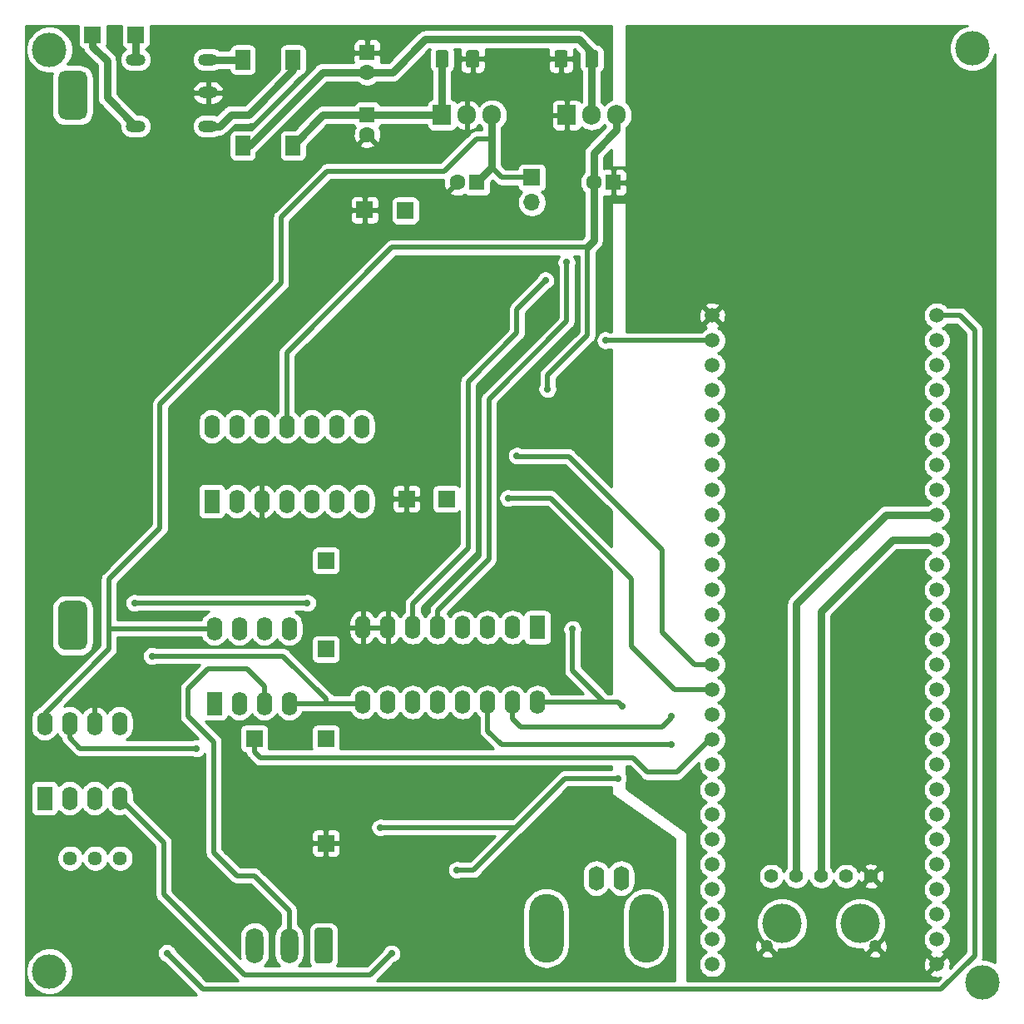
<source format=gbr>
%TF.GenerationSoftware,KiCad,Pcbnew,(5.1.10)-1*%
%TF.CreationDate,2022-11-10T21:57:10-03:00*%
%TF.ProjectId,potenciostato,706f7465-6e63-4696-9f73-7461746f2e6b,rev?*%
%TF.SameCoordinates,Original*%
%TF.FileFunction,Copper,L2,Bot*%
%TF.FilePolarity,Positive*%
%FSLAX46Y46*%
G04 Gerber Fmt 4.6, Leading zero omitted, Abs format (unit mm)*
G04 Created by KiCad (PCBNEW (5.1.10)-1) date 2022-11-10 21:57:10*
%MOMM*%
%LPD*%
G01*
G04 APERTURE LIST*
%TA.AperFunction,ComponentPad*%
%ADD10C,1.508000*%
%TD*%
%TA.AperFunction,SMDPad,CuDef*%
%ADD11R,1.500000X2.000000*%
%TD*%
%TA.AperFunction,ComponentPad*%
%ADD12O,1.905000X2.000000*%
%TD*%
%TA.AperFunction,ComponentPad*%
%ADD13R,1.905000X2.000000*%
%TD*%
%TA.AperFunction,ComponentPad*%
%ADD14R,1.600000X1.600000*%
%TD*%
%TA.AperFunction,ComponentPad*%
%ADD15C,1.600000*%
%TD*%
%TA.AperFunction,ComponentPad*%
%ADD16O,1.600000X2.400000*%
%TD*%
%TA.AperFunction,ComponentPad*%
%ADD17R,1.600000X2.400000*%
%TD*%
%TA.AperFunction,ComponentPad*%
%ADD18C,1.440000*%
%TD*%
%TA.AperFunction,ComponentPad*%
%ADD19R,1.700000X1.700000*%
%TD*%
%TA.AperFunction,ComponentPad*%
%ADD20O,1.800000X3.600000*%
%TD*%
%TA.AperFunction,ComponentPad*%
%ADD21O,1.700000X1.700000*%
%TD*%
%TA.AperFunction,ComponentPad*%
%ADD22C,1.400000*%
%TD*%
%TA.AperFunction,ComponentPad*%
%ADD23C,4.000000*%
%TD*%
%TA.AperFunction,ComponentPad*%
%ADD24C,1.250000*%
%TD*%
%TA.AperFunction,ComponentPad*%
%ADD25O,2.000000X1.200000*%
%TD*%
%TA.AperFunction,ComponentPad*%
%ADD26O,3.500000X7.000000*%
%TD*%
%TA.AperFunction,ComponentPad*%
%ADD27O,1.600000X2.500000*%
%TD*%
%TA.AperFunction,ViaPad*%
%ADD28C,3.500000*%
%TD*%
%TA.AperFunction,ViaPad*%
%ADD29C,0.700000*%
%TD*%
%TA.AperFunction,Conductor*%
%ADD30C,0.762000*%
%TD*%
%TA.AperFunction,Conductor*%
%ADD31C,0.508000*%
%TD*%
%TA.AperFunction,Conductor*%
%ADD32C,0.750000*%
%TD*%
%TA.AperFunction,Conductor*%
%ADD33C,0.254000*%
%TD*%
%TA.AperFunction,Conductor*%
%ADD34C,0.100000*%
%TD*%
G04 APERTURE END LIST*
D10*
%TO.P,LPC1,1*%
%TO.N,GND*%
X188595000Y-86995000D03*
%TO.P,LPC1,2*%
%TO.N,Net-(JP1-Pad2)*%
X188595000Y-89535000D03*
%TO.P,LPC1,3*%
%TO.N,Net-(LPC1-Pad3)*%
X188595000Y-92075000D03*
%TO.P,LPC1,4*%
%TO.N,Net-(LPC1-Pad4)*%
X188595000Y-94615000D03*
%TO.P,LPC1,5*%
%TO.N,Net-(LPC1-Pad5)*%
X188595000Y-97155000D03*
%TO.P,LPC1,6*%
%TO.N,Net-(LPC1-Pad6)*%
X188595000Y-99695000D03*
%TO.P,LPC1,7*%
%TO.N,Net-(LPC1-Pad7)*%
X188595000Y-102235000D03*
%TO.P,LPC1,8*%
%TO.N,Net-(LPC1-Pad8)*%
X188595000Y-104775000D03*
%TO.P,LPC1,9*%
%TO.N,Net-(LPC1-Pad9)*%
X188595000Y-107315000D03*
%TO.P,LPC1,10*%
%TO.N,Net-(LPC1-Pad10)*%
X188595000Y-109855000D03*
%TO.P,LPC1,11*%
%TO.N,Net-(LPC1-Pad11)*%
X188595000Y-112395000D03*
%TO.P,LPC1,12*%
%TO.N,Net-(LPC1-Pad12)*%
X188595000Y-114935000D03*
%TO.P,LPC1,13*%
%TO.N,Net-(LPC1-Pad13)*%
X188595000Y-117475000D03*
%TO.P,LPC1,14*%
%TO.N,Net-(LPC1-Pad14)*%
X188595000Y-120015000D03*
%TO.P,LPC1,15*%
%TO.N,Net-(J7-Pad1)*%
X188595000Y-122555000D03*
%TO.P,LPC1,16*%
%TO.N,Net-(J8-Pad1)*%
X188595000Y-125095000D03*
%TO.P,LPC1,17*%
%TO.N,Net-(LPC1-Pad17)*%
X188595000Y-127635000D03*
%TO.P,LPC1,18*%
%TO.N,Net-(J2-Pad1)*%
X188595000Y-130175000D03*
%TO.P,LPC1,19*%
%TO.N,Net-(LPC1-Pad19)*%
X188595000Y-132715000D03*
%TO.P,LPC1,20*%
%TO.N,Net-(LPC1-Pad20)*%
X188595000Y-135255000D03*
%TO.P,LPC1,21*%
%TO.N,Net-(LPC1-Pad21)*%
X188595000Y-137795000D03*
%TO.P,LPC1,22*%
%TO.N,Net-(LPC1-Pad22)*%
X188595000Y-140335000D03*
%TO.P,LPC1,23*%
%TO.N,Net-(LPC1-Pad23)*%
X188595000Y-142875000D03*
%TO.P,LPC1,24*%
%TO.N,Net-(LPC1-Pad24)*%
X188595000Y-145415000D03*
%TO.P,LPC1,25*%
%TO.N,Net-(LPC1-Pad25)*%
X188595000Y-147955000D03*
%TO.P,LPC1,26*%
%TO.N,Net-(LPC1-Pad26)*%
X188595000Y-150495000D03*
%TO.P,LPC1,27*%
%TO.N,Net-(LPC1-Pad27)*%
X188595000Y-153035000D03*
%TO.P,LPC1,28*%
%TO.N,/salida_dac/3V3*%
X211455000Y-86995000D03*
%TO.P,LPC1,29*%
%TO.N,Net-(LPC1-Pad29)*%
X211455000Y-89535000D03*
%TO.P,LPC1,30*%
%TO.N,Net-(LPC1-Pad30)*%
X211455000Y-92075000D03*
%TO.P,LPC1,31*%
%TO.N,Net-(LPC1-Pad31)*%
X211455000Y-94615000D03*
%TO.P,LPC1,32*%
%TO.N,Net-(LPC1-Pad32)*%
X211455000Y-97155000D03*
%TO.P,LPC1,33*%
%TO.N,Net-(LPC1-Pad33)*%
X211455000Y-99695000D03*
%TO.P,LPC1,34*%
%TO.N,Net-(LPC1-Pad34)*%
X211455000Y-102235000D03*
%TO.P,LPC1,35*%
%TO.N,Net-(LPC1-Pad35)*%
X211455000Y-104775000D03*
%TO.P,LPC1,36*%
%TO.N,Net-(J1-Pad2)*%
X211455000Y-107315000D03*
%TO.P,LPC1,37*%
%TO.N,Net-(J1-Pad3)*%
X211455000Y-109855000D03*
%TO.P,LPC1,38*%
%TO.N,Net-(LPC1-Pad38)*%
X211455000Y-112395000D03*
%TO.P,LPC1,39*%
%TO.N,Net-(LPC1-Pad39)*%
X211455000Y-114935000D03*
%TO.P,LPC1,40*%
%TO.N,Net-(LPC1-Pad40)*%
X211455000Y-117475000D03*
%TO.P,LPC1,41*%
%TO.N,Net-(LPC1-Pad41)*%
X211455000Y-120015000D03*
%TO.P,LPC1,42*%
%TO.N,Net-(LPC1-Pad42)*%
X211455000Y-122555000D03*
%TO.P,LPC1,43*%
%TO.N,Net-(LPC1-Pad43)*%
X211455000Y-125095000D03*
%TO.P,LPC1,44*%
%TO.N,Net-(LPC1-Pad44)*%
X211455000Y-127635000D03*
%TO.P,LPC1,45*%
%TO.N,Net-(LPC1-Pad45)*%
X211455000Y-130175000D03*
%TO.P,LPC1,46*%
%TO.N,Net-(LPC1-Pad46)*%
X211455000Y-132715000D03*
%TO.P,LPC1,47*%
%TO.N,/salida_dac/gan_x1*%
X211455000Y-135255000D03*
%TO.P,LPC1,48*%
%TO.N,/salida_dac/gan_x5*%
X211455000Y-137795000D03*
%TO.P,LPC1,49*%
%TO.N,/salida_dac/gan_x0.1*%
X211455000Y-140335000D03*
%TO.P,LPC1,50*%
%TO.N,/salida_dac/gan_x10*%
X211455000Y-142875000D03*
%TO.P,LPC1,51*%
%TO.N,Net-(LPC1-Pad51)*%
X211455000Y-145415000D03*
%TO.P,LPC1,52*%
%TO.N,Net-(LPC1-Pad52)*%
X211455000Y-147955000D03*
%TO.P,LPC1,53*%
%TO.N,Net-(LPC1-Pad53)*%
X211455000Y-150495000D03*
%TO.P,LPC1,54*%
%TO.N,GND*%
X211455000Y-153035000D03*
%TD*%
D11*
%TO.P,D1,4*%
%TO.N,Net-(D1-Pad4)*%
X145923000Y-60971500D03*
%TO.P,D1,3*%
%TO.N,Net-(D1-Pad3)*%
X140823000Y-60971500D03*
%TO.P,D1,2*%
%TO.N,Net-(C2-Pad2)*%
X140823000Y-69711500D03*
%TO.P,D1,1*%
%TO.N,Net-(C1-Pad1)*%
X145923000Y-69711500D03*
%TD*%
%TO.P,C4,2*%
%TO.N,Net-(C2-Pad2)*%
%TA.AperFunction,SMDPad,CuDef*%
G36*
G01*
X175677000Y-61546502D02*
X175677000Y-60246498D01*
G75*
G02*
X175926998Y-59996500I249998J0D01*
G01*
X176752002Y-59996500D01*
G75*
G02*
X177002000Y-60246498I0J-249998D01*
G01*
X177002000Y-61546502D01*
G75*
G02*
X176752002Y-61796500I-249998J0D01*
G01*
X175926998Y-61796500D01*
G75*
G02*
X175677000Y-61546502I0J249998D01*
G01*
G37*
%TD.AperFunction*%
%TO.P,C4,1*%
%TO.N,GND*%
%TA.AperFunction,SMDPad,CuDef*%
G36*
G01*
X172552000Y-61546502D02*
X172552000Y-60246498D01*
G75*
G02*
X172801998Y-59996500I249998J0D01*
G01*
X173627002Y-59996500D01*
G75*
G02*
X173877000Y-60246498I0J-249998D01*
G01*
X173877000Y-61546502D01*
G75*
G02*
X173627002Y-61796500I-249998J0D01*
G01*
X172801998Y-61796500D01*
G75*
G02*
X172552000Y-61546502I0J249998D01*
G01*
G37*
%TD.AperFunction*%
%TD*%
D12*
%TO.P,U8,3*%
%TO.N,-5V*%
X178879500Y-66611500D03*
%TO.P,U8,2*%
%TO.N,Net-(C2-Pad2)*%
X176339500Y-66611500D03*
D13*
%TO.P,U8,1*%
%TO.N,GND*%
X173799500Y-66611500D03*
%TD*%
D14*
%TO.P,C6,1*%
%TO.N,GND*%
X178530000Y-73469500D03*
D15*
%TO.P,C6,2*%
%TO.N,-5V*%
X176530000Y-73469500D03*
%TD*%
%TO.P,C1,2*%
%TO.N,GND*%
X153479500Y-68611500D03*
D14*
%TO.P,C1,1*%
%TO.N,Net-(C1-Pad1)*%
X153479500Y-66611500D03*
%TD*%
%TO.P,C2,1*%
%TO.N,GND*%
X153479500Y-60261500D03*
D15*
%TO.P,C2,2*%
%TO.N,Net-(C2-Pad2)*%
X153479500Y-62261500D03*
%TD*%
%TO.P,C3,2*%
%TO.N,GND*%
%TA.AperFunction,SMDPad,CuDef*%
G36*
G01*
X163562000Y-61546502D02*
X163562000Y-60246498D01*
G75*
G02*
X163811998Y-59996500I249998J0D01*
G01*
X164637002Y-59996500D01*
G75*
G02*
X164887000Y-60246498I0J-249998D01*
G01*
X164887000Y-61546502D01*
G75*
G02*
X164637002Y-61796500I-249998J0D01*
G01*
X163811998Y-61796500D01*
G75*
G02*
X163562000Y-61546502I0J249998D01*
G01*
G37*
%TD.AperFunction*%
%TO.P,C3,1*%
%TO.N,Net-(C1-Pad1)*%
%TA.AperFunction,SMDPad,CuDef*%
G36*
G01*
X160437000Y-61546502D02*
X160437000Y-60246498D01*
G75*
G02*
X160686998Y-59996500I249998J0D01*
G01*
X161512002Y-59996500D01*
G75*
G02*
X161762000Y-60246498I0J-249998D01*
G01*
X161762000Y-61546502D01*
G75*
G02*
X161512002Y-61796500I-249998J0D01*
G01*
X160686998Y-61796500D01*
G75*
G02*
X160437000Y-61546502I0J249998D01*
G01*
G37*
%TD.AperFunction*%
%TD*%
%TO.P,C5,2*%
%TO.N,GND*%
X162655500Y-73469500D03*
D14*
%TO.P,C5,1*%
%TO.N,+5V*%
X164655500Y-73469500D03*
%TD*%
D16*
%TO.P,U9,8*%
%TO.N,+5V*%
X120650000Y-128524000D03*
%TO.P,U9,4*%
%TO.N,-5V*%
X128270000Y-136144000D03*
%TO.P,U9,7*%
%TO.N,/salida_dac/-VOffset*%
X123190000Y-128524000D03*
%TO.P,U9,3*%
%TO.N,Net-(RV1-Pad2)*%
X125730000Y-136144000D03*
%TO.P,U9,6*%
%TO.N,GND*%
X125730000Y-128524000D03*
%TO.P,U9,2*%
%TO.N,/salida_dac/VOffset*%
X123190000Y-136144000D03*
%TO.P,U9,5*%
%TO.N,Net-(R16-Pad1)*%
X128270000Y-128524000D03*
D17*
%TO.P,U9,1*%
%TO.N,/salida_dac/VOffset*%
X120650000Y-136144000D03*
%TD*%
D18*
%TO.P,RV1,3*%
%TO.N,Net-(R19-Pad2)*%
X123253500Y-142240000D03*
%TO.P,RV1,2*%
%TO.N,Net-(RV1-Pad2)*%
X125793500Y-142240000D03*
%TO.P,RV1,1*%
%TO.N,Net-(R17-Pad1)*%
X128333500Y-142240000D03*
%TD*%
D13*
%TO.P,U6,1*%
%TO.N,Net-(C1-Pad1)*%
X161099500Y-66611500D03*
D12*
%TO.P,U6,2*%
%TO.N,GND*%
X163639500Y-66611500D03*
%TO.P,U6,3*%
%TO.N,+5V*%
X166179500Y-66611500D03*
%TD*%
D19*
%TO.P,J2,1*%
%TO.N,Net-(J2-Pad1)*%
X141986000Y-130048000D03*
%TD*%
%TO.P,J3,1*%
%TO.N,Net-(J3-Pad1)*%
%TA.AperFunction,ComponentPad*%
G36*
G01*
X149942000Y-149580000D02*
X149942000Y-152680000D01*
G75*
G02*
X149692000Y-152930000I-250000J0D01*
G01*
X148392000Y-152930000D01*
G75*
G02*
X148142000Y-152680000I0J250000D01*
G01*
X148142000Y-149580000D01*
G75*
G02*
X148392000Y-149330000I250000J0D01*
G01*
X149692000Y-149330000D01*
G75*
G02*
X149942000Y-149580000I0J-250000D01*
G01*
G37*
%TD.AperFunction*%
D20*
%TO.P,J3,2*%
%TO.N,Net-(J14-Pad2)*%
X145542000Y-151130000D03*
%TO.P,J3,3*%
%TO.N,Net-(J14-Pad1)*%
X142042000Y-151130000D03*
%TD*%
D19*
%TO.P,JP1,1*%
%TO.N,+5V*%
X170243500Y-72961500D03*
D21*
%TO.P,JP1,2*%
%TO.N,Net-(JP1-Pad2)*%
X170243500Y-75501500D03*
%TD*%
D17*
%TO.P,U2,1*%
%TO.N,Net-(R3-Pad2)*%
X137922000Y-126492000D03*
D16*
%TO.P,U2,5*%
X145542000Y-118872000D03*
%TO.P,U2,2*%
X140462000Y-126492000D03*
%TO.P,U2,6*%
%TO.N,/salida_dac/V_IN*%
X143002000Y-118872000D03*
%TO.P,U2,3*%
%TO.N,Net-(J14-Pad2)*%
X143002000Y-126492000D03*
%TO.P,U2,7*%
%TO.N,/salida_dac/V_IN*%
X140462000Y-118872000D03*
%TO.P,U2,4*%
%TO.N,-5V*%
X145542000Y-126492000D03*
%TO.P,U2,8*%
%TO.N,+5V*%
X137922000Y-118872000D03*
%TD*%
D17*
%TO.P,U7,1*%
%TO.N,/salida_dac/VIN*%
X137668000Y-105918000D03*
D16*
%TO.P,U7,8*%
%TO.N,Net-(J7-Pad1)*%
X152908000Y-98298000D03*
%TO.P,U7,2*%
%TO.N,Net-(R13-Pad2)*%
X140208000Y-105918000D03*
%TO.P,U7,9*%
%TO.N,Net-(R22-Pad1)*%
X150368000Y-98298000D03*
%TO.P,U7,3*%
%TO.N,GND*%
X142748000Y-105918000D03*
%TO.P,U7,10*%
%TO.N,Net-(R14-Pad1)*%
X147828000Y-98298000D03*
%TO.P,U7,4*%
%TO.N,+5V*%
X145288000Y-105918000D03*
%TO.P,U7,11*%
%TO.N,-5V*%
X145288000Y-98298000D03*
%TO.P,U7,5*%
%TO.N,Net-(R10-Pad2)*%
X147828000Y-105918000D03*
%TO.P,U7,12*%
%TO.N,Net-(U7-Pad12)*%
X142748000Y-98298000D03*
%TO.P,U7,6*%
%TO.N,Net-(R18-Pad2)*%
X150368000Y-105918000D03*
%TO.P,U7,13*%
%TO.N,Net-(U7-Pad12)*%
X140208000Y-98298000D03*
%TO.P,U7,7*%
%TO.N,Net-(J8-Pad1)*%
X152908000Y-105918000D03*
%TO.P,U7,14*%
%TO.N,Net-(U7-Pad14)*%
X137668000Y-98298000D03*
%TD*%
D17*
%TO.P,U5,1*%
%TO.N,Net-(R1-Pad2)*%
X170815000Y-118745000D03*
D16*
%TO.P,U5,9*%
%TO.N,-5V*%
X153035000Y-126365000D03*
%TO.P,U5,2*%
%TO.N,/salida_dac/I_IN*%
X168275000Y-118745000D03*
%TO.P,U5,10*%
%TO.N,Net-(R12-Pad2)*%
X155575000Y-126365000D03*
%TO.P,U5,3*%
%TO.N,/salida_dac/I_IN*%
X165735000Y-118745000D03*
%TO.P,U5,11*%
X158115000Y-126365000D03*
%TO.P,U5,4*%
%TO.N,Net-(R15-Pad2)*%
X163195000Y-118745000D03*
%TO.P,U5,12*%
%TO.N,/salida_dac/I_IN*%
X160655000Y-126365000D03*
%TO.P,U5,5*%
%TO.N,/salida_dac/gan_x1*%
X160655000Y-118745000D03*
%TO.P,U5,13*%
%TO.N,Net-(R11-Pad2)*%
X163195000Y-126365000D03*
%TO.P,U5,6*%
%TO.N,/salida_dac/gan_x5*%
X158115000Y-118745000D03*
%TO.P,U5,14*%
%TO.N,/salida_dac/gan_x10*%
X165735000Y-126365000D03*
%TO.P,U5,7*%
%TO.N,GND*%
X155575000Y-118745000D03*
%TO.P,U5,15*%
%TO.N,/salida_dac/gan_x0.1*%
X168275000Y-126365000D03*
%TO.P,U5,8*%
%TO.N,GND*%
X153035000Y-118745000D03*
%TO.P,U5,16*%
%TO.N,+5V*%
X170815000Y-126365000D03*
%TD*%
D19*
%TO.P,J4,1*%
%TO.N,/salida_dac/I_IN*%
X149288500Y-120967500D03*
%TD*%
%TO.P,J5,1*%
%TO.N,/salida_dac/V_IN*%
X149288500Y-111950500D03*
%TD*%
%TO.P,J6,1*%
%TO.N,/salida_dac/VIN*%
X149288500Y-130048000D03*
%TD*%
%TO.P,J7,1*%
%TO.N,Net-(J7-Pad1)*%
X157353000Y-76327000D03*
%TD*%
%TO.P,J8,1*%
%TO.N,Net-(J8-Pad1)*%
X161544000Y-105664000D03*
%TD*%
%TO.P,J9,1*%
%TO.N,Net-(J9-Pad1)*%
X125539500Y-58420000D03*
%TD*%
%TO.P,J10,1*%
%TO.N,GND*%
X153225500Y-76263500D03*
%TD*%
%TO.P,J11,1*%
%TO.N,GND*%
X157480000Y-105664000D03*
%TD*%
%TO.P,J12,1*%
%TO.N,GND*%
X149288500Y-140716000D03*
%TD*%
%TO.P,J13,1*%
%TO.N,Net-(J13-Pad1)*%
X129921000Y-58420000D03*
%TD*%
D22*
%TO.P,J1,1*%
%TO.N,Net-(J1-Pad1)*%
X194627500Y-144081500D03*
%TO.P,J1,2*%
%TO.N,Net-(J1-Pad2)*%
X197167500Y-144081500D03*
%TO.P,J1,3*%
%TO.N,Net-(J1-Pad3)*%
X199707500Y-144081500D03*
%TO.P,J1,4*%
%TO.N,Net-(J1-Pad4)*%
X202247500Y-144081500D03*
%TO.P,J1,5*%
%TO.N,GND*%
X204787500Y-144081500D03*
D23*
%TO.P,J1,6*%
%TO.N,Net-(J1-Pad6)*%
X195707000Y-148907500D03*
%TO.P,J1,7*%
%TO.N,N/C*%
X203644500Y-148907500D03*
D24*
%TO.P,J1,8*%
%TO.N,GND*%
X205168500Y-151193500D03*
%TO.P,J1,9*%
X194183000Y-151193500D03*
%TD*%
D25*
%TO.P,TR1,1*%
%TO.N,Net-(J13-Pad1)*%
X129921000Y-60960000D03*
%TO.P,TR1,6*%
%TO.N,Net-(D1-Pad3)*%
X137287000Y-60960000D03*
%TO.P,TR1,3*%
%TO.N,Net-(J9-Pad1)*%
X129921000Y-67754500D03*
%TO.P,TR1,5*%
%TO.N,GND*%
X137287000Y-64325500D03*
%TO.P,TR1,4*%
%TO.N,Net-(D1-Pad4)*%
X137287000Y-67754500D03*
%TO.P,TR1,7*%
%TO.N,N/C*%
%TA.AperFunction,ComponentPad*%
G36*
G01*
X122757500Y-116054500D02*
X124257500Y-116054500D01*
G75*
G02*
X125007500Y-116804500I0J-750000D01*
G01*
X125007500Y-120304500D01*
G75*
G02*
X124257500Y-121054500I-750000J0D01*
G01*
X122757500Y-121054500D01*
G75*
G02*
X122007500Y-120304500I0J750000D01*
G01*
X122007500Y-116804500D01*
G75*
G02*
X122757500Y-116054500I750000J0D01*
G01*
G37*
%TD.AperFunction*%
%TO.P,TR1,8*%
%TA.AperFunction,ComponentPad*%
G36*
G01*
X122757500Y-62079500D02*
X124257500Y-62079500D01*
G75*
G02*
X125007500Y-62829500I0J-750000D01*
G01*
X125007500Y-66329500D01*
G75*
G02*
X124257500Y-67079500I-750000J0D01*
G01*
X122757500Y-67079500D01*
G75*
G02*
X122007500Y-66329500I0J750000D01*
G01*
X122007500Y-62829500D01*
G75*
G02*
X122757500Y-62079500I750000J0D01*
G01*
G37*
%TD.AperFunction*%
%TD*%
D26*
%TO.P,J14,2*%
%TO.N,Net-(J14-Pad2)*%
X181864000Y-149352000D03*
X171704000Y-149352000D03*
D27*
%TO.P,J14,1*%
%TO.N,Net-(J14-Pad1)*%
X176784000Y-144272000D03*
%TO.P,J14,2*%
%TO.N,Net-(J14-Pad2)*%
X179324000Y-144272000D03*
%TD*%
D28*
%TO.N,*%
X121142000Y-153749500D03*
X216090500Y-154892500D03*
X215090500Y-59817000D03*
X121142000Y-59944000D03*
D29*
%TO.N,GND*%
X141224000Y-139192000D03*
X136652000Y-145288000D03*
X120904000Y-140208000D03*
X125476000Y-107696000D03*
X125476000Y-77724000D03*
X125476000Y-92710000D03*
X194881500Y-92519500D03*
X139255500Y-77724000D03*
X194881500Y-107696000D03*
X184531000Y-136017000D03*
X161163000Y-92646500D03*
X162560000Y-151892000D03*
X128016000Y-153924000D03*
X175387000Y-138049000D03*
X158623000Y-143510000D03*
X160655000Y-122682000D03*
X145288000Y-102235000D03*
%TO.N,+5V*%
X162623500Y-143446500D03*
X174371000Y-118935500D03*
X179006500Y-134112000D03*
X154813000Y-139128500D03*
X179451000Y-126809500D03*
%TO.N,-5V*%
X131572000Y-121666000D03*
X155956000Y-151955500D03*
X171831000Y-94488000D03*
%TO.N,Net-(J7-Pad1)*%
X168719500Y-101282500D03*
%TO.N,Net-(J8-Pad1)*%
X167830500Y-105600500D03*
%TO.N,Net-(JP1-Pad2)*%
X177736500Y-89535000D03*
%TO.N,/salida_dac/VOffset*%
X129794000Y-116268500D03*
X147383500Y-116268500D03*
%TO.N,/salida_dac/gan_x1*%
X173777839Y-81601994D03*
%TO.N,/salida_dac/gan_x5*%
X171640500Y-83439000D03*
%TO.N,/salida_dac/gan_x10*%
X184467500Y-130683000D03*
%TO.N,/salida_dac/gan_x0.1*%
X184467500Y-127762000D03*
%TO.N,/salida_dac/3V3*%
X133096000Y-151892000D03*
%TO.N,/salida_dac/-VOffset*%
X136121050Y-131064000D03*
%TD*%
D30*
%TO.N,Net-(C1-Pad1)*%
X148979500Y-66611500D02*
X153479500Y-66611500D01*
X145879500Y-69711500D02*
X148979500Y-66611500D01*
X153479500Y-66611500D02*
X161099500Y-66611500D01*
X161099500Y-60896500D02*
X161099500Y-66611500D01*
X161099500Y-66611500D02*
X161099500Y-66611500D01*
%TO.N,Net-(C2-Pad2)*%
X159409520Y-58921490D02*
X174999490Y-58921490D01*
X141489500Y-69711500D02*
X148939500Y-62261500D01*
X176339500Y-60896500D02*
X176339500Y-66611500D01*
X176339500Y-60261500D02*
X176339500Y-60896500D01*
X156069510Y-62261500D02*
X159409520Y-58921490D01*
X148939500Y-62261500D02*
X153479500Y-62261500D01*
X174999490Y-58921490D02*
X176339500Y-60261500D01*
X153479500Y-62261500D02*
X156069510Y-62261500D01*
X176339500Y-66611500D02*
X176339500Y-66611500D01*
X140779500Y-69711500D02*
X141489500Y-69711500D01*
%TO.N,+5V*%
X166179500Y-71945500D02*
X164655500Y-73469500D01*
X166179500Y-66611500D02*
X166179500Y-66611500D01*
D31*
X167195500Y-72961500D02*
X166179500Y-71945500D01*
X170243500Y-72961500D02*
X170243500Y-72961500D01*
X137922000Y-118872000D02*
X137922000Y-118872000D01*
D30*
X166179500Y-66611500D02*
X166179500Y-71945500D01*
D31*
X170815000Y-126365000D02*
X170815000Y-126365000D01*
X174371000Y-123126500D02*
X177609500Y-126365000D01*
X174371000Y-118935500D02*
X174371000Y-123126500D01*
X177609500Y-126365000D02*
X170815000Y-126365000D01*
X173609000Y-134112000D02*
X179006500Y-134112000D01*
X162623500Y-143446500D02*
X164274500Y-143446500D01*
X168465500Y-139128500D02*
X168529000Y-139192000D01*
X154813000Y-139128500D02*
X168465500Y-139128500D01*
X168529000Y-139192000D02*
X173609000Y-134112000D01*
X164274500Y-143446500D02*
X168529000Y-139192000D01*
X179006500Y-126365000D02*
X179451000Y-126809500D01*
X177609500Y-126365000D02*
X179006500Y-126365000D01*
X170243500Y-72961500D02*
X167195500Y-72961500D01*
X127190500Y-118872000D02*
X137922000Y-118872000D01*
X164584499Y-69024500D02*
X161282499Y-72326500D01*
X161282499Y-72326500D02*
X150558500Y-72326500D01*
X166179500Y-69024500D02*
X164584499Y-69024500D01*
X166179500Y-66611500D02*
X166179500Y-69024500D01*
X132397500Y-108648500D02*
X127190500Y-113855500D01*
X127190500Y-120967500D02*
X120650000Y-127508000D01*
X127190500Y-113855500D02*
X127190500Y-120967500D01*
X132397500Y-96012000D02*
X132397500Y-108648500D01*
X120650000Y-127508000D02*
X120650000Y-128524000D01*
X144716500Y-83693000D02*
X132397500Y-96012000D01*
X144716500Y-78168500D02*
X144716500Y-83693000D01*
X144716500Y-77025500D02*
X144716500Y-78105000D01*
X149415500Y-72326500D02*
X144716500Y-77025500D01*
X150495000Y-72326500D02*
X149415500Y-72326500D01*
D30*
%TO.N,-5V*%
X178879500Y-66611500D02*
X178879500Y-66611500D01*
D31*
X152908000Y-126492000D02*
X153035000Y-126365000D01*
X149288500Y-126492000D02*
X149288500Y-126047500D01*
X145542000Y-126492000D02*
X149288500Y-126492000D01*
X149288500Y-126492000D02*
X152908000Y-126492000D01*
X149288500Y-126047500D02*
X144907000Y-121666000D01*
X144907000Y-121666000D02*
X131508500Y-121666000D01*
D30*
X178879500Y-66611500D02*
X178879500Y-66611500D01*
D31*
X132778500Y-140652500D02*
X128270000Y-136144000D01*
X132778500Y-145923000D02*
X132778500Y-140652500D01*
X140970000Y-154114500D02*
X132778500Y-145923000D01*
X153797000Y-154114500D02*
X140970000Y-154114500D01*
X155956000Y-151955500D02*
X153797000Y-154114500D01*
X175831500Y-80073500D02*
X175895000Y-80010000D01*
X156019500Y-80073500D02*
X175831500Y-80073500D01*
X145288000Y-90805000D02*
X156019500Y-80073500D01*
X145288000Y-98298000D02*
X145288000Y-90805000D01*
D30*
X178879500Y-66611500D02*
X178879500Y-68135500D01*
X178879500Y-68135500D02*
X176530000Y-70485000D01*
X176530000Y-70485000D02*
X176530000Y-73469500D01*
X176530000Y-79375000D02*
X175895000Y-80010000D01*
X176530000Y-73469500D02*
X176530000Y-79375000D01*
D31*
X175895000Y-89027000D02*
X175895000Y-80010000D01*
X171831000Y-93091000D02*
X175895000Y-89027000D01*
X171831000Y-93091000D02*
X171831000Y-94488000D01*
D30*
%TO.N,Net-(D1-Pad3)*%
X137298500Y-60971500D02*
X137287000Y-60960000D01*
X140823000Y-60971500D02*
X137298500Y-60971500D01*
%TO.N,Net-(D1-Pad4)*%
X145923000Y-62039500D02*
X145923000Y-60971500D01*
X141414500Y-66548000D02*
X145923000Y-62039500D01*
X139636500Y-66548000D02*
X141414500Y-66548000D01*
X138430000Y-67754500D02*
X139636500Y-66548000D01*
X137287000Y-67754500D02*
X138430000Y-67754500D01*
D32*
%TO.N,Net-(J1-Pad2)*%
X206248000Y-107315000D02*
X211455000Y-107315000D01*
X197167500Y-116395500D02*
X206248000Y-107315000D01*
X197167500Y-144081500D02*
X197167500Y-116395500D01*
%TO.N,Net-(J1-Pad3)*%
X206946500Y-109855000D02*
X211455000Y-109855000D01*
X199707500Y-117094000D02*
X206946500Y-109855000D01*
X199707500Y-144081500D02*
X199707500Y-117094000D01*
D31*
%TO.N,Net-(J2-Pad1)*%
X188595000Y-130175000D02*
X188595000Y-130175000D01*
X188341000Y-130175000D02*
X188595000Y-130175000D01*
X185022499Y-133493501D02*
X188341000Y-130175000D01*
X182007501Y-133493501D02*
X185022499Y-133493501D01*
X180530500Y-132016500D02*
X182007501Y-133493501D01*
X142596500Y-132016500D02*
X180530500Y-132016500D01*
X141986000Y-131406000D02*
X142596500Y-132016500D01*
X141986000Y-130048000D02*
X141986000Y-131406000D01*
%TO.N,Net-(J14-Pad2)*%
X140208000Y-144018000D02*
X141986000Y-144018000D01*
X137858500Y-141668500D02*
X140208000Y-144018000D01*
X137858500Y-130429000D02*
X137858500Y-141668500D01*
X145542000Y-147574000D02*
X145542000Y-151130000D01*
X141986000Y-144018000D02*
X145542000Y-147574000D01*
X135255000Y-127825500D02*
X137858500Y-130429000D01*
X137287000Y-122936000D02*
X135255000Y-124968000D01*
X141224000Y-122936000D02*
X137287000Y-122936000D01*
X135255000Y-124968000D02*
X135255000Y-127825500D01*
X143002000Y-124714000D02*
X141224000Y-122936000D01*
X143002000Y-126492000D02*
X143002000Y-124714000D01*
X145542000Y-151130000D02*
X145542000Y-151130000D01*
%TO.N,Net-(J7-Pad1)*%
X183515000Y-119253000D02*
X183515000Y-110871000D01*
X173990000Y-101346000D02*
X168783000Y-101346000D01*
X183515000Y-110871000D02*
X173990000Y-101346000D01*
X168783000Y-101346000D02*
X168719500Y-101282500D01*
X188595000Y-122555000D02*
X186817000Y-122555000D01*
X186817000Y-122555000D02*
X183515000Y-119253000D01*
X188595000Y-122555000D02*
X188595000Y-122555000D01*
%TO.N,Net-(J8-Pad1)*%
X188595000Y-125095000D02*
X188595000Y-125095000D01*
X184785000Y-125095000D02*
X188595000Y-125095000D01*
X180340000Y-120650000D02*
X184785000Y-125095000D01*
X180340000Y-113792000D02*
X180340000Y-120650000D01*
X172148500Y-105600500D02*
X180340000Y-113792000D01*
X167830500Y-105600500D02*
X172148500Y-105600500D01*
%TO.N,Net-(JP1-Pad2)*%
X188595000Y-89535000D02*
X188595000Y-89535000D01*
X187528683Y-89535000D02*
X177736500Y-89535000D01*
X188595000Y-89535000D02*
X187528683Y-89535000D01*
%TO.N,/salida_dac/VOffset*%
X129794000Y-116268500D02*
X147383500Y-116268500D01*
%TO.N,/salida_dac/gan_x1*%
X173777839Y-81601994D02*
X173777839Y-87588161D01*
X173777839Y-87588161D02*
X165862000Y-95504000D01*
X165862000Y-95504000D02*
X165862000Y-111823500D01*
X160655000Y-117030500D02*
X160655000Y-118745000D01*
X165862000Y-111823500D02*
X160655000Y-117030500D01*
%TO.N,/salida_dac/gan_x5*%
X168719500Y-86360000D02*
X171640500Y-83439000D01*
X168719500Y-88773000D02*
X168719500Y-86360000D01*
X163766500Y-93726000D02*
X168719500Y-88773000D01*
X163766500Y-110680500D02*
X163766500Y-93726000D01*
X158115000Y-116332000D02*
X163766500Y-110680500D01*
X158115000Y-118745000D02*
X158115000Y-116332000D01*
%TO.N,/salida_dac/gan_x10*%
X167132000Y-130683000D02*
X165735000Y-129286000D01*
X165735000Y-129286000D02*
X165735000Y-126365000D01*
X184467500Y-130683000D02*
X167132000Y-130683000D01*
%TO.N,/salida_dac/gan_x0.1*%
X183539997Y-128880003D02*
X184467500Y-127952500D01*
X169082003Y-128880003D02*
X183539997Y-128880003D01*
X168275000Y-128073000D02*
X169082003Y-128880003D01*
X184467500Y-127952500D02*
X184467500Y-127762000D01*
X168275000Y-126365000D02*
X168275000Y-128073000D01*
%TO.N,/salida_dac/3V3*%
X211455000Y-86995000D02*
X211455000Y-86995000D01*
X213804500Y-86995000D02*
X211455000Y-86995000D01*
X215328500Y-152146000D02*
X215328500Y-88519000D01*
X211899500Y-155575000D02*
X215328500Y-152146000D01*
X215328500Y-88519000D02*
X213804500Y-86995000D01*
X136779000Y-155575000D02*
X211899500Y-155575000D01*
X133096000Y-151892000D02*
X136779000Y-155575000D01*
%TO.N,/salida_dac/-VOffset*%
X123190000Y-128524000D02*
X123190000Y-128524000D01*
X123190000Y-129984500D02*
X123190000Y-128524000D01*
X124269500Y-131064000D02*
X123190000Y-129984500D01*
X135867050Y-131064000D02*
X124269500Y-131064000D01*
D30*
%TO.N,Net-(J9-Pad1)*%
X127000000Y-64833500D02*
X129921000Y-67754500D01*
X125539500Y-59626500D02*
X127000000Y-61087000D01*
X127000000Y-61087000D02*
X127000000Y-64833500D01*
X125539500Y-58420000D02*
X125539500Y-59626500D01*
%TO.N,Net-(J13-Pad1)*%
X129921000Y-60960000D02*
X129921000Y-58420000D01*
%TD*%
D33*
%TO.N,GND*%
X214394821Y-57523654D02*
X213960779Y-57703440D01*
X213570151Y-57964450D01*
X213237950Y-58296651D01*
X212976940Y-58687279D01*
X212797154Y-59121321D01*
X212705500Y-59582098D01*
X212705500Y-60051902D01*
X212797154Y-60512679D01*
X212976940Y-60946721D01*
X213237950Y-61337349D01*
X213570151Y-61669550D01*
X213960779Y-61930560D01*
X214394821Y-62110346D01*
X214855598Y-62202000D01*
X215325402Y-62202000D01*
X215786179Y-62110346D01*
X216220221Y-61930560D01*
X216610849Y-61669550D01*
X216943050Y-61337349D01*
X217204060Y-60946721D01*
X217383846Y-60512679D01*
X217400000Y-60431467D01*
X217400001Y-152892546D01*
X217228277Y-152777803D01*
X216797287Y-152599282D01*
X216339750Y-152508272D01*
X216329283Y-152508272D01*
X216325402Y-152507500D01*
X216143300Y-152507500D01*
X216153803Y-152487851D01*
X216187410Y-152377062D01*
X216204636Y-152320276D01*
X216211089Y-152254754D01*
X216217500Y-152189667D01*
X216217500Y-152189661D01*
X216221800Y-152146001D01*
X216217500Y-152102341D01*
X216217500Y-88562659D01*
X216221800Y-88518999D01*
X216217500Y-88475339D01*
X216217500Y-88475333D01*
X216204636Y-88344726D01*
X216204636Y-88344724D01*
X216153802Y-88177147D01*
X216137153Y-88146000D01*
X216071253Y-88022709D01*
X215960159Y-87887341D01*
X215926241Y-87859506D01*
X214463999Y-86397264D01*
X214436159Y-86363341D01*
X214300791Y-86252247D01*
X214146351Y-86169697D01*
X213978774Y-86118864D01*
X213848167Y-86106000D01*
X213848160Y-86106000D01*
X213804500Y-86101700D01*
X213760840Y-86106000D01*
X212530343Y-86106000D01*
X212340436Y-85916093D01*
X212112938Y-85764084D01*
X211860156Y-85659378D01*
X211591805Y-85606000D01*
X211318195Y-85606000D01*
X211049844Y-85659378D01*
X210797062Y-85764084D01*
X210569564Y-85916093D01*
X210376093Y-86109564D01*
X210224084Y-86337062D01*
X210119378Y-86589844D01*
X210066000Y-86858195D01*
X210066000Y-87131805D01*
X210119378Y-87400156D01*
X210224084Y-87652938D01*
X210376093Y-87880436D01*
X210569564Y-88073907D01*
X210797062Y-88225916D01*
X210891419Y-88265000D01*
X210797062Y-88304084D01*
X210569564Y-88456093D01*
X210376093Y-88649564D01*
X210224084Y-88877062D01*
X210119378Y-89129844D01*
X210066000Y-89398195D01*
X210066000Y-89671805D01*
X210119378Y-89940156D01*
X210224084Y-90192938D01*
X210376093Y-90420436D01*
X210569564Y-90613907D01*
X210797062Y-90765916D01*
X210891419Y-90805000D01*
X210797062Y-90844084D01*
X210569564Y-90996093D01*
X210376093Y-91189564D01*
X210224084Y-91417062D01*
X210119378Y-91669844D01*
X210066000Y-91938195D01*
X210066000Y-92211805D01*
X210119378Y-92480156D01*
X210224084Y-92732938D01*
X210376093Y-92960436D01*
X210569564Y-93153907D01*
X210797062Y-93305916D01*
X210891419Y-93345000D01*
X210797062Y-93384084D01*
X210569564Y-93536093D01*
X210376093Y-93729564D01*
X210224084Y-93957062D01*
X210119378Y-94209844D01*
X210066000Y-94478195D01*
X210066000Y-94751805D01*
X210119378Y-95020156D01*
X210224084Y-95272938D01*
X210376093Y-95500436D01*
X210569564Y-95693907D01*
X210797062Y-95845916D01*
X210891419Y-95885000D01*
X210797062Y-95924084D01*
X210569564Y-96076093D01*
X210376093Y-96269564D01*
X210224084Y-96497062D01*
X210119378Y-96749844D01*
X210066000Y-97018195D01*
X210066000Y-97291805D01*
X210119378Y-97560156D01*
X210224084Y-97812938D01*
X210376093Y-98040436D01*
X210569564Y-98233907D01*
X210797062Y-98385916D01*
X210891419Y-98425000D01*
X210797062Y-98464084D01*
X210569564Y-98616093D01*
X210376093Y-98809564D01*
X210224084Y-99037062D01*
X210119378Y-99289844D01*
X210066000Y-99558195D01*
X210066000Y-99831805D01*
X210119378Y-100100156D01*
X210224084Y-100352938D01*
X210376093Y-100580436D01*
X210569564Y-100773907D01*
X210797062Y-100925916D01*
X210891419Y-100965000D01*
X210797062Y-101004084D01*
X210569564Y-101156093D01*
X210376093Y-101349564D01*
X210224084Y-101577062D01*
X210119378Y-101829844D01*
X210066000Y-102098195D01*
X210066000Y-102371805D01*
X210119378Y-102640156D01*
X210224084Y-102892938D01*
X210376093Y-103120436D01*
X210569564Y-103313907D01*
X210797062Y-103465916D01*
X210891419Y-103505000D01*
X210797062Y-103544084D01*
X210569564Y-103696093D01*
X210376093Y-103889564D01*
X210224084Y-104117062D01*
X210119378Y-104369844D01*
X210066000Y-104638195D01*
X210066000Y-104911805D01*
X210119378Y-105180156D01*
X210224084Y-105432938D01*
X210376093Y-105660436D01*
X210569564Y-105853907D01*
X210797062Y-106005916D01*
X210891419Y-106045000D01*
X210797062Y-106084084D01*
X210569564Y-106236093D01*
X210500657Y-106305000D01*
X206297604Y-106305000D01*
X206247999Y-106300114D01*
X206198394Y-106305000D01*
X206198392Y-106305000D01*
X206050006Y-106319615D01*
X205859620Y-106377368D01*
X205684160Y-106471153D01*
X205530367Y-106597367D01*
X205498739Y-106635906D01*
X196488401Y-115646244D01*
X196449868Y-115677867D01*
X196418245Y-115716400D01*
X196418244Y-115716401D01*
X196323654Y-115831660D01*
X196229868Y-116007121D01*
X196172115Y-116197506D01*
X196152614Y-116395500D01*
X196157501Y-116445118D01*
X196157500Y-143203525D01*
X196130538Y-143230487D01*
X195984439Y-143449141D01*
X195897500Y-143659030D01*
X195810561Y-143449141D01*
X195664462Y-143230487D01*
X195478513Y-143044538D01*
X195259859Y-142898439D01*
X195016905Y-142797804D01*
X194758986Y-142746500D01*
X194496014Y-142746500D01*
X194238095Y-142797804D01*
X193995141Y-142898439D01*
X193776487Y-143044538D01*
X193590538Y-143230487D01*
X193444439Y-143449141D01*
X193343804Y-143692095D01*
X193292500Y-143950014D01*
X193292500Y-144212986D01*
X193343804Y-144470905D01*
X193444439Y-144713859D01*
X193590538Y-144932513D01*
X193776487Y-145118462D01*
X193995141Y-145264561D01*
X194238095Y-145365196D01*
X194496014Y-145416500D01*
X194758986Y-145416500D01*
X195016905Y-145365196D01*
X195259859Y-145264561D01*
X195478513Y-145118462D01*
X195664462Y-144932513D01*
X195810561Y-144713859D01*
X195897500Y-144503970D01*
X195984439Y-144713859D01*
X196130538Y-144932513D01*
X196316487Y-145118462D01*
X196535141Y-145264561D01*
X196778095Y-145365196D01*
X197036014Y-145416500D01*
X197298986Y-145416500D01*
X197556905Y-145365196D01*
X197799859Y-145264561D01*
X198018513Y-145118462D01*
X198204462Y-144932513D01*
X198350561Y-144713859D01*
X198437500Y-144503970D01*
X198524439Y-144713859D01*
X198670538Y-144932513D01*
X198856487Y-145118462D01*
X199075141Y-145264561D01*
X199318095Y-145365196D01*
X199576014Y-145416500D01*
X199838986Y-145416500D01*
X200096905Y-145365196D01*
X200339859Y-145264561D01*
X200558513Y-145118462D01*
X200744462Y-144932513D01*
X200890561Y-144713859D01*
X200977500Y-144503970D01*
X201064439Y-144713859D01*
X201210538Y-144932513D01*
X201396487Y-145118462D01*
X201615141Y-145264561D01*
X201858095Y-145365196D01*
X202116014Y-145416500D01*
X202378986Y-145416500D01*
X202636905Y-145365196D01*
X202879859Y-145264561D01*
X203098513Y-145118462D01*
X203214206Y-145002769D01*
X204045836Y-145002769D01*
X204105297Y-145236537D01*
X204343742Y-145347434D01*
X204599240Y-145409683D01*
X204861973Y-145420890D01*
X205121844Y-145380625D01*
X205368866Y-145290435D01*
X205469703Y-145236537D01*
X205529164Y-145002769D01*
X204787500Y-144261105D01*
X204045836Y-145002769D01*
X203214206Y-145002769D01*
X203284462Y-144932513D01*
X203430561Y-144713859D01*
X203519121Y-144500056D01*
X203578565Y-144662866D01*
X203632463Y-144763703D01*
X203866231Y-144823164D01*
X204607895Y-144081500D01*
X204967105Y-144081500D01*
X205708769Y-144823164D01*
X205942537Y-144763703D01*
X206053434Y-144525258D01*
X206115683Y-144269760D01*
X206126890Y-144007027D01*
X206086625Y-143747156D01*
X205996435Y-143500134D01*
X205942537Y-143399297D01*
X205708769Y-143339836D01*
X204967105Y-144081500D01*
X204607895Y-144081500D01*
X203866231Y-143339836D01*
X203632463Y-143399297D01*
X203521566Y-143637742D01*
X203516794Y-143657327D01*
X203430561Y-143449141D01*
X203284462Y-143230487D01*
X203214206Y-143160231D01*
X204045836Y-143160231D01*
X204787500Y-143901895D01*
X205529164Y-143160231D01*
X205469703Y-142926463D01*
X205231258Y-142815566D01*
X204975760Y-142753317D01*
X204713027Y-142742110D01*
X204453156Y-142782375D01*
X204206134Y-142872565D01*
X204105297Y-142926463D01*
X204045836Y-143160231D01*
X203214206Y-143160231D01*
X203098513Y-143044538D01*
X202879859Y-142898439D01*
X202636905Y-142797804D01*
X202378986Y-142746500D01*
X202116014Y-142746500D01*
X201858095Y-142797804D01*
X201615141Y-142898439D01*
X201396487Y-143044538D01*
X201210538Y-143230487D01*
X201064439Y-143449141D01*
X200977500Y-143659030D01*
X200890561Y-143449141D01*
X200744462Y-143230487D01*
X200717500Y-143203525D01*
X200717500Y-117512355D01*
X207364856Y-110865000D01*
X210500657Y-110865000D01*
X210569564Y-110933907D01*
X210797062Y-111085916D01*
X210891419Y-111125000D01*
X210797062Y-111164084D01*
X210569564Y-111316093D01*
X210376093Y-111509564D01*
X210224084Y-111737062D01*
X210119378Y-111989844D01*
X210066000Y-112258195D01*
X210066000Y-112531805D01*
X210119378Y-112800156D01*
X210224084Y-113052938D01*
X210376093Y-113280436D01*
X210569564Y-113473907D01*
X210797062Y-113625916D01*
X210891419Y-113665000D01*
X210797062Y-113704084D01*
X210569564Y-113856093D01*
X210376093Y-114049564D01*
X210224084Y-114277062D01*
X210119378Y-114529844D01*
X210066000Y-114798195D01*
X210066000Y-115071805D01*
X210119378Y-115340156D01*
X210224084Y-115592938D01*
X210376093Y-115820436D01*
X210569564Y-116013907D01*
X210797062Y-116165916D01*
X210891419Y-116205000D01*
X210797062Y-116244084D01*
X210569564Y-116396093D01*
X210376093Y-116589564D01*
X210224084Y-116817062D01*
X210119378Y-117069844D01*
X210066000Y-117338195D01*
X210066000Y-117611805D01*
X210119378Y-117880156D01*
X210224084Y-118132938D01*
X210376093Y-118360436D01*
X210569564Y-118553907D01*
X210797062Y-118705916D01*
X210891419Y-118745000D01*
X210797062Y-118784084D01*
X210569564Y-118936093D01*
X210376093Y-119129564D01*
X210224084Y-119357062D01*
X210119378Y-119609844D01*
X210066000Y-119878195D01*
X210066000Y-120151805D01*
X210119378Y-120420156D01*
X210224084Y-120672938D01*
X210376093Y-120900436D01*
X210569564Y-121093907D01*
X210797062Y-121245916D01*
X210891419Y-121285000D01*
X210797062Y-121324084D01*
X210569564Y-121476093D01*
X210376093Y-121669564D01*
X210224084Y-121897062D01*
X210119378Y-122149844D01*
X210066000Y-122418195D01*
X210066000Y-122691805D01*
X210119378Y-122960156D01*
X210224084Y-123212938D01*
X210376093Y-123440436D01*
X210569564Y-123633907D01*
X210797062Y-123785916D01*
X210891419Y-123825000D01*
X210797062Y-123864084D01*
X210569564Y-124016093D01*
X210376093Y-124209564D01*
X210224084Y-124437062D01*
X210119378Y-124689844D01*
X210066000Y-124958195D01*
X210066000Y-125231805D01*
X210119378Y-125500156D01*
X210224084Y-125752938D01*
X210376093Y-125980436D01*
X210569564Y-126173907D01*
X210797062Y-126325916D01*
X210891419Y-126365000D01*
X210797062Y-126404084D01*
X210569564Y-126556093D01*
X210376093Y-126749564D01*
X210224084Y-126977062D01*
X210119378Y-127229844D01*
X210066000Y-127498195D01*
X210066000Y-127771805D01*
X210119378Y-128040156D01*
X210224084Y-128292938D01*
X210376093Y-128520436D01*
X210569564Y-128713907D01*
X210797062Y-128865916D01*
X210891419Y-128905000D01*
X210797062Y-128944084D01*
X210569564Y-129096093D01*
X210376093Y-129289564D01*
X210224084Y-129517062D01*
X210119378Y-129769844D01*
X210066000Y-130038195D01*
X210066000Y-130311805D01*
X210119378Y-130580156D01*
X210224084Y-130832938D01*
X210376093Y-131060436D01*
X210569564Y-131253907D01*
X210797062Y-131405916D01*
X210891419Y-131445000D01*
X210797062Y-131484084D01*
X210569564Y-131636093D01*
X210376093Y-131829564D01*
X210224084Y-132057062D01*
X210119378Y-132309844D01*
X210066000Y-132578195D01*
X210066000Y-132851805D01*
X210119378Y-133120156D01*
X210224084Y-133372938D01*
X210376093Y-133600436D01*
X210569564Y-133793907D01*
X210797062Y-133945916D01*
X210891419Y-133985000D01*
X210797062Y-134024084D01*
X210569564Y-134176093D01*
X210376093Y-134369564D01*
X210224084Y-134597062D01*
X210119378Y-134849844D01*
X210066000Y-135118195D01*
X210066000Y-135391805D01*
X210119378Y-135660156D01*
X210224084Y-135912938D01*
X210376093Y-136140436D01*
X210569564Y-136333907D01*
X210797062Y-136485916D01*
X210891419Y-136525000D01*
X210797062Y-136564084D01*
X210569564Y-136716093D01*
X210376093Y-136909564D01*
X210224084Y-137137062D01*
X210119378Y-137389844D01*
X210066000Y-137658195D01*
X210066000Y-137931805D01*
X210119378Y-138200156D01*
X210224084Y-138452938D01*
X210376093Y-138680436D01*
X210569564Y-138873907D01*
X210797062Y-139025916D01*
X210891419Y-139065000D01*
X210797062Y-139104084D01*
X210569564Y-139256093D01*
X210376093Y-139449564D01*
X210224084Y-139677062D01*
X210119378Y-139929844D01*
X210066000Y-140198195D01*
X210066000Y-140471805D01*
X210119378Y-140740156D01*
X210224084Y-140992938D01*
X210376093Y-141220436D01*
X210569564Y-141413907D01*
X210797062Y-141565916D01*
X210891419Y-141605000D01*
X210797062Y-141644084D01*
X210569564Y-141796093D01*
X210376093Y-141989564D01*
X210224084Y-142217062D01*
X210119378Y-142469844D01*
X210066000Y-142738195D01*
X210066000Y-143011805D01*
X210119378Y-143280156D01*
X210224084Y-143532938D01*
X210376093Y-143760436D01*
X210569564Y-143953907D01*
X210797062Y-144105916D01*
X210891419Y-144145000D01*
X210797062Y-144184084D01*
X210569564Y-144336093D01*
X210376093Y-144529564D01*
X210224084Y-144757062D01*
X210119378Y-145009844D01*
X210066000Y-145278195D01*
X210066000Y-145551805D01*
X210119378Y-145820156D01*
X210224084Y-146072938D01*
X210376093Y-146300436D01*
X210569564Y-146493907D01*
X210797062Y-146645916D01*
X210891419Y-146685000D01*
X210797062Y-146724084D01*
X210569564Y-146876093D01*
X210376093Y-147069564D01*
X210224084Y-147297062D01*
X210119378Y-147549844D01*
X210066000Y-147818195D01*
X210066000Y-148091805D01*
X210119378Y-148360156D01*
X210224084Y-148612938D01*
X210376093Y-148840436D01*
X210569564Y-149033907D01*
X210797062Y-149185916D01*
X210891419Y-149225000D01*
X210797062Y-149264084D01*
X210569564Y-149416093D01*
X210376093Y-149609564D01*
X210224084Y-149837062D01*
X210119378Y-150089844D01*
X210066000Y-150358195D01*
X210066000Y-150631805D01*
X210119378Y-150900156D01*
X210224084Y-151152938D01*
X210376093Y-151380436D01*
X210569564Y-151573907D01*
X210797062Y-151725916D01*
X210887174Y-151763242D01*
X210854771Y-151774937D01*
X210740765Y-151835873D01*
X210674754Y-152075149D01*
X211455000Y-152855395D01*
X212235246Y-152075149D01*
X212169235Y-151835873D01*
X212018437Y-151765060D01*
X212112938Y-151725916D01*
X212340436Y-151573907D01*
X212533907Y-151380436D01*
X212685916Y-151152938D01*
X212790622Y-150900156D01*
X212844000Y-150631805D01*
X212844000Y-150358195D01*
X212790622Y-150089844D01*
X212685916Y-149837062D01*
X212533907Y-149609564D01*
X212340436Y-149416093D01*
X212112938Y-149264084D01*
X212018581Y-149225000D01*
X212112938Y-149185916D01*
X212340436Y-149033907D01*
X212533907Y-148840436D01*
X212685916Y-148612938D01*
X212790622Y-148360156D01*
X212844000Y-148091805D01*
X212844000Y-147818195D01*
X212790622Y-147549844D01*
X212685916Y-147297062D01*
X212533907Y-147069564D01*
X212340436Y-146876093D01*
X212112938Y-146724084D01*
X212018581Y-146685000D01*
X212112938Y-146645916D01*
X212340436Y-146493907D01*
X212533907Y-146300436D01*
X212685916Y-146072938D01*
X212790622Y-145820156D01*
X212844000Y-145551805D01*
X212844000Y-145278195D01*
X212790622Y-145009844D01*
X212685916Y-144757062D01*
X212533907Y-144529564D01*
X212340436Y-144336093D01*
X212112938Y-144184084D01*
X212018581Y-144145000D01*
X212112938Y-144105916D01*
X212340436Y-143953907D01*
X212533907Y-143760436D01*
X212685916Y-143532938D01*
X212790622Y-143280156D01*
X212844000Y-143011805D01*
X212844000Y-142738195D01*
X212790622Y-142469844D01*
X212685916Y-142217062D01*
X212533907Y-141989564D01*
X212340436Y-141796093D01*
X212112938Y-141644084D01*
X212018581Y-141605000D01*
X212112938Y-141565916D01*
X212340436Y-141413907D01*
X212533907Y-141220436D01*
X212685916Y-140992938D01*
X212790622Y-140740156D01*
X212844000Y-140471805D01*
X212844000Y-140198195D01*
X212790622Y-139929844D01*
X212685916Y-139677062D01*
X212533907Y-139449564D01*
X212340436Y-139256093D01*
X212112938Y-139104084D01*
X212018581Y-139065000D01*
X212112938Y-139025916D01*
X212340436Y-138873907D01*
X212533907Y-138680436D01*
X212685916Y-138452938D01*
X212790622Y-138200156D01*
X212844000Y-137931805D01*
X212844000Y-137658195D01*
X212790622Y-137389844D01*
X212685916Y-137137062D01*
X212533907Y-136909564D01*
X212340436Y-136716093D01*
X212112938Y-136564084D01*
X212018581Y-136525000D01*
X212112938Y-136485916D01*
X212340436Y-136333907D01*
X212533907Y-136140436D01*
X212685916Y-135912938D01*
X212790622Y-135660156D01*
X212844000Y-135391805D01*
X212844000Y-135118195D01*
X212790622Y-134849844D01*
X212685916Y-134597062D01*
X212533907Y-134369564D01*
X212340436Y-134176093D01*
X212112938Y-134024084D01*
X212018581Y-133985000D01*
X212112938Y-133945916D01*
X212340436Y-133793907D01*
X212533907Y-133600436D01*
X212685916Y-133372938D01*
X212790622Y-133120156D01*
X212844000Y-132851805D01*
X212844000Y-132578195D01*
X212790622Y-132309844D01*
X212685916Y-132057062D01*
X212533907Y-131829564D01*
X212340436Y-131636093D01*
X212112938Y-131484084D01*
X212018581Y-131445000D01*
X212112938Y-131405916D01*
X212340436Y-131253907D01*
X212533907Y-131060436D01*
X212685916Y-130832938D01*
X212790622Y-130580156D01*
X212844000Y-130311805D01*
X212844000Y-130038195D01*
X212790622Y-129769844D01*
X212685916Y-129517062D01*
X212533907Y-129289564D01*
X212340436Y-129096093D01*
X212112938Y-128944084D01*
X212018581Y-128905000D01*
X212112938Y-128865916D01*
X212340436Y-128713907D01*
X212533907Y-128520436D01*
X212685916Y-128292938D01*
X212790622Y-128040156D01*
X212844000Y-127771805D01*
X212844000Y-127498195D01*
X212790622Y-127229844D01*
X212685916Y-126977062D01*
X212533907Y-126749564D01*
X212340436Y-126556093D01*
X212112938Y-126404084D01*
X212018581Y-126365000D01*
X212112938Y-126325916D01*
X212340436Y-126173907D01*
X212533907Y-125980436D01*
X212685916Y-125752938D01*
X212790622Y-125500156D01*
X212844000Y-125231805D01*
X212844000Y-124958195D01*
X212790622Y-124689844D01*
X212685916Y-124437062D01*
X212533907Y-124209564D01*
X212340436Y-124016093D01*
X212112938Y-123864084D01*
X212018581Y-123825000D01*
X212112938Y-123785916D01*
X212340436Y-123633907D01*
X212533907Y-123440436D01*
X212685916Y-123212938D01*
X212790622Y-122960156D01*
X212844000Y-122691805D01*
X212844000Y-122418195D01*
X212790622Y-122149844D01*
X212685916Y-121897062D01*
X212533907Y-121669564D01*
X212340436Y-121476093D01*
X212112938Y-121324084D01*
X212018581Y-121285000D01*
X212112938Y-121245916D01*
X212340436Y-121093907D01*
X212533907Y-120900436D01*
X212685916Y-120672938D01*
X212790622Y-120420156D01*
X212844000Y-120151805D01*
X212844000Y-119878195D01*
X212790622Y-119609844D01*
X212685916Y-119357062D01*
X212533907Y-119129564D01*
X212340436Y-118936093D01*
X212112938Y-118784084D01*
X212018581Y-118745000D01*
X212112938Y-118705916D01*
X212340436Y-118553907D01*
X212533907Y-118360436D01*
X212685916Y-118132938D01*
X212790622Y-117880156D01*
X212844000Y-117611805D01*
X212844000Y-117338195D01*
X212790622Y-117069844D01*
X212685916Y-116817062D01*
X212533907Y-116589564D01*
X212340436Y-116396093D01*
X212112938Y-116244084D01*
X212018581Y-116205000D01*
X212112938Y-116165916D01*
X212340436Y-116013907D01*
X212533907Y-115820436D01*
X212685916Y-115592938D01*
X212790622Y-115340156D01*
X212844000Y-115071805D01*
X212844000Y-114798195D01*
X212790622Y-114529844D01*
X212685916Y-114277062D01*
X212533907Y-114049564D01*
X212340436Y-113856093D01*
X212112938Y-113704084D01*
X212018581Y-113665000D01*
X212112938Y-113625916D01*
X212340436Y-113473907D01*
X212533907Y-113280436D01*
X212685916Y-113052938D01*
X212790622Y-112800156D01*
X212844000Y-112531805D01*
X212844000Y-112258195D01*
X212790622Y-111989844D01*
X212685916Y-111737062D01*
X212533907Y-111509564D01*
X212340436Y-111316093D01*
X212112938Y-111164084D01*
X212018581Y-111125000D01*
X212112938Y-111085916D01*
X212340436Y-110933907D01*
X212533907Y-110740436D01*
X212685916Y-110512938D01*
X212790622Y-110260156D01*
X212844000Y-109991805D01*
X212844000Y-109718195D01*
X212790622Y-109449844D01*
X212685916Y-109197062D01*
X212533907Y-108969564D01*
X212340436Y-108776093D01*
X212112938Y-108624084D01*
X212018581Y-108585000D01*
X212112938Y-108545916D01*
X212340436Y-108393907D01*
X212533907Y-108200436D01*
X212685916Y-107972938D01*
X212790622Y-107720156D01*
X212844000Y-107451805D01*
X212844000Y-107178195D01*
X212790622Y-106909844D01*
X212685916Y-106657062D01*
X212533907Y-106429564D01*
X212340436Y-106236093D01*
X212112938Y-106084084D01*
X212018581Y-106045000D01*
X212112938Y-106005916D01*
X212340436Y-105853907D01*
X212533907Y-105660436D01*
X212685916Y-105432938D01*
X212790622Y-105180156D01*
X212844000Y-104911805D01*
X212844000Y-104638195D01*
X212790622Y-104369844D01*
X212685916Y-104117062D01*
X212533907Y-103889564D01*
X212340436Y-103696093D01*
X212112938Y-103544084D01*
X212018581Y-103505000D01*
X212112938Y-103465916D01*
X212340436Y-103313907D01*
X212533907Y-103120436D01*
X212685916Y-102892938D01*
X212790622Y-102640156D01*
X212844000Y-102371805D01*
X212844000Y-102098195D01*
X212790622Y-101829844D01*
X212685916Y-101577062D01*
X212533907Y-101349564D01*
X212340436Y-101156093D01*
X212112938Y-101004084D01*
X212018581Y-100965000D01*
X212112938Y-100925916D01*
X212340436Y-100773907D01*
X212533907Y-100580436D01*
X212685916Y-100352938D01*
X212790622Y-100100156D01*
X212844000Y-99831805D01*
X212844000Y-99558195D01*
X212790622Y-99289844D01*
X212685916Y-99037062D01*
X212533907Y-98809564D01*
X212340436Y-98616093D01*
X212112938Y-98464084D01*
X212018581Y-98425000D01*
X212112938Y-98385916D01*
X212340436Y-98233907D01*
X212533907Y-98040436D01*
X212685916Y-97812938D01*
X212790622Y-97560156D01*
X212844000Y-97291805D01*
X212844000Y-97018195D01*
X212790622Y-96749844D01*
X212685916Y-96497062D01*
X212533907Y-96269564D01*
X212340436Y-96076093D01*
X212112938Y-95924084D01*
X212018581Y-95885000D01*
X212112938Y-95845916D01*
X212340436Y-95693907D01*
X212533907Y-95500436D01*
X212685916Y-95272938D01*
X212790622Y-95020156D01*
X212844000Y-94751805D01*
X212844000Y-94478195D01*
X212790622Y-94209844D01*
X212685916Y-93957062D01*
X212533907Y-93729564D01*
X212340436Y-93536093D01*
X212112938Y-93384084D01*
X212018581Y-93345000D01*
X212112938Y-93305916D01*
X212340436Y-93153907D01*
X212533907Y-92960436D01*
X212685916Y-92732938D01*
X212790622Y-92480156D01*
X212844000Y-92211805D01*
X212844000Y-91938195D01*
X212790622Y-91669844D01*
X212685916Y-91417062D01*
X212533907Y-91189564D01*
X212340436Y-90996093D01*
X212112938Y-90844084D01*
X212018581Y-90805000D01*
X212112938Y-90765916D01*
X212340436Y-90613907D01*
X212533907Y-90420436D01*
X212685916Y-90192938D01*
X212790622Y-89940156D01*
X212844000Y-89671805D01*
X212844000Y-89398195D01*
X212790622Y-89129844D01*
X212685916Y-88877062D01*
X212533907Y-88649564D01*
X212340436Y-88456093D01*
X212112938Y-88304084D01*
X212018581Y-88265000D01*
X212112938Y-88225916D01*
X212340436Y-88073907D01*
X212530343Y-87884000D01*
X213436265Y-87884000D01*
X214439501Y-88887237D01*
X214439500Y-151777765D01*
X212788434Y-153428831D01*
X212836174Y-153235982D01*
X212848845Y-152962666D01*
X212807951Y-152692130D01*
X212715063Y-152434771D01*
X212654127Y-152320765D01*
X212414851Y-152254754D01*
X211634605Y-153035000D01*
X211648748Y-153049143D01*
X211469143Y-153228748D01*
X211455000Y-153214605D01*
X210674754Y-153994851D01*
X210740765Y-154234127D01*
X210988426Y-154350426D01*
X211254018Y-154416174D01*
X211527334Y-154428845D01*
X211797870Y-154387951D01*
X211847073Y-154370192D01*
X211531265Y-154686000D01*
X186055000Y-154686000D01*
X186055000Y-139700000D01*
X186052560Y-139675224D01*
X186045333Y-139651399D01*
X186033597Y-139629443D01*
X186017803Y-139610197D01*
X186001817Y-139596656D01*
X179832000Y-135189644D01*
X179832000Y-134649505D01*
X179879396Y-134578572D01*
X179953647Y-134399314D01*
X179991500Y-134209014D01*
X179991500Y-134014986D01*
X179953647Y-133824686D01*
X179879396Y-133645428D01*
X179832000Y-133574495D01*
X179832000Y-132905500D01*
X180162265Y-132905500D01*
X181348007Y-134091242D01*
X181375842Y-134125160D01*
X181511210Y-134236254D01*
X181665650Y-134318804D01*
X181760259Y-134347503D01*
X181833226Y-134369637D01*
X181849826Y-134371272D01*
X181963834Y-134382501D01*
X181963841Y-134382501D01*
X182007501Y-134386801D01*
X182051161Y-134382501D01*
X184978839Y-134382501D01*
X185022499Y-134386801D01*
X185066159Y-134382501D01*
X185066166Y-134382501D01*
X185196773Y-134369637D01*
X185364350Y-134318804D01*
X185518790Y-134236254D01*
X185654158Y-134125160D01*
X185681998Y-134091237D01*
X187208721Y-132564514D01*
X187206000Y-132578195D01*
X187206000Y-132851805D01*
X187259378Y-133120156D01*
X187364084Y-133372938D01*
X187516093Y-133600436D01*
X187709564Y-133793907D01*
X187937062Y-133945916D01*
X188031419Y-133985000D01*
X187937062Y-134024084D01*
X187709564Y-134176093D01*
X187516093Y-134369564D01*
X187364084Y-134597062D01*
X187259378Y-134849844D01*
X187206000Y-135118195D01*
X187206000Y-135391805D01*
X187259378Y-135660156D01*
X187364084Y-135912938D01*
X187516093Y-136140436D01*
X187709564Y-136333907D01*
X187937062Y-136485916D01*
X188031419Y-136525000D01*
X187937062Y-136564084D01*
X187709564Y-136716093D01*
X187516093Y-136909564D01*
X187364084Y-137137062D01*
X187259378Y-137389844D01*
X187206000Y-137658195D01*
X187206000Y-137931805D01*
X187259378Y-138200156D01*
X187364084Y-138452938D01*
X187516093Y-138680436D01*
X187709564Y-138873907D01*
X187937062Y-139025916D01*
X188031419Y-139065000D01*
X187937062Y-139104084D01*
X187709564Y-139256093D01*
X187516093Y-139449564D01*
X187364084Y-139677062D01*
X187259378Y-139929844D01*
X187206000Y-140198195D01*
X187206000Y-140471805D01*
X187259378Y-140740156D01*
X187364084Y-140992938D01*
X187516093Y-141220436D01*
X187709564Y-141413907D01*
X187937062Y-141565916D01*
X188031419Y-141605000D01*
X187937062Y-141644084D01*
X187709564Y-141796093D01*
X187516093Y-141989564D01*
X187364084Y-142217062D01*
X187259378Y-142469844D01*
X187206000Y-142738195D01*
X187206000Y-143011805D01*
X187259378Y-143280156D01*
X187364084Y-143532938D01*
X187516093Y-143760436D01*
X187709564Y-143953907D01*
X187937062Y-144105916D01*
X188031419Y-144145000D01*
X187937062Y-144184084D01*
X187709564Y-144336093D01*
X187516093Y-144529564D01*
X187364084Y-144757062D01*
X187259378Y-145009844D01*
X187206000Y-145278195D01*
X187206000Y-145551805D01*
X187259378Y-145820156D01*
X187364084Y-146072938D01*
X187516093Y-146300436D01*
X187709564Y-146493907D01*
X187937062Y-146645916D01*
X188031419Y-146685000D01*
X187937062Y-146724084D01*
X187709564Y-146876093D01*
X187516093Y-147069564D01*
X187364084Y-147297062D01*
X187259378Y-147549844D01*
X187206000Y-147818195D01*
X187206000Y-148091805D01*
X187259378Y-148360156D01*
X187364084Y-148612938D01*
X187516093Y-148840436D01*
X187709564Y-149033907D01*
X187937062Y-149185916D01*
X188031419Y-149225000D01*
X187937062Y-149264084D01*
X187709564Y-149416093D01*
X187516093Y-149609564D01*
X187364084Y-149837062D01*
X187259378Y-150089844D01*
X187206000Y-150358195D01*
X187206000Y-150631805D01*
X187259378Y-150900156D01*
X187364084Y-151152938D01*
X187516093Y-151380436D01*
X187709564Y-151573907D01*
X187937062Y-151725916D01*
X188031419Y-151765000D01*
X187937062Y-151804084D01*
X187709564Y-151956093D01*
X187516093Y-152149564D01*
X187364084Y-152377062D01*
X187259378Y-152629844D01*
X187206000Y-152898195D01*
X187206000Y-153171805D01*
X187259378Y-153440156D01*
X187364084Y-153692938D01*
X187516093Y-153920436D01*
X187709564Y-154113907D01*
X187937062Y-154265916D01*
X188189844Y-154370622D01*
X188458195Y-154424000D01*
X188731805Y-154424000D01*
X189000156Y-154370622D01*
X189252938Y-154265916D01*
X189480436Y-154113907D01*
X189673907Y-153920436D01*
X189825916Y-153692938D01*
X189930622Y-153440156D01*
X189984000Y-153171805D01*
X189984000Y-153107334D01*
X210061155Y-153107334D01*
X210102049Y-153377870D01*
X210194937Y-153635229D01*
X210255873Y-153749235D01*
X210495149Y-153815246D01*
X211275395Y-153035000D01*
X210495149Y-152254754D01*
X210255873Y-152320765D01*
X210139574Y-152568426D01*
X210073826Y-152834018D01*
X210061155Y-153107334D01*
X189984000Y-153107334D01*
X189984000Y-152898195D01*
X189930622Y-152629844D01*
X189825916Y-152377062D01*
X189673907Y-152149564D01*
X189585491Y-152061148D01*
X193494957Y-152061148D01*
X193545306Y-152287277D01*
X193770944Y-152390668D01*
X194012418Y-152448053D01*
X194260447Y-152457226D01*
X194505499Y-152417835D01*
X194738158Y-152331393D01*
X194820694Y-152287277D01*
X194871043Y-152061148D01*
X204480457Y-152061148D01*
X204530806Y-152287277D01*
X204756444Y-152390668D01*
X204997918Y-152448053D01*
X205245947Y-152457226D01*
X205490999Y-152417835D01*
X205723658Y-152331393D01*
X205806194Y-152287277D01*
X205856543Y-152061148D01*
X205168500Y-151373105D01*
X204480457Y-152061148D01*
X194871043Y-152061148D01*
X194183000Y-151373105D01*
X193494957Y-152061148D01*
X189585491Y-152061148D01*
X189480436Y-151956093D01*
X189252938Y-151804084D01*
X189158581Y-151765000D01*
X189252938Y-151725916D01*
X189480436Y-151573907D01*
X189673907Y-151380436D01*
X189747065Y-151270947D01*
X192919274Y-151270947D01*
X192958665Y-151515999D01*
X193045107Y-151748658D01*
X193089223Y-151831194D01*
X193315352Y-151881543D01*
X194003395Y-151193500D01*
X193315352Y-150505457D01*
X193089223Y-150555806D01*
X192985832Y-150781444D01*
X192928447Y-151022918D01*
X192919274Y-151270947D01*
X189747065Y-151270947D01*
X189825916Y-151152938D01*
X189930622Y-150900156D01*
X189984000Y-150631805D01*
X189984000Y-150358195D01*
X189930622Y-150089844D01*
X189825916Y-149837062D01*
X189673907Y-149609564D01*
X189480436Y-149416093D01*
X189252938Y-149264084D01*
X189158581Y-149225000D01*
X189252938Y-149185916D01*
X189480436Y-149033907D01*
X189673907Y-148840436D01*
X189802505Y-148647975D01*
X193072000Y-148647975D01*
X193072000Y-149167025D01*
X193173261Y-149676101D01*
X193371893Y-150155641D01*
X193660262Y-150587215D01*
X194027285Y-150954238D01*
X194371722Y-151184383D01*
X194362605Y-151193500D01*
X195050648Y-151881543D01*
X195276777Y-151831194D01*
X195380168Y-151605556D01*
X195397515Y-151532562D01*
X195447475Y-151542500D01*
X195966525Y-151542500D01*
X196475601Y-151441239D01*
X196955141Y-151242607D01*
X197386715Y-150954238D01*
X197753738Y-150587215D01*
X198042107Y-150155641D01*
X198240739Y-149676101D01*
X198342000Y-149167025D01*
X198342000Y-148647975D01*
X201009500Y-148647975D01*
X201009500Y-149167025D01*
X201110761Y-149676101D01*
X201309393Y-150155641D01*
X201597762Y-150587215D01*
X201964785Y-150954238D01*
X202396359Y-151242607D01*
X202875899Y-151441239D01*
X203384975Y-151542500D01*
X203904025Y-151542500D01*
X203950571Y-151533241D01*
X204030607Y-151748658D01*
X204074723Y-151831194D01*
X204300852Y-151881543D01*
X204988895Y-151193500D01*
X205348105Y-151193500D01*
X206036148Y-151881543D01*
X206262277Y-151831194D01*
X206365668Y-151605556D01*
X206423053Y-151364082D01*
X206432226Y-151116053D01*
X206392835Y-150871001D01*
X206306393Y-150638342D01*
X206262277Y-150555806D01*
X206036148Y-150505457D01*
X205348105Y-151193500D01*
X204988895Y-151193500D01*
X204979778Y-151184383D01*
X205324215Y-150954238D01*
X205691238Y-150587215D01*
X205979607Y-150155641D01*
X206178239Y-149676101D01*
X206279500Y-149167025D01*
X206279500Y-148647975D01*
X206178239Y-148138899D01*
X205979607Y-147659359D01*
X205691238Y-147227785D01*
X205324215Y-146860762D01*
X204892641Y-146572393D01*
X204413101Y-146373761D01*
X203904025Y-146272500D01*
X203384975Y-146272500D01*
X202875899Y-146373761D01*
X202396359Y-146572393D01*
X201964785Y-146860762D01*
X201597762Y-147227785D01*
X201309393Y-147659359D01*
X201110761Y-148138899D01*
X201009500Y-148647975D01*
X198342000Y-148647975D01*
X198240739Y-148138899D01*
X198042107Y-147659359D01*
X197753738Y-147227785D01*
X197386715Y-146860762D01*
X196955141Y-146572393D01*
X196475601Y-146373761D01*
X195966525Y-146272500D01*
X195447475Y-146272500D01*
X194938399Y-146373761D01*
X194458859Y-146572393D01*
X194027285Y-146860762D01*
X193660262Y-147227785D01*
X193371893Y-147659359D01*
X193173261Y-148138899D01*
X193072000Y-148647975D01*
X189802505Y-148647975D01*
X189825916Y-148612938D01*
X189930622Y-148360156D01*
X189984000Y-148091805D01*
X189984000Y-147818195D01*
X189930622Y-147549844D01*
X189825916Y-147297062D01*
X189673907Y-147069564D01*
X189480436Y-146876093D01*
X189252938Y-146724084D01*
X189158581Y-146685000D01*
X189252938Y-146645916D01*
X189480436Y-146493907D01*
X189673907Y-146300436D01*
X189825916Y-146072938D01*
X189930622Y-145820156D01*
X189984000Y-145551805D01*
X189984000Y-145278195D01*
X189930622Y-145009844D01*
X189825916Y-144757062D01*
X189673907Y-144529564D01*
X189480436Y-144336093D01*
X189252938Y-144184084D01*
X189158581Y-144145000D01*
X189252938Y-144105916D01*
X189480436Y-143953907D01*
X189673907Y-143760436D01*
X189825916Y-143532938D01*
X189930622Y-143280156D01*
X189984000Y-143011805D01*
X189984000Y-142738195D01*
X189930622Y-142469844D01*
X189825916Y-142217062D01*
X189673907Y-141989564D01*
X189480436Y-141796093D01*
X189252938Y-141644084D01*
X189158581Y-141605000D01*
X189252938Y-141565916D01*
X189480436Y-141413907D01*
X189673907Y-141220436D01*
X189825916Y-140992938D01*
X189930622Y-140740156D01*
X189984000Y-140471805D01*
X189984000Y-140198195D01*
X189930622Y-139929844D01*
X189825916Y-139677062D01*
X189673907Y-139449564D01*
X189480436Y-139256093D01*
X189252938Y-139104084D01*
X189158581Y-139065000D01*
X189252938Y-139025916D01*
X189480436Y-138873907D01*
X189673907Y-138680436D01*
X189825916Y-138452938D01*
X189930622Y-138200156D01*
X189984000Y-137931805D01*
X189984000Y-137658195D01*
X189930622Y-137389844D01*
X189825916Y-137137062D01*
X189673907Y-136909564D01*
X189480436Y-136716093D01*
X189252938Y-136564084D01*
X189158581Y-136525000D01*
X189252938Y-136485916D01*
X189480436Y-136333907D01*
X189673907Y-136140436D01*
X189825916Y-135912938D01*
X189930622Y-135660156D01*
X189984000Y-135391805D01*
X189984000Y-135118195D01*
X189930622Y-134849844D01*
X189825916Y-134597062D01*
X189673907Y-134369564D01*
X189480436Y-134176093D01*
X189252938Y-134024084D01*
X189158581Y-133985000D01*
X189252938Y-133945916D01*
X189480436Y-133793907D01*
X189673907Y-133600436D01*
X189825916Y-133372938D01*
X189930622Y-133120156D01*
X189984000Y-132851805D01*
X189984000Y-132578195D01*
X189930622Y-132309844D01*
X189825916Y-132057062D01*
X189673907Y-131829564D01*
X189480436Y-131636093D01*
X189252938Y-131484084D01*
X189158581Y-131445000D01*
X189252938Y-131405916D01*
X189480436Y-131253907D01*
X189673907Y-131060436D01*
X189825916Y-130832938D01*
X189930622Y-130580156D01*
X189984000Y-130311805D01*
X189984000Y-130038195D01*
X189930622Y-129769844D01*
X189825916Y-129517062D01*
X189673907Y-129289564D01*
X189480436Y-129096093D01*
X189252938Y-128944084D01*
X189158581Y-128905000D01*
X189252938Y-128865916D01*
X189480436Y-128713907D01*
X189673907Y-128520436D01*
X189825916Y-128292938D01*
X189930622Y-128040156D01*
X189984000Y-127771805D01*
X189984000Y-127498195D01*
X189930622Y-127229844D01*
X189825916Y-126977062D01*
X189673907Y-126749564D01*
X189480436Y-126556093D01*
X189252938Y-126404084D01*
X189158581Y-126365000D01*
X189252938Y-126325916D01*
X189480436Y-126173907D01*
X189673907Y-125980436D01*
X189825916Y-125752938D01*
X189930622Y-125500156D01*
X189984000Y-125231805D01*
X189984000Y-124958195D01*
X189930622Y-124689844D01*
X189825916Y-124437062D01*
X189673907Y-124209564D01*
X189480436Y-124016093D01*
X189252938Y-123864084D01*
X189158581Y-123825000D01*
X189252938Y-123785916D01*
X189480436Y-123633907D01*
X189673907Y-123440436D01*
X189825916Y-123212938D01*
X189930622Y-122960156D01*
X189984000Y-122691805D01*
X189984000Y-122418195D01*
X189930622Y-122149844D01*
X189825916Y-121897062D01*
X189673907Y-121669564D01*
X189480436Y-121476093D01*
X189252938Y-121324084D01*
X189158581Y-121285000D01*
X189252938Y-121245916D01*
X189480436Y-121093907D01*
X189673907Y-120900436D01*
X189825916Y-120672938D01*
X189930622Y-120420156D01*
X189984000Y-120151805D01*
X189984000Y-119878195D01*
X189930622Y-119609844D01*
X189825916Y-119357062D01*
X189673907Y-119129564D01*
X189480436Y-118936093D01*
X189252938Y-118784084D01*
X189158581Y-118745000D01*
X189252938Y-118705916D01*
X189480436Y-118553907D01*
X189673907Y-118360436D01*
X189825916Y-118132938D01*
X189930622Y-117880156D01*
X189984000Y-117611805D01*
X189984000Y-117338195D01*
X189930622Y-117069844D01*
X189825916Y-116817062D01*
X189673907Y-116589564D01*
X189480436Y-116396093D01*
X189252938Y-116244084D01*
X189158581Y-116205000D01*
X189252938Y-116165916D01*
X189480436Y-116013907D01*
X189673907Y-115820436D01*
X189825916Y-115592938D01*
X189930622Y-115340156D01*
X189984000Y-115071805D01*
X189984000Y-114798195D01*
X189930622Y-114529844D01*
X189825916Y-114277062D01*
X189673907Y-114049564D01*
X189480436Y-113856093D01*
X189252938Y-113704084D01*
X189158581Y-113665000D01*
X189252938Y-113625916D01*
X189480436Y-113473907D01*
X189673907Y-113280436D01*
X189825916Y-113052938D01*
X189930622Y-112800156D01*
X189984000Y-112531805D01*
X189984000Y-112258195D01*
X189930622Y-111989844D01*
X189825916Y-111737062D01*
X189673907Y-111509564D01*
X189480436Y-111316093D01*
X189252938Y-111164084D01*
X189158581Y-111125000D01*
X189252938Y-111085916D01*
X189480436Y-110933907D01*
X189673907Y-110740436D01*
X189825916Y-110512938D01*
X189930622Y-110260156D01*
X189984000Y-109991805D01*
X189984000Y-109718195D01*
X189930622Y-109449844D01*
X189825916Y-109197062D01*
X189673907Y-108969564D01*
X189480436Y-108776093D01*
X189252938Y-108624084D01*
X189158581Y-108585000D01*
X189252938Y-108545916D01*
X189480436Y-108393907D01*
X189673907Y-108200436D01*
X189825916Y-107972938D01*
X189930622Y-107720156D01*
X189984000Y-107451805D01*
X189984000Y-107178195D01*
X189930622Y-106909844D01*
X189825916Y-106657062D01*
X189673907Y-106429564D01*
X189480436Y-106236093D01*
X189252938Y-106084084D01*
X189158581Y-106045000D01*
X189252938Y-106005916D01*
X189480436Y-105853907D01*
X189673907Y-105660436D01*
X189825916Y-105432938D01*
X189930622Y-105180156D01*
X189984000Y-104911805D01*
X189984000Y-104638195D01*
X189930622Y-104369844D01*
X189825916Y-104117062D01*
X189673907Y-103889564D01*
X189480436Y-103696093D01*
X189252938Y-103544084D01*
X189158581Y-103505000D01*
X189252938Y-103465916D01*
X189480436Y-103313907D01*
X189673907Y-103120436D01*
X189825916Y-102892938D01*
X189930622Y-102640156D01*
X189984000Y-102371805D01*
X189984000Y-102098195D01*
X189930622Y-101829844D01*
X189825916Y-101577062D01*
X189673907Y-101349564D01*
X189480436Y-101156093D01*
X189252938Y-101004084D01*
X189158581Y-100965000D01*
X189252938Y-100925916D01*
X189480436Y-100773907D01*
X189673907Y-100580436D01*
X189825916Y-100352938D01*
X189930622Y-100100156D01*
X189984000Y-99831805D01*
X189984000Y-99558195D01*
X189930622Y-99289844D01*
X189825916Y-99037062D01*
X189673907Y-98809564D01*
X189480436Y-98616093D01*
X189252938Y-98464084D01*
X189158581Y-98425000D01*
X189252938Y-98385916D01*
X189480436Y-98233907D01*
X189673907Y-98040436D01*
X189825916Y-97812938D01*
X189930622Y-97560156D01*
X189984000Y-97291805D01*
X189984000Y-97018195D01*
X189930622Y-96749844D01*
X189825916Y-96497062D01*
X189673907Y-96269564D01*
X189480436Y-96076093D01*
X189252938Y-95924084D01*
X189158581Y-95885000D01*
X189252938Y-95845916D01*
X189480436Y-95693907D01*
X189673907Y-95500436D01*
X189825916Y-95272938D01*
X189930622Y-95020156D01*
X189984000Y-94751805D01*
X189984000Y-94478195D01*
X189930622Y-94209844D01*
X189825916Y-93957062D01*
X189673907Y-93729564D01*
X189480436Y-93536093D01*
X189252938Y-93384084D01*
X189158581Y-93345000D01*
X189252938Y-93305916D01*
X189480436Y-93153907D01*
X189673907Y-92960436D01*
X189825916Y-92732938D01*
X189930622Y-92480156D01*
X189984000Y-92211805D01*
X189984000Y-91938195D01*
X189930622Y-91669844D01*
X189825916Y-91417062D01*
X189673907Y-91189564D01*
X189480436Y-90996093D01*
X189252938Y-90844084D01*
X189158581Y-90805000D01*
X189252938Y-90765916D01*
X189480436Y-90613907D01*
X189673907Y-90420436D01*
X189825916Y-90192938D01*
X189930622Y-89940156D01*
X189984000Y-89671805D01*
X189984000Y-89398195D01*
X189930622Y-89129844D01*
X189825916Y-88877062D01*
X189673907Y-88649564D01*
X189480436Y-88456093D01*
X189252938Y-88304084D01*
X189162826Y-88266758D01*
X189195229Y-88255063D01*
X189309235Y-88194127D01*
X189375246Y-87954851D01*
X188595000Y-87174605D01*
X187814754Y-87954851D01*
X187880765Y-88194127D01*
X188031563Y-88264940D01*
X187937062Y-88304084D01*
X187709564Y-88456093D01*
X187519657Y-88646000D01*
X179832000Y-88646000D01*
X179832000Y-87067334D01*
X187201155Y-87067334D01*
X187242049Y-87337870D01*
X187334937Y-87595229D01*
X187395873Y-87709235D01*
X187635149Y-87775246D01*
X188415395Y-86995000D01*
X188774605Y-86995000D01*
X189554851Y-87775246D01*
X189794127Y-87709235D01*
X189910426Y-87461574D01*
X189976174Y-87195982D01*
X189988845Y-86922666D01*
X189947951Y-86652130D01*
X189855063Y-86394771D01*
X189794127Y-86280765D01*
X189554851Y-86214754D01*
X188774605Y-86995000D01*
X188415395Y-86995000D01*
X187635149Y-86214754D01*
X187395873Y-86280765D01*
X187279574Y-86528426D01*
X187213826Y-86794018D01*
X187201155Y-87067334D01*
X179832000Y-87067334D01*
X179832000Y-86035149D01*
X187814754Y-86035149D01*
X188595000Y-86815395D01*
X189375246Y-86035149D01*
X189309235Y-85795873D01*
X189061574Y-85679574D01*
X188795982Y-85613826D01*
X188522666Y-85601155D01*
X188252130Y-85642049D01*
X187994771Y-85734937D01*
X187880765Y-85795873D01*
X187814754Y-86035149D01*
X179832000Y-86035149D01*
X179832000Y-74658767D01*
X179860537Y-74623994D01*
X179919502Y-74513680D01*
X179955812Y-74393982D01*
X179968072Y-74269500D01*
X179965000Y-73755250D01*
X179832000Y-73622250D01*
X179832000Y-73316750D01*
X179965000Y-73183750D01*
X179968072Y-72669500D01*
X179955812Y-72545018D01*
X179919502Y-72425320D01*
X179860537Y-72315006D01*
X179832000Y-72280233D01*
X179832000Y-68495536D01*
X179880798Y-68334671D01*
X179895500Y-68185402D01*
X179900415Y-68135500D01*
X179895500Y-68085598D01*
X179895500Y-67878849D01*
X180007463Y-67786963D01*
X180205845Y-67545234D01*
X180353255Y-67269448D01*
X180444030Y-66970203D01*
X180467000Y-66736985D01*
X180467000Y-66486014D01*
X180444030Y-66252796D01*
X180353255Y-65953551D01*
X180205845Y-65677765D01*
X180007463Y-65436037D01*
X179832000Y-65292038D01*
X179832000Y-57490000D01*
X214564012Y-57490000D01*
X214394821Y-57523654D01*
%TA.AperFunction,Conductor*%
D34*
G36*
X214394821Y-57523654D02*
G01*
X213960779Y-57703440D01*
X213570151Y-57964450D01*
X213237950Y-58296651D01*
X212976940Y-58687279D01*
X212797154Y-59121321D01*
X212705500Y-59582098D01*
X212705500Y-60051902D01*
X212797154Y-60512679D01*
X212976940Y-60946721D01*
X213237950Y-61337349D01*
X213570151Y-61669550D01*
X213960779Y-61930560D01*
X214394821Y-62110346D01*
X214855598Y-62202000D01*
X215325402Y-62202000D01*
X215786179Y-62110346D01*
X216220221Y-61930560D01*
X216610849Y-61669550D01*
X216943050Y-61337349D01*
X217204060Y-60946721D01*
X217383846Y-60512679D01*
X217400000Y-60431467D01*
X217400001Y-152892546D01*
X217228277Y-152777803D01*
X216797287Y-152599282D01*
X216339750Y-152508272D01*
X216329283Y-152508272D01*
X216325402Y-152507500D01*
X216143300Y-152507500D01*
X216153803Y-152487851D01*
X216187410Y-152377062D01*
X216204636Y-152320276D01*
X216211089Y-152254754D01*
X216217500Y-152189667D01*
X216217500Y-152189661D01*
X216221800Y-152146001D01*
X216217500Y-152102341D01*
X216217500Y-88562659D01*
X216221800Y-88518999D01*
X216217500Y-88475339D01*
X216217500Y-88475333D01*
X216204636Y-88344726D01*
X216204636Y-88344724D01*
X216153802Y-88177147D01*
X216137153Y-88146000D01*
X216071253Y-88022709D01*
X215960159Y-87887341D01*
X215926241Y-87859506D01*
X214463999Y-86397264D01*
X214436159Y-86363341D01*
X214300791Y-86252247D01*
X214146351Y-86169697D01*
X213978774Y-86118864D01*
X213848167Y-86106000D01*
X213848160Y-86106000D01*
X213804500Y-86101700D01*
X213760840Y-86106000D01*
X212530343Y-86106000D01*
X212340436Y-85916093D01*
X212112938Y-85764084D01*
X211860156Y-85659378D01*
X211591805Y-85606000D01*
X211318195Y-85606000D01*
X211049844Y-85659378D01*
X210797062Y-85764084D01*
X210569564Y-85916093D01*
X210376093Y-86109564D01*
X210224084Y-86337062D01*
X210119378Y-86589844D01*
X210066000Y-86858195D01*
X210066000Y-87131805D01*
X210119378Y-87400156D01*
X210224084Y-87652938D01*
X210376093Y-87880436D01*
X210569564Y-88073907D01*
X210797062Y-88225916D01*
X210891419Y-88265000D01*
X210797062Y-88304084D01*
X210569564Y-88456093D01*
X210376093Y-88649564D01*
X210224084Y-88877062D01*
X210119378Y-89129844D01*
X210066000Y-89398195D01*
X210066000Y-89671805D01*
X210119378Y-89940156D01*
X210224084Y-90192938D01*
X210376093Y-90420436D01*
X210569564Y-90613907D01*
X210797062Y-90765916D01*
X210891419Y-90805000D01*
X210797062Y-90844084D01*
X210569564Y-90996093D01*
X210376093Y-91189564D01*
X210224084Y-91417062D01*
X210119378Y-91669844D01*
X210066000Y-91938195D01*
X210066000Y-92211805D01*
X210119378Y-92480156D01*
X210224084Y-92732938D01*
X210376093Y-92960436D01*
X210569564Y-93153907D01*
X210797062Y-93305916D01*
X210891419Y-93345000D01*
X210797062Y-93384084D01*
X210569564Y-93536093D01*
X210376093Y-93729564D01*
X210224084Y-93957062D01*
X210119378Y-94209844D01*
X210066000Y-94478195D01*
X210066000Y-94751805D01*
X210119378Y-95020156D01*
X210224084Y-95272938D01*
X210376093Y-95500436D01*
X210569564Y-95693907D01*
X210797062Y-95845916D01*
X210891419Y-95885000D01*
X210797062Y-95924084D01*
X210569564Y-96076093D01*
X210376093Y-96269564D01*
X210224084Y-96497062D01*
X210119378Y-96749844D01*
X210066000Y-97018195D01*
X210066000Y-97291805D01*
X210119378Y-97560156D01*
X210224084Y-97812938D01*
X210376093Y-98040436D01*
X210569564Y-98233907D01*
X210797062Y-98385916D01*
X210891419Y-98425000D01*
X210797062Y-98464084D01*
X210569564Y-98616093D01*
X210376093Y-98809564D01*
X210224084Y-99037062D01*
X210119378Y-99289844D01*
X210066000Y-99558195D01*
X210066000Y-99831805D01*
X210119378Y-100100156D01*
X210224084Y-100352938D01*
X210376093Y-100580436D01*
X210569564Y-100773907D01*
X210797062Y-100925916D01*
X210891419Y-100965000D01*
X210797062Y-101004084D01*
X210569564Y-101156093D01*
X210376093Y-101349564D01*
X210224084Y-101577062D01*
X210119378Y-101829844D01*
X210066000Y-102098195D01*
X210066000Y-102371805D01*
X210119378Y-102640156D01*
X210224084Y-102892938D01*
X210376093Y-103120436D01*
X210569564Y-103313907D01*
X210797062Y-103465916D01*
X210891419Y-103505000D01*
X210797062Y-103544084D01*
X210569564Y-103696093D01*
X210376093Y-103889564D01*
X210224084Y-104117062D01*
X210119378Y-104369844D01*
X210066000Y-104638195D01*
X210066000Y-104911805D01*
X210119378Y-105180156D01*
X210224084Y-105432938D01*
X210376093Y-105660436D01*
X210569564Y-105853907D01*
X210797062Y-106005916D01*
X210891419Y-106045000D01*
X210797062Y-106084084D01*
X210569564Y-106236093D01*
X210500657Y-106305000D01*
X206297604Y-106305000D01*
X206247999Y-106300114D01*
X206198394Y-106305000D01*
X206198392Y-106305000D01*
X206050006Y-106319615D01*
X205859620Y-106377368D01*
X205684160Y-106471153D01*
X205530367Y-106597367D01*
X205498739Y-106635906D01*
X196488401Y-115646244D01*
X196449868Y-115677867D01*
X196418245Y-115716400D01*
X196418244Y-115716401D01*
X196323654Y-115831660D01*
X196229868Y-116007121D01*
X196172115Y-116197506D01*
X196152614Y-116395500D01*
X196157501Y-116445118D01*
X196157500Y-143203525D01*
X196130538Y-143230487D01*
X195984439Y-143449141D01*
X195897500Y-143659030D01*
X195810561Y-143449141D01*
X195664462Y-143230487D01*
X195478513Y-143044538D01*
X195259859Y-142898439D01*
X195016905Y-142797804D01*
X194758986Y-142746500D01*
X194496014Y-142746500D01*
X194238095Y-142797804D01*
X193995141Y-142898439D01*
X193776487Y-143044538D01*
X193590538Y-143230487D01*
X193444439Y-143449141D01*
X193343804Y-143692095D01*
X193292500Y-143950014D01*
X193292500Y-144212986D01*
X193343804Y-144470905D01*
X193444439Y-144713859D01*
X193590538Y-144932513D01*
X193776487Y-145118462D01*
X193995141Y-145264561D01*
X194238095Y-145365196D01*
X194496014Y-145416500D01*
X194758986Y-145416500D01*
X195016905Y-145365196D01*
X195259859Y-145264561D01*
X195478513Y-145118462D01*
X195664462Y-144932513D01*
X195810561Y-144713859D01*
X195897500Y-144503970D01*
X195984439Y-144713859D01*
X196130538Y-144932513D01*
X196316487Y-145118462D01*
X196535141Y-145264561D01*
X196778095Y-145365196D01*
X197036014Y-145416500D01*
X197298986Y-145416500D01*
X197556905Y-145365196D01*
X197799859Y-145264561D01*
X198018513Y-145118462D01*
X198204462Y-144932513D01*
X198350561Y-144713859D01*
X198437500Y-144503970D01*
X198524439Y-144713859D01*
X198670538Y-144932513D01*
X198856487Y-145118462D01*
X199075141Y-145264561D01*
X199318095Y-145365196D01*
X199576014Y-145416500D01*
X199838986Y-145416500D01*
X200096905Y-145365196D01*
X200339859Y-145264561D01*
X200558513Y-145118462D01*
X200744462Y-144932513D01*
X200890561Y-144713859D01*
X200977500Y-144503970D01*
X201064439Y-144713859D01*
X201210538Y-144932513D01*
X201396487Y-145118462D01*
X201615141Y-145264561D01*
X201858095Y-145365196D01*
X202116014Y-145416500D01*
X202378986Y-145416500D01*
X202636905Y-145365196D01*
X202879859Y-145264561D01*
X203098513Y-145118462D01*
X203214206Y-145002769D01*
X204045836Y-145002769D01*
X204105297Y-145236537D01*
X204343742Y-145347434D01*
X204599240Y-145409683D01*
X204861973Y-145420890D01*
X205121844Y-145380625D01*
X205368866Y-145290435D01*
X205469703Y-145236537D01*
X205529164Y-145002769D01*
X204787500Y-144261105D01*
X204045836Y-145002769D01*
X203214206Y-145002769D01*
X203284462Y-144932513D01*
X203430561Y-144713859D01*
X203519121Y-144500056D01*
X203578565Y-144662866D01*
X203632463Y-144763703D01*
X203866231Y-144823164D01*
X204607895Y-144081500D01*
X204967105Y-144081500D01*
X205708769Y-144823164D01*
X205942537Y-144763703D01*
X206053434Y-144525258D01*
X206115683Y-144269760D01*
X206126890Y-144007027D01*
X206086625Y-143747156D01*
X205996435Y-143500134D01*
X205942537Y-143399297D01*
X205708769Y-143339836D01*
X204967105Y-144081500D01*
X204607895Y-144081500D01*
X203866231Y-143339836D01*
X203632463Y-143399297D01*
X203521566Y-143637742D01*
X203516794Y-143657327D01*
X203430561Y-143449141D01*
X203284462Y-143230487D01*
X203214206Y-143160231D01*
X204045836Y-143160231D01*
X204787500Y-143901895D01*
X205529164Y-143160231D01*
X205469703Y-142926463D01*
X205231258Y-142815566D01*
X204975760Y-142753317D01*
X204713027Y-142742110D01*
X204453156Y-142782375D01*
X204206134Y-142872565D01*
X204105297Y-142926463D01*
X204045836Y-143160231D01*
X203214206Y-143160231D01*
X203098513Y-143044538D01*
X202879859Y-142898439D01*
X202636905Y-142797804D01*
X202378986Y-142746500D01*
X202116014Y-142746500D01*
X201858095Y-142797804D01*
X201615141Y-142898439D01*
X201396487Y-143044538D01*
X201210538Y-143230487D01*
X201064439Y-143449141D01*
X200977500Y-143659030D01*
X200890561Y-143449141D01*
X200744462Y-143230487D01*
X200717500Y-143203525D01*
X200717500Y-117512355D01*
X207364856Y-110865000D01*
X210500657Y-110865000D01*
X210569564Y-110933907D01*
X210797062Y-111085916D01*
X210891419Y-111125000D01*
X210797062Y-111164084D01*
X210569564Y-111316093D01*
X210376093Y-111509564D01*
X210224084Y-111737062D01*
X210119378Y-111989844D01*
X210066000Y-112258195D01*
X210066000Y-112531805D01*
X210119378Y-112800156D01*
X210224084Y-113052938D01*
X210376093Y-113280436D01*
X210569564Y-113473907D01*
X210797062Y-113625916D01*
X210891419Y-113665000D01*
X210797062Y-113704084D01*
X210569564Y-113856093D01*
X210376093Y-114049564D01*
X210224084Y-114277062D01*
X210119378Y-114529844D01*
X210066000Y-114798195D01*
X210066000Y-115071805D01*
X210119378Y-115340156D01*
X210224084Y-115592938D01*
X210376093Y-115820436D01*
X210569564Y-116013907D01*
X210797062Y-116165916D01*
X210891419Y-116205000D01*
X210797062Y-116244084D01*
X210569564Y-116396093D01*
X210376093Y-116589564D01*
X210224084Y-116817062D01*
X210119378Y-117069844D01*
X210066000Y-117338195D01*
X210066000Y-117611805D01*
X210119378Y-117880156D01*
X210224084Y-118132938D01*
X210376093Y-118360436D01*
X210569564Y-118553907D01*
X210797062Y-118705916D01*
X210891419Y-118745000D01*
X210797062Y-118784084D01*
X210569564Y-118936093D01*
X210376093Y-119129564D01*
X210224084Y-119357062D01*
X210119378Y-119609844D01*
X210066000Y-119878195D01*
X210066000Y-120151805D01*
X210119378Y-120420156D01*
X210224084Y-120672938D01*
X210376093Y-120900436D01*
X210569564Y-121093907D01*
X210797062Y-121245916D01*
X210891419Y-121285000D01*
X210797062Y-121324084D01*
X210569564Y-121476093D01*
X210376093Y-121669564D01*
X210224084Y-121897062D01*
X210119378Y-122149844D01*
X210066000Y-122418195D01*
X210066000Y-122691805D01*
X210119378Y-122960156D01*
X210224084Y-123212938D01*
X210376093Y-123440436D01*
X210569564Y-123633907D01*
X210797062Y-123785916D01*
X210891419Y-123825000D01*
X210797062Y-123864084D01*
X210569564Y-124016093D01*
X210376093Y-124209564D01*
X210224084Y-124437062D01*
X210119378Y-124689844D01*
X210066000Y-124958195D01*
X210066000Y-125231805D01*
X210119378Y-125500156D01*
X210224084Y-125752938D01*
X210376093Y-125980436D01*
X210569564Y-126173907D01*
X210797062Y-126325916D01*
X210891419Y-126365000D01*
X210797062Y-126404084D01*
X210569564Y-126556093D01*
X210376093Y-126749564D01*
X210224084Y-126977062D01*
X210119378Y-127229844D01*
X210066000Y-127498195D01*
X210066000Y-127771805D01*
X210119378Y-128040156D01*
X210224084Y-128292938D01*
X210376093Y-128520436D01*
X210569564Y-128713907D01*
X210797062Y-128865916D01*
X210891419Y-128905000D01*
X210797062Y-128944084D01*
X210569564Y-129096093D01*
X210376093Y-129289564D01*
X210224084Y-129517062D01*
X210119378Y-129769844D01*
X210066000Y-130038195D01*
X210066000Y-130311805D01*
X210119378Y-130580156D01*
X210224084Y-130832938D01*
X210376093Y-131060436D01*
X210569564Y-131253907D01*
X210797062Y-131405916D01*
X210891419Y-131445000D01*
X210797062Y-131484084D01*
X210569564Y-131636093D01*
X210376093Y-131829564D01*
X210224084Y-132057062D01*
X210119378Y-132309844D01*
X210066000Y-132578195D01*
X210066000Y-132851805D01*
X210119378Y-133120156D01*
X210224084Y-133372938D01*
X210376093Y-133600436D01*
X210569564Y-133793907D01*
X210797062Y-133945916D01*
X210891419Y-133985000D01*
X210797062Y-134024084D01*
X210569564Y-134176093D01*
X210376093Y-134369564D01*
X210224084Y-134597062D01*
X210119378Y-134849844D01*
X210066000Y-135118195D01*
X210066000Y-135391805D01*
X210119378Y-135660156D01*
X210224084Y-135912938D01*
X210376093Y-136140436D01*
X210569564Y-136333907D01*
X210797062Y-136485916D01*
X210891419Y-136525000D01*
X210797062Y-136564084D01*
X210569564Y-136716093D01*
X210376093Y-136909564D01*
X210224084Y-137137062D01*
X210119378Y-137389844D01*
X210066000Y-137658195D01*
X210066000Y-137931805D01*
X210119378Y-138200156D01*
X210224084Y-138452938D01*
X210376093Y-138680436D01*
X210569564Y-138873907D01*
X210797062Y-139025916D01*
X210891419Y-139065000D01*
X210797062Y-139104084D01*
X210569564Y-139256093D01*
X210376093Y-139449564D01*
X210224084Y-139677062D01*
X210119378Y-139929844D01*
X210066000Y-140198195D01*
X210066000Y-140471805D01*
X210119378Y-140740156D01*
X210224084Y-140992938D01*
X210376093Y-141220436D01*
X210569564Y-141413907D01*
X210797062Y-141565916D01*
X210891419Y-141605000D01*
X210797062Y-141644084D01*
X210569564Y-141796093D01*
X210376093Y-141989564D01*
X210224084Y-142217062D01*
X210119378Y-142469844D01*
X210066000Y-142738195D01*
X210066000Y-143011805D01*
X210119378Y-143280156D01*
X210224084Y-143532938D01*
X210376093Y-143760436D01*
X210569564Y-143953907D01*
X210797062Y-144105916D01*
X210891419Y-144145000D01*
X210797062Y-144184084D01*
X210569564Y-144336093D01*
X210376093Y-144529564D01*
X210224084Y-144757062D01*
X210119378Y-145009844D01*
X210066000Y-145278195D01*
X210066000Y-145551805D01*
X210119378Y-145820156D01*
X210224084Y-146072938D01*
X210376093Y-146300436D01*
X210569564Y-146493907D01*
X210797062Y-146645916D01*
X210891419Y-146685000D01*
X210797062Y-146724084D01*
X210569564Y-146876093D01*
X210376093Y-147069564D01*
X210224084Y-147297062D01*
X210119378Y-147549844D01*
X210066000Y-147818195D01*
X210066000Y-148091805D01*
X210119378Y-148360156D01*
X210224084Y-148612938D01*
X210376093Y-148840436D01*
X210569564Y-149033907D01*
X210797062Y-149185916D01*
X210891419Y-149225000D01*
X210797062Y-149264084D01*
X210569564Y-149416093D01*
X210376093Y-149609564D01*
X210224084Y-149837062D01*
X210119378Y-150089844D01*
X210066000Y-150358195D01*
X210066000Y-150631805D01*
X210119378Y-150900156D01*
X210224084Y-151152938D01*
X210376093Y-151380436D01*
X210569564Y-151573907D01*
X210797062Y-151725916D01*
X210887174Y-151763242D01*
X210854771Y-151774937D01*
X210740765Y-151835873D01*
X210674754Y-152075149D01*
X211455000Y-152855395D01*
X212235246Y-152075149D01*
X212169235Y-151835873D01*
X212018437Y-151765060D01*
X212112938Y-151725916D01*
X212340436Y-151573907D01*
X212533907Y-151380436D01*
X212685916Y-151152938D01*
X212790622Y-150900156D01*
X212844000Y-150631805D01*
X212844000Y-150358195D01*
X212790622Y-150089844D01*
X212685916Y-149837062D01*
X212533907Y-149609564D01*
X212340436Y-149416093D01*
X212112938Y-149264084D01*
X212018581Y-149225000D01*
X212112938Y-149185916D01*
X212340436Y-149033907D01*
X212533907Y-148840436D01*
X212685916Y-148612938D01*
X212790622Y-148360156D01*
X212844000Y-148091805D01*
X212844000Y-147818195D01*
X212790622Y-147549844D01*
X212685916Y-147297062D01*
X212533907Y-147069564D01*
X212340436Y-146876093D01*
X212112938Y-146724084D01*
X212018581Y-146685000D01*
X212112938Y-146645916D01*
X212340436Y-146493907D01*
X212533907Y-146300436D01*
X212685916Y-146072938D01*
X212790622Y-145820156D01*
X212844000Y-145551805D01*
X212844000Y-145278195D01*
X212790622Y-145009844D01*
X212685916Y-144757062D01*
X212533907Y-144529564D01*
X212340436Y-144336093D01*
X212112938Y-144184084D01*
X212018581Y-144145000D01*
X212112938Y-144105916D01*
X212340436Y-143953907D01*
X212533907Y-143760436D01*
X212685916Y-143532938D01*
X212790622Y-143280156D01*
X212844000Y-143011805D01*
X212844000Y-142738195D01*
X212790622Y-142469844D01*
X212685916Y-142217062D01*
X212533907Y-141989564D01*
X212340436Y-141796093D01*
X212112938Y-141644084D01*
X212018581Y-141605000D01*
X212112938Y-141565916D01*
X212340436Y-141413907D01*
X212533907Y-141220436D01*
X212685916Y-140992938D01*
X212790622Y-140740156D01*
X212844000Y-140471805D01*
X212844000Y-140198195D01*
X212790622Y-139929844D01*
X212685916Y-139677062D01*
X212533907Y-139449564D01*
X212340436Y-139256093D01*
X212112938Y-139104084D01*
X212018581Y-139065000D01*
X212112938Y-139025916D01*
X212340436Y-138873907D01*
X212533907Y-138680436D01*
X212685916Y-138452938D01*
X212790622Y-138200156D01*
X212844000Y-137931805D01*
X212844000Y-137658195D01*
X212790622Y-137389844D01*
X212685916Y-137137062D01*
X212533907Y-136909564D01*
X212340436Y-136716093D01*
X212112938Y-136564084D01*
X212018581Y-136525000D01*
X212112938Y-136485916D01*
X212340436Y-136333907D01*
X212533907Y-136140436D01*
X212685916Y-135912938D01*
X212790622Y-135660156D01*
X212844000Y-135391805D01*
X212844000Y-135118195D01*
X212790622Y-134849844D01*
X212685916Y-134597062D01*
X212533907Y-134369564D01*
X212340436Y-134176093D01*
X212112938Y-134024084D01*
X212018581Y-133985000D01*
X212112938Y-133945916D01*
X212340436Y-133793907D01*
X212533907Y-133600436D01*
X212685916Y-133372938D01*
X212790622Y-133120156D01*
X212844000Y-132851805D01*
X212844000Y-132578195D01*
X212790622Y-132309844D01*
X212685916Y-132057062D01*
X212533907Y-131829564D01*
X212340436Y-131636093D01*
X212112938Y-131484084D01*
X212018581Y-131445000D01*
X212112938Y-131405916D01*
X212340436Y-131253907D01*
X212533907Y-131060436D01*
X212685916Y-130832938D01*
X212790622Y-130580156D01*
X212844000Y-130311805D01*
X212844000Y-130038195D01*
X212790622Y-129769844D01*
X212685916Y-129517062D01*
X212533907Y-129289564D01*
X212340436Y-129096093D01*
X212112938Y-128944084D01*
X212018581Y-128905000D01*
X212112938Y-128865916D01*
X212340436Y-128713907D01*
X212533907Y-128520436D01*
X212685916Y-128292938D01*
X212790622Y-128040156D01*
X212844000Y-127771805D01*
X212844000Y-127498195D01*
X212790622Y-127229844D01*
X212685916Y-126977062D01*
X212533907Y-126749564D01*
X212340436Y-126556093D01*
X212112938Y-126404084D01*
X212018581Y-126365000D01*
X212112938Y-126325916D01*
X212340436Y-126173907D01*
X212533907Y-125980436D01*
X212685916Y-125752938D01*
X212790622Y-125500156D01*
X212844000Y-125231805D01*
X212844000Y-124958195D01*
X212790622Y-124689844D01*
X212685916Y-124437062D01*
X212533907Y-124209564D01*
X212340436Y-124016093D01*
X212112938Y-123864084D01*
X212018581Y-123825000D01*
X212112938Y-123785916D01*
X212340436Y-123633907D01*
X212533907Y-123440436D01*
X212685916Y-123212938D01*
X212790622Y-122960156D01*
X212844000Y-122691805D01*
X212844000Y-122418195D01*
X212790622Y-122149844D01*
X212685916Y-121897062D01*
X212533907Y-121669564D01*
X212340436Y-121476093D01*
X212112938Y-121324084D01*
X212018581Y-121285000D01*
X212112938Y-121245916D01*
X212340436Y-121093907D01*
X212533907Y-120900436D01*
X212685916Y-120672938D01*
X212790622Y-120420156D01*
X212844000Y-120151805D01*
X212844000Y-119878195D01*
X212790622Y-119609844D01*
X212685916Y-119357062D01*
X212533907Y-119129564D01*
X212340436Y-118936093D01*
X212112938Y-118784084D01*
X212018581Y-118745000D01*
X212112938Y-118705916D01*
X212340436Y-118553907D01*
X212533907Y-118360436D01*
X212685916Y-118132938D01*
X212790622Y-117880156D01*
X212844000Y-117611805D01*
X212844000Y-117338195D01*
X212790622Y-117069844D01*
X212685916Y-116817062D01*
X212533907Y-116589564D01*
X212340436Y-116396093D01*
X212112938Y-116244084D01*
X212018581Y-116205000D01*
X212112938Y-116165916D01*
X212340436Y-116013907D01*
X212533907Y-115820436D01*
X212685916Y-115592938D01*
X212790622Y-115340156D01*
X212844000Y-115071805D01*
X212844000Y-114798195D01*
X212790622Y-114529844D01*
X212685916Y-114277062D01*
X212533907Y-114049564D01*
X212340436Y-113856093D01*
X212112938Y-113704084D01*
X212018581Y-113665000D01*
X212112938Y-113625916D01*
X212340436Y-113473907D01*
X212533907Y-113280436D01*
X212685916Y-113052938D01*
X212790622Y-112800156D01*
X212844000Y-112531805D01*
X212844000Y-112258195D01*
X212790622Y-111989844D01*
X212685916Y-111737062D01*
X212533907Y-111509564D01*
X212340436Y-111316093D01*
X212112938Y-111164084D01*
X212018581Y-111125000D01*
X212112938Y-111085916D01*
X212340436Y-110933907D01*
X212533907Y-110740436D01*
X212685916Y-110512938D01*
X212790622Y-110260156D01*
X212844000Y-109991805D01*
X212844000Y-109718195D01*
X212790622Y-109449844D01*
X212685916Y-109197062D01*
X212533907Y-108969564D01*
X212340436Y-108776093D01*
X212112938Y-108624084D01*
X212018581Y-108585000D01*
X212112938Y-108545916D01*
X212340436Y-108393907D01*
X212533907Y-108200436D01*
X212685916Y-107972938D01*
X212790622Y-107720156D01*
X212844000Y-107451805D01*
X212844000Y-107178195D01*
X212790622Y-106909844D01*
X212685916Y-106657062D01*
X212533907Y-106429564D01*
X212340436Y-106236093D01*
X212112938Y-106084084D01*
X212018581Y-106045000D01*
X212112938Y-106005916D01*
X212340436Y-105853907D01*
X212533907Y-105660436D01*
X212685916Y-105432938D01*
X212790622Y-105180156D01*
X212844000Y-104911805D01*
X212844000Y-104638195D01*
X212790622Y-104369844D01*
X212685916Y-104117062D01*
X212533907Y-103889564D01*
X212340436Y-103696093D01*
X212112938Y-103544084D01*
X212018581Y-103505000D01*
X212112938Y-103465916D01*
X212340436Y-103313907D01*
X212533907Y-103120436D01*
X212685916Y-102892938D01*
X212790622Y-102640156D01*
X212844000Y-102371805D01*
X212844000Y-102098195D01*
X212790622Y-101829844D01*
X212685916Y-101577062D01*
X212533907Y-101349564D01*
X212340436Y-101156093D01*
X212112938Y-101004084D01*
X212018581Y-100965000D01*
X212112938Y-100925916D01*
X212340436Y-100773907D01*
X212533907Y-100580436D01*
X212685916Y-100352938D01*
X212790622Y-100100156D01*
X212844000Y-99831805D01*
X212844000Y-99558195D01*
X212790622Y-99289844D01*
X212685916Y-99037062D01*
X212533907Y-98809564D01*
X212340436Y-98616093D01*
X212112938Y-98464084D01*
X212018581Y-98425000D01*
X212112938Y-98385916D01*
X212340436Y-98233907D01*
X212533907Y-98040436D01*
X212685916Y-97812938D01*
X212790622Y-97560156D01*
X212844000Y-97291805D01*
X212844000Y-97018195D01*
X212790622Y-96749844D01*
X212685916Y-96497062D01*
X212533907Y-96269564D01*
X212340436Y-96076093D01*
X212112938Y-95924084D01*
X212018581Y-95885000D01*
X212112938Y-95845916D01*
X212340436Y-95693907D01*
X212533907Y-95500436D01*
X212685916Y-95272938D01*
X212790622Y-95020156D01*
X212844000Y-94751805D01*
X212844000Y-94478195D01*
X212790622Y-94209844D01*
X212685916Y-93957062D01*
X212533907Y-93729564D01*
X212340436Y-93536093D01*
X212112938Y-93384084D01*
X212018581Y-93345000D01*
X212112938Y-93305916D01*
X212340436Y-93153907D01*
X212533907Y-92960436D01*
X212685916Y-92732938D01*
X212790622Y-92480156D01*
X212844000Y-92211805D01*
X212844000Y-91938195D01*
X212790622Y-91669844D01*
X212685916Y-91417062D01*
X212533907Y-91189564D01*
X212340436Y-90996093D01*
X212112938Y-90844084D01*
X212018581Y-90805000D01*
X212112938Y-90765916D01*
X212340436Y-90613907D01*
X212533907Y-90420436D01*
X212685916Y-90192938D01*
X212790622Y-89940156D01*
X212844000Y-89671805D01*
X212844000Y-89398195D01*
X212790622Y-89129844D01*
X212685916Y-88877062D01*
X212533907Y-88649564D01*
X212340436Y-88456093D01*
X212112938Y-88304084D01*
X212018581Y-88265000D01*
X212112938Y-88225916D01*
X212340436Y-88073907D01*
X212530343Y-87884000D01*
X213436265Y-87884000D01*
X214439501Y-88887237D01*
X214439500Y-151777765D01*
X212788434Y-153428831D01*
X212836174Y-153235982D01*
X212848845Y-152962666D01*
X212807951Y-152692130D01*
X212715063Y-152434771D01*
X212654127Y-152320765D01*
X212414851Y-152254754D01*
X211634605Y-153035000D01*
X211648748Y-153049143D01*
X211469143Y-153228748D01*
X211455000Y-153214605D01*
X210674754Y-153994851D01*
X210740765Y-154234127D01*
X210988426Y-154350426D01*
X211254018Y-154416174D01*
X211527334Y-154428845D01*
X211797870Y-154387951D01*
X211847073Y-154370192D01*
X211531265Y-154686000D01*
X186055000Y-154686000D01*
X186055000Y-139700000D01*
X186052560Y-139675224D01*
X186045333Y-139651399D01*
X186033597Y-139629443D01*
X186017803Y-139610197D01*
X186001817Y-139596656D01*
X179832000Y-135189644D01*
X179832000Y-134649505D01*
X179879396Y-134578572D01*
X179953647Y-134399314D01*
X179991500Y-134209014D01*
X179991500Y-134014986D01*
X179953647Y-133824686D01*
X179879396Y-133645428D01*
X179832000Y-133574495D01*
X179832000Y-132905500D01*
X180162265Y-132905500D01*
X181348007Y-134091242D01*
X181375842Y-134125160D01*
X181511210Y-134236254D01*
X181665650Y-134318804D01*
X181760259Y-134347503D01*
X181833226Y-134369637D01*
X181849826Y-134371272D01*
X181963834Y-134382501D01*
X181963841Y-134382501D01*
X182007501Y-134386801D01*
X182051161Y-134382501D01*
X184978839Y-134382501D01*
X185022499Y-134386801D01*
X185066159Y-134382501D01*
X185066166Y-134382501D01*
X185196773Y-134369637D01*
X185364350Y-134318804D01*
X185518790Y-134236254D01*
X185654158Y-134125160D01*
X185681998Y-134091237D01*
X187208721Y-132564514D01*
X187206000Y-132578195D01*
X187206000Y-132851805D01*
X187259378Y-133120156D01*
X187364084Y-133372938D01*
X187516093Y-133600436D01*
X187709564Y-133793907D01*
X187937062Y-133945916D01*
X188031419Y-133985000D01*
X187937062Y-134024084D01*
X187709564Y-134176093D01*
X187516093Y-134369564D01*
X187364084Y-134597062D01*
X187259378Y-134849844D01*
X187206000Y-135118195D01*
X187206000Y-135391805D01*
X187259378Y-135660156D01*
X187364084Y-135912938D01*
X187516093Y-136140436D01*
X187709564Y-136333907D01*
X187937062Y-136485916D01*
X188031419Y-136525000D01*
X187937062Y-136564084D01*
X187709564Y-136716093D01*
X187516093Y-136909564D01*
X187364084Y-137137062D01*
X187259378Y-137389844D01*
X187206000Y-137658195D01*
X187206000Y-137931805D01*
X187259378Y-138200156D01*
X187364084Y-138452938D01*
X187516093Y-138680436D01*
X187709564Y-138873907D01*
X187937062Y-139025916D01*
X188031419Y-139065000D01*
X187937062Y-139104084D01*
X187709564Y-139256093D01*
X187516093Y-139449564D01*
X187364084Y-139677062D01*
X187259378Y-139929844D01*
X187206000Y-140198195D01*
X187206000Y-140471805D01*
X187259378Y-140740156D01*
X187364084Y-140992938D01*
X187516093Y-141220436D01*
X187709564Y-141413907D01*
X187937062Y-141565916D01*
X188031419Y-141605000D01*
X187937062Y-141644084D01*
X187709564Y-141796093D01*
X187516093Y-141989564D01*
X187364084Y-142217062D01*
X187259378Y-142469844D01*
X187206000Y-142738195D01*
X187206000Y-143011805D01*
X187259378Y-143280156D01*
X187364084Y-143532938D01*
X187516093Y-143760436D01*
X187709564Y-143953907D01*
X187937062Y-144105916D01*
X188031419Y-144145000D01*
X187937062Y-144184084D01*
X187709564Y-144336093D01*
X187516093Y-144529564D01*
X187364084Y-144757062D01*
X187259378Y-145009844D01*
X187206000Y-145278195D01*
X187206000Y-145551805D01*
X187259378Y-145820156D01*
X187364084Y-146072938D01*
X187516093Y-146300436D01*
X187709564Y-146493907D01*
X187937062Y-146645916D01*
X188031419Y-146685000D01*
X187937062Y-146724084D01*
X187709564Y-146876093D01*
X187516093Y-147069564D01*
X187364084Y-147297062D01*
X187259378Y-147549844D01*
X187206000Y-147818195D01*
X187206000Y-148091805D01*
X187259378Y-148360156D01*
X187364084Y-148612938D01*
X187516093Y-148840436D01*
X187709564Y-149033907D01*
X187937062Y-149185916D01*
X188031419Y-149225000D01*
X187937062Y-149264084D01*
X187709564Y-149416093D01*
X187516093Y-149609564D01*
X187364084Y-149837062D01*
X187259378Y-150089844D01*
X187206000Y-150358195D01*
X187206000Y-150631805D01*
X187259378Y-150900156D01*
X187364084Y-151152938D01*
X187516093Y-151380436D01*
X187709564Y-151573907D01*
X187937062Y-151725916D01*
X188031419Y-151765000D01*
X187937062Y-151804084D01*
X187709564Y-151956093D01*
X187516093Y-152149564D01*
X187364084Y-152377062D01*
X187259378Y-152629844D01*
X187206000Y-152898195D01*
X187206000Y-153171805D01*
X187259378Y-153440156D01*
X187364084Y-153692938D01*
X187516093Y-153920436D01*
X187709564Y-154113907D01*
X187937062Y-154265916D01*
X188189844Y-154370622D01*
X188458195Y-154424000D01*
X188731805Y-154424000D01*
X189000156Y-154370622D01*
X189252938Y-154265916D01*
X189480436Y-154113907D01*
X189673907Y-153920436D01*
X189825916Y-153692938D01*
X189930622Y-153440156D01*
X189984000Y-153171805D01*
X189984000Y-153107334D01*
X210061155Y-153107334D01*
X210102049Y-153377870D01*
X210194937Y-153635229D01*
X210255873Y-153749235D01*
X210495149Y-153815246D01*
X211275395Y-153035000D01*
X210495149Y-152254754D01*
X210255873Y-152320765D01*
X210139574Y-152568426D01*
X210073826Y-152834018D01*
X210061155Y-153107334D01*
X189984000Y-153107334D01*
X189984000Y-152898195D01*
X189930622Y-152629844D01*
X189825916Y-152377062D01*
X189673907Y-152149564D01*
X189585491Y-152061148D01*
X193494957Y-152061148D01*
X193545306Y-152287277D01*
X193770944Y-152390668D01*
X194012418Y-152448053D01*
X194260447Y-152457226D01*
X194505499Y-152417835D01*
X194738158Y-152331393D01*
X194820694Y-152287277D01*
X194871043Y-152061148D01*
X204480457Y-152061148D01*
X204530806Y-152287277D01*
X204756444Y-152390668D01*
X204997918Y-152448053D01*
X205245947Y-152457226D01*
X205490999Y-152417835D01*
X205723658Y-152331393D01*
X205806194Y-152287277D01*
X205856543Y-152061148D01*
X205168500Y-151373105D01*
X204480457Y-152061148D01*
X194871043Y-152061148D01*
X194183000Y-151373105D01*
X193494957Y-152061148D01*
X189585491Y-152061148D01*
X189480436Y-151956093D01*
X189252938Y-151804084D01*
X189158581Y-151765000D01*
X189252938Y-151725916D01*
X189480436Y-151573907D01*
X189673907Y-151380436D01*
X189747065Y-151270947D01*
X192919274Y-151270947D01*
X192958665Y-151515999D01*
X193045107Y-151748658D01*
X193089223Y-151831194D01*
X193315352Y-151881543D01*
X194003395Y-151193500D01*
X193315352Y-150505457D01*
X193089223Y-150555806D01*
X192985832Y-150781444D01*
X192928447Y-151022918D01*
X192919274Y-151270947D01*
X189747065Y-151270947D01*
X189825916Y-151152938D01*
X189930622Y-150900156D01*
X189984000Y-150631805D01*
X189984000Y-150358195D01*
X189930622Y-150089844D01*
X189825916Y-149837062D01*
X189673907Y-149609564D01*
X189480436Y-149416093D01*
X189252938Y-149264084D01*
X189158581Y-149225000D01*
X189252938Y-149185916D01*
X189480436Y-149033907D01*
X189673907Y-148840436D01*
X189802505Y-148647975D01*
X193072000Y-148647975D01*
X193072000Y-149167025D01*
X193173261Y-149676101D01*
X193371893Y-150155641D01*
X193660262Y-150587215D01*
X194027285Y-150954238D01*
X194371722Y-151184383D01*
X194362605Y-151193500D01*
X195050648Y-151881543D01*
X195276777Y-151831194D01*
X195380168Y-151605556D01*
X195397515Y-151532562D01*
X195447475Y-151542500D01*
X195966525Y-151542500D01*
X196475601Y-151441239D01*
X196955141Y-151242607D01*
X197386715Y-150954238D01*
X197753738Y-150587215D01*
X198042107Y-150155641D01*
X198240739Y-149676101D01*
X198342000Y-149167025D01*
X198342000Y-148647975D01*
X201009500Y-148647975D01*
X201009500Y-149167025D01*
X201110761Y-149676101D01*
X201309393Y-150155641D01*
X201597762Y-150587215D01*
X201964785Y-150954238D01*
X202396359Y-151242607D01*
X202875899Y-151441239D01*
X203384975Y-151542500D01*
X203904025Y-151542500D01*
X203950571Y-151533241D01*
X204030607Y-151748658D01*
X204074723Y-151831194D01*
X204300852Y-151881543D01*
X204988895Y-151193500D01*
X205348105Y-151193500D01*
X206036148Y-151881543D01*
X206262277Y-151831194D01*
X206365668Y-151605556D01*
X206423053Y-151364082D01*
X206432226Y-151116053D01*
X206392835Y-150871001D01*
X206306393Y-150638342D01*
X206262277Y-150555806D01*
X206036148Y-150505457D01*
X205348105Y-151193500D01*
X204988895Y-151193500D01*
X204979778Y-151184383D01*
X205324215Y-150954238D01*
X205691238Y-150587215D01*
X205979607Y-150155641D01*
X206178239Y-149676101D01*
X206279500Y-149167025D01*
X206279500Y-148647975D01*
X206178239Y-148138899D01*
X205979607Y-147659359D01*
X205691238Y-147227785D01*
X205324215Y-146860762D01*
X204892641Y-146572393D01*
X204413101Y-146373761D01*
X203904025Y-146272500D01*
X203384975Y-146272500D01*
X202875899Y-146373761D01*
X202396359Y-146572393D01*
X201964785Y-146860762D01*
X201597762Y-147227785D01*
X201309393Y-147659359D01*
X201110761Y-148138899D01*
X201009500Y-148647975D01*
X198342000Y-148647975D01*
X198240739Y-148138899D01*
X198042107Y-147659359D01*
X197753738Y-147227785D01*
X197386715Y-146860762D01*
X196955141Y-146572393D01*
X196475601Y-146373761D01*
X195966525Y-146272500D01*
X195447475Y-146272500D01*
X194938399Y-146373761D01*
X194458859Y-146572393D01*
X194027285Y-146860762D01*
X193660262Y-147227785D01*
X193371893Y-147659359D01*
X193173261Y-148138899D01*
X193072000Y-148647975D01*
X189802505Y-148647975D01*
X189825916Y-148612938D01*
X189930622Y-148360156D01*
X189984000Y-148091805D01*
X189984000Y-147818195D01*
X189930622Y-147549844D01*
X189825916Y-147297062D01*
X189673907Y-147069564D01*
X189480436Y-146876093D01*
X189252938Y-146724084D01*
X189158581Y-146685000D01*
X189252938Y-146645916D01*
X189480436Y-146493907D01*
X189673907Y-146300436D01*
X189825916Y-146072938D01*
X189930622Y-145820156D01*
X189984000Y-145551805D01*
X189984000Y-145278195D01*
X189930622Y-145009844D01*
X189825916Y-144757062D01*
X189673907Y-144529564D01*
X189480436Y-144336093D01*
X189252938Y-144184084D01*
X189158581Y-144145000D01*
X189252938Y-144105916D01*
X189480436Y-143953907D01*
X189673907Y-143760436D01*
X189825916Y-143532938D01*
X189930622Y-143280156D01*
X189984000Y-143011805D01*
X189984000Y-142738195D01*
X189930622Y-142469844D01*
X189825916Y-142217062D01*
X189673907Y-141989564D01*
X189480436Y-141796093D01*
X189252938Y-141644084D01*
X189158581Y-141605000D01*
X189252938Y-141565916D01*
X189480436Y-141413907D01*
X189673907Y-141220436D01*
X189825916Y-140992938D01*
X189930622Y-140740156D01*
X189984000Y-140471805D01*
X189984000Y-140198195D01*
X189930622Y-139929844D01*
X189825916Y-139677062D01*
X189673907Y-139449564D01*
X189480436Y-139256093D01*
X189252938Y-139104084D01*
X189158581Y-139065000D01*
X189252938Y-139025916D01*
X189480436Y-138873907D01*
X189673907Y-138680436D01*
X189825916Y-138452938D01*
X189930622Y-138200156D01*
X189984000Y-137931805D01*
X189984000Y-137658195D01*
X189930622Y-137389844D01*
X189825916Y-137137062D01*
X189673907Y-136909564D01*
X189480436Y-136716093D01*
X189252938Y-136564084D01*
X189158581Y-136525000D01*
X189252938Y-136485916D01*
X189480436Y-136333907D01*
X189673907Y-136140436D01*
X189825916Y-135912938D01*
X189930622Y-135660156D01*
X189984000Y-135391805D01*
X189984000Y-135118195D01*
X189930622Y-134849844D01*
X189825916Y-134597062D01*
X189673907Y-134369564D01*
X189480436Y-134176093D01*
X189252938Y-134024084D01*
X189158581Y-133985000D01*
X189252938Y-133945916D01*
X189480436Y-133793907D01*
X189673907Y-133600436D01*
X189825916Y-133372938D01*
X189930622Y-133120156D01*
X189984000Y-132851805D01*
X189984000Y-132578195D01*
X189930622Y-132309844D01*
X189825916Y-132057062D01*
X189673907Y-131829564D01*
X189480436Y-131636093D01*
X189252938Y-131484084D01*
X189158581Y-131445000D01*
X189252938Y-131405916D01*
X189480436Y-131253907D01*
X189673907Y-131060436D01*
X189825916Y-130832938D01*
X189930622Y-130580156D01*
X189984000Y-130311805D01*
X189984000Y-130038195D01*
X189930622Y-129769844D01*
X189825916Y-129517062D01*
X189673907Y-129289564D01*
X189480436Y-129096093D01*
X189252938Y-128944084D01*
X189158581Y-128905000D01*
X189252938Y-128865916D01*
X189480436Y-128713907D01*
X189673907Y-128520436D01*
X189825916Y-128292938D01*
X189930622Y-128040156D01*
X189984000Y-127771805D01*
X189984000Y-127498195D01*
X189930622Y-127229844D01*
X189825916Y-126977062D01*
X189673907Y-126749564D01*
X189480436Y-126556093D01*
X189252938Y-126404084D01*
X189158581Y-126365000D01*
X189252938Y-126325916D01*
X189480436Y-126173907D01*
X189673907Y-125980436D01*
X189825916Y-125752938D01*
X189930622Y-125500156D01*
X189984000Y-125231805D01*
X189984000Y-124958195D01*
X189930622Y-124689844D01*
X189825916Y-124437062D01*
X189673907Y-124209564D01*
X189480436Y-124016093D01*
X189252938Y-123864084D01*
X189158581Y-123825000D01*
X189252938Y-123785916D01*
X189480436Y-123633907D01*
X189673907Y-123440436D01*
X189825916Y-123212938D01*
X189930622Y-122960156D01*
X189984000Y-122691805D01*
X189984000Y-122418195D01*
X189930622Y-122149844D01*
X189825916Y-121897062D01*
X189673907Y-121669564D01*
X189480436Y-121476093D01*
X189252938Y-121324084D01*
X189158581Y-121285000D01*
X189252938Y-121245916D01*
X189480436Y-121093907D01*
X189673907Y-120900436D01*
X189825916Y-120672938D01*
X189930622Y-120420156D01*
X189984000Y-120151805D01*
X189984000Y-119878195D01*
X189930622Y-119609844D01*
X189825916Y-119357062D01*
X189673907Y-119129564D01*
X189480436Y-118936093D01*
X189252938Y-118784084D01*
X189158581Y-118745000D01*
X189252938Y-118705916D01*
X189480436Y-118553907D01*
X189673907Y-118360436D01*
X189825916Y-118132938D01*
X189930622Y-117880156D01*
X189984000Y-117611805D01*
X189984000Y-117338195D01*
X189930622Y-117069844D01*
X189825916Y-116817062D01*
X189673907Y-116589564D01*
X189480436Y-116396093D01*
X189252938Y-116244084D01*
X189158581Y-116205000D01*
X189252938Y-116165916D01*
X189480436Y-116013907D01*
X189673907Y-115820436D01*
X189825916Y-115592938D01*
X189930622Y-115340156D01*
X189984000Y-115071805D01*
X189984000Y-114798195D01*
X189930622Y-114529844D01*
X189825916Y-114277062D01*
X189673907Y-114049564D01*
X189480436Y-113856093D01*
X189252938Y-113704084D01*
X189158581Y-113665000D01*
X189252938Y-113625916D01*
X189480436Y-113473907D01*
X189673907Y-113280436D01*
X189825916Y-113052938D01*
X189930622Y-112800156D01*
X189984000Y-112531805D01*
X189984000Y-112258195D01*
X189930622Y-111989844D01*
X189825916Y-111737062D01*
X189673907Y-111509564D01*
X189480436Y-111316093D01*
X189252938Y-111164084D01*
X189158581Y-111125000D01*
X189252938Y-111085916D01*
X189480436Y-110933907D01*
X189673907Y-110740436D01*
X189825916Y-110512938D01*
X189930622Y-110260156D01*
X189984000Y-109991805D01*
X189984000Y-109718195D01*
X189930622Y-109449844D01*
X189825916Y-109197062D01*
X189673907Y-108969564D01*
X189480436Y-108776093D01*
X189252938Y-108624084D01*
X189158581Y-108585000D01*
X189252938Y-108545916D01*
X189480436Y-108393907D01*
X189673907Y-108200436D01*
X189825916Y-107972938D01*
X189930622Y-107720156D01*
X189984000Y-107451805D01*
X189984000Y-107178195D01*
X189930622Y-106909844D01*
X189825916Y-106657062D01*
X189673907Y-106429564D01*
X189480436Y-106236093D01*
X189252938Y-106084084D01*
X189158581Y-106045000D01*
X189252938Y-106005916D01*
X189480436Y-105853907D01*
X189673907Y-105660436D01*
X189825916Y-105432938D01*
X189930622Y-105180156D01*
X189984000Y-104911805D01*
X189984000Y-104638195D01*
X189930622Y-104369844D01*
X189825916Y-104117062D01*
X189673907Y-103889564D01*
X189480436Y-103696093D01*
X189252938Y-103544084D01*
X189158581Y-103505000D01*
X189252938Y-103465916D01*
X189480436Y-103313907D01*
X189673907Y-103120436D01*
X189825916Y-102892938D01*
X189930622Y-102640156D01*
X189984000Y-102371805D01*
X189984000Y-102098195D01*
X189930622Y-101829844D01*
X189825916Y-101577062D01*
X189673907Y-101349564D01*
X189480436Y-101156093D01*
X189252938Y-101004084D01*
X189158581Y-100965000D01*
X189252938Y-100925916D01*
X189480436Y-100773907D01*
X189673907Y-100580436D01*
X189825916Y-100352938D01*
X189930622Y-100100156D01*
X189984000Y-99831805D01*
X189984000Y-99558195D01*
X189930622Y-99289844D01*
X189825916Y-99037062D01*
X189673907Y-98809564D01*
X189480436Y-98616093D01*
X189252938Y-98464084D01*
X189158581Y-98425000D01*
X189252938Y-98385916D01*
X189480436Y-98233907D01*
X189673907Y-98040436D01*
X189825916Y-97812938D01*
X189930622Y-97560156D01*
X189984000Y-97291805D01*
X189984000Y-97018195D01*
X189930622Y-96749844D01*
X189825916Y-96497062D01*
X189673907Y-96269564D01*
X189480436Y-96076093D01*
X189252938Y-95924084D01*
X189158581Y-95885000D01*
X189252938Y-95845916D01*
X189480436Y-95693907D01*
X189673907Y-95500436D01*
X189825916Y-95272938D01*
X189930622Y-95020156D01*
X189984000Y-94751805D01*
X189984000Y-94478195D01*
X189930622Y-94209844D01*
X189825916Y-93957062D01*
X189673907Y-93729564D01*
X189480436Y-93536093D01*
X189252938Y-93384084D01*
X189158581Y-93345000D01*
X189252938Y-93305916D01*
X189480436Y-93153907D01*
X189673907Y-92960436D01*
X189825916Y-92732938D01*
X189930622Y-92480156D01*
X189984000Y-92211805D01*
X189984000Y-91938195D01*
X189930622Y-91669844D01*
X189825916Y-91417062D01*
X189673907Y-91189564D01*
X189480436Y-90996093D01*
X189252938Y-90844084D01*
X189158581Y-90805000D01*
X189252938Y-90765916D01*
X189480436Y-90613907D01*
X189673907Y-90420436D01*
X189825916Y-90192938D01*
X189930622Y-89940156D01*
X189984000Y-89671805D01*
X189984000Y-89398195D01*
X189930622Y-89129844D01*
X189825916Y-88877062D01*
X189673907Y-88649564D01*
X189480436Y-88456093D01*
X189252938Y-88304084D01*
X189162826Y-88266758D01*
X189195229Y-88255063D01*
X189309235Y-88194127D01*
X189375246Y-87954851D01*
X188595000Y-87174605D01*
X187814754Y-87954851D01*
X187880765Y-88194127D01*
X188031563Y-88264940D01*
X187937062Y-88304084D01*
X187709564Y-88456093D01*
X187519657Y-88646000D01*
X179832000Y-88646000D01*
X179832000Y-87067334D01*
X187201155Y-87067334D01*
X187242049Y-87337870D01*
X187334937Y-87595229D01*
X187395873Y-87709235D01*
X187635149Y-87775246D01*
X188415395Y-86995000D01*
X188774605Y-86995000D01*
X189554851Y-87775246D01*
X189794127Y-87709235D01*
X189910426Y-87461574D01*
X189976174Y-87195982D01*
X189988845Y-86922666D01*
X189947951Y-86652130D01*
X189855063Y-86394771D01*
X189794127Y-86280765D01*
X189554851Y-86214754D01*
X188774605Y-86995000D01*
X188415395Y-86995000D01*
X187635149Y-86214754D01*
X187395873Y-86280765D01*
X187279574Y-86528426D01*
X187213826Y-86794018D01*
X187201155Y-87067334D01*
X179832000Y-87067334D01*
X179832000Y-86035149D01*
X187814754Y-86035149D01*
X188595000Y-86815395D01*
X189375246Y-86035149D01*
X189309235Y-85795873D01*
X189061574Y-85679574D01*
X188795982Y-85613826D01*
X188522666Y-85601155D01*
X188252130Y-85642049D01*
X187994771Y-85734937D01*
X187880765Y-85795873D01*
X187814754Y-86035149D01*
X179832000Y-86035149D01*
X179832000Y-74658767D01*
X179860537Y-74623994D01*
X179919502Y-74513680D01*
X179955812Y-74393982D01*
X179968072Y-74269500D01*
X179965000Y-73755250D01*
X179832000Y-73622250D01*
X179832000Y-73316750D01*
X179965000Y-73183750D01*
X179968072Y-72669500D01*
X179955812Y-72545018D01*
X179919502Y-72425320D01*
X179860537Y-72315006D01*
X179832000Y-72280233D01*
X179832000Y-68495536D01*
X179880798Y-68334671D01*
X179895500Y-68185402D01*
X179900415Y-68135500D01*
X179895500Y-68085598D01*
X179895500Y-67878849D01*
X180007463Y-67786963D01*
X180205845Y-67545234D01*
X180353255Y-67269448D01*
X180444030Y-66970203D01*
X180467000Y-66736985D01*
X180467000Y-66486014D01*
X180444030Y-66252796D01*
X180353255Y-65953551D01*
X180205845Y-65677765D01*
X180007463Y-65436037D01*
X179832000Y-65292038D01*
X179832000Y-57490000D01*
X214564012Y-57490000D01*
X214394821Y-57523654D01*
G37*
%TD.AperFunction*%
%TD*%
D33*
%TO.N,GND*%
X180213000Y-75438000D02*
X177927000Y-75438000D01*
X177927000Y-74906395D01*
X178244250Y-74904500D01*
X178403000Y-74745750D01*
X178403000Y-73596500D01*
X178657000Y-73596500D01*
X178657000Y-74745750D01*
X178815750Y-74904500D01*
X179330000Y-74907572D01*
X179454482Y-74895312D01*
X179574180Y-74859002D01*
X179684494Y-74800037D01*
X179781185Y-74720685D01*
X179860537Y-74623994D01*
X179919502Y-74513680D01*
X179955812Y-74393982D01*
X179968072Y-74269500D01*
X179965000Y-73755250D01*
X179806250Y-73596500D01*
X178657000Y-73596500D01*
X178403000Y-73596500D01*
X178383000Y-73596500D01*
X178383000Y-73342500D01*
X178403000Y-73342500D01*
X178403000Y-72193250D01*
X178657000Y-72193250D01*
X178657000Y-73342500D01*
X179806250Y-73342500D01*
X179965000Y-73183750D01*
X179968072Y-72669500D01*
X179955812Y-72545018D01*
X179919502Y-72425320D01*
X179860537Y-72315006D01*
X179781185Y-72218315D01*
X179684494Y-72138963D01*
X179574180Y-72079998D01*
X179454482Y-72043688D01*
X179330000Y-72031428D01*
X178815750Y-72034500D01*
X178657000Y-72193250D01*
X178403000Y-72193250D01*
X178244250Y-72034500D01*
X177927000Y-72032605D01*
X177927000Y-71882000D01*
X180213000Y-71882000D01*
X180213000Y-75438000D01*
%TA.AperFunction,Conductor*%
D34*
G36*
X180213000Y-75438000D02*
G01*
X177927000Y-75438000D01*
X177927000Y-74906395D01*
X178244250Y-74904500D01*
X178403000Y-74745750D01*
X178403000Y-73596500D01*
X178657000Y-73596500D01*
X178657000Y-74745750D01*
X178815750Y-74904500D01*
X179330000Y-74907572D01*
X179454482Y-74895312D01*
X179574180Y-74859002D01*
X179684494Y-74800037D01*
X179781185Y-74720685D01*
X179860537Y-74623994D01*
X179919502Y-74513680D01*
X179955812Y-74393982D01*
X179968072Y-74269500D01*
X179965000Y-73755250D01*
X179806250Y-73596500D01*
X178657000Y-73596500D01*
X178403000Y-73596500D01*
X178383000Y-73596500D01*
X178383000Y-73342500D01*
X178403000Y-73342500D01*
X178403000Y-72193250D01*
X178657000Y-72193250D01*
X178657000Y-73342500D01*
X179806250Y-73342500D01*
X179965000Y-73183750D01*
X179968072Y-72669500D01*
X179955812Y-72545018D01*
X179919502Y-72425320D01*
X179860537Y-72315006D01*
X179781185Y-72218315D01*
X179684494Y-72138963D01*
X179574180Y-72079998D01*
X179454482Y-72043688D01*
X179330000Y-72031428D01*
X178815750Y-72034500D01*
X178657000Y-72193250D01*
X178403000Y-72193250D01*
X178244250Y-72034500D01*
X177927000Y-72032605D01*
X177927000Y-71882000D01*
X180213000Y-71882000D01*
X180213000Y-75438000D01*
G37*
%TD.AperFunction*%
%TD*%
D33*
%TO.N,GND*%
X124051428Y-57570000D02*
X124051428Y-59270000D01*
X124063688Y-59394482D01*
X124099998Y-59514180D01*
X124158963Y-59624494D01*
X124238315Y-59721185D01*
X124335006Y-59800537D01*
X124445320Y-59859502D01*
X124558918Y-59893962D01*
X124582046Y-59970202D01*
X124596299Y-60017187D01*
X124690641Y-60193690D01*
X124817605Y-60348396D01*
X124856368Y-60380208D01*
X125984000Y-61507841D01*
X125984001Y-64783588D01*
X125979085Y-64833500D01*
X125998702Y-65032670D01*
X126041401Y-65173428D01*
X126056799Y-65224187D01*
X126151141Y-65400690D01*
X126278105Y-65555396D01*
X126316868Y-65587208D01*
X128298328Y-67568669D01*
X128280025Y-67754500D01*
X128303870Y-67996602D01*
X128374489Y-68229401D01*
X128489167Y-68443949D01*
X128643498Y-68632002D01*
X128831551Y-68786333D01*
X129046099Y-68901011D01*
X129278898Y-68971630D01*
X129460335Y-68989500D01*
X130381665Y-68989500D01*
X130563102Y-68971630D01*
X130795901Y-68901011D01*
X131010449Y-68786333D01*
X131198502Y-68632002D01*
X131352833Y-68443949D01*
X131467511Y-68229401D01*
X131538130Y-67996602D01*
X131561975Y-67754500D01*
X135646025Y-67754500D01*
X135669870Y-67996602D01*
X135740489Y-68229401D01*
X135855167Y-68443949D01*
X136009498Y-68632002D01*
X136197551Y-68786333D01*
X136412099Y-68901011D01*
X136644898Y-68971630D01*
X136826335Y-68989500D01*
X137747665Y-68989500D01*
X137929102Y-68971630D01*
X138161901Y-68901011D01*
X138376449Y-68786333D01*
X138394065Y-68771876D01*
X138430000Y-68775415D01*
X138479902Y-68770500D01*
X138629171Y-68755798D01*
X138820687Y-68697702D01*
X138997190Y-68603360D01*
X139151896Y-68476396D01*
X139183712Y-68437628D01*
X140057341Y-67564000D01*
X141364598Y-67564000D01*
X141414500Y-67568915D01*
X141464402Y-67564000D01*
X141613671Y-67549298D01*
X141805187Y-67491202D01*
X141981690Y-67396860D01*
X142136396Y-67269896D01*
X142168212Y-67231128D01*
X146606133Y-62793208D01*
X146644896Y-62761396D01*
X146771860Y-62606690D01*
X146775727Y-62599455D01*
X146797482Y-62597312D01*
X146917180Y-62561002D01*
X147027494Y-62502037D01*
X147124185Y-62422685D01*
X147203537Y-62325994D01*
X147262502Y-62215680D01*
X147298812Y-62095982D01*
X147311072Y-61971500D01*
X147311072Y-59971500D01*
X147298812Y-59847018D01*
X147262502Y-59727320D01*
X147203537Y-59617006D01*
X147124185Y-59520315D01*
X147052519Y-59461500D01*
X152041428Y-59461500D01*
X152044500Y-59975750D01*
X152203250Y-60134500D01*
X153352500Y-60134500D01*
X153352500Y-58985250D01*
X153606500Y-58985250D01*
X153606500Y-60134500D01*
X154755750Y-60134500D01*
X154914500Y-59975750D01*
X154917572Y-59461500D01*
X154905312Y-59337018D01*
X154869002Y-59217320D01*
X154810037Y-59107006D01*
X154730685Y-59010315D01*
X154633994Y-58930963D01*
X154523680Y-58871998D01*
X154403982Y-58835688D01*
X154279500Y-58823428D01*
X153765250Y-58826500D01*
X153606500Y-58985250D01*
X153352500Y-58985250D01*
X153193750Y-58826500D01*
X152679500Y-58823428D01*
X152555018Y-58835688D01*
X152435320Y-58871998D01*
X152325006Y-58930963D01*
X152228315Y-59010315D01*
X152148963Y-59107006D01*
X152089998Y-59217320D01*
X152053688Y-59337018D01*
X152041428Y-59461500D01*
X147052519Y-59461500D01*
X147027494Y-59440963D01*
X146917180Y-59381998D01*
X146797482Y-59345688D01*
X146673000Y-59333428D01*
X145173000Y-59333428D01*
X145048518Y-59345688D01*
X144928820Y-59381998D01*
X144818506Y-59440963D01*
X144721815Y-59520315D01*
X144642463Y-59617006D01*
X144583498Y-59727320D01*
X144547188Y-59847018D01*
X144534928Y-59971500D01*
X144534928Y-61971500D01*
X144536652Y-61989007D01*
X140993660Y-65532000D01*
X139686402Y-65532000D01*
X139636500Y-65527085D01*
X139586598Y-65532000D01*
X139437329Y-65546702D01*
X139245813Y-65604798D01*
X139069310Y-65699140D01*
X138914604Y-65826104D01*
X138882793Y-65864866D01*
X138144845Y-66602815D01*
X137929102Y-66537370D01*
X137747665Y-66519500D01*
X136826335Y-66519500D01*
X136644898Y-66537370D01*
X136412099Y-66607989D01*
X136197551Y-66722667D01*
X136009498Y-66876998D01*
X135855167Y-67065051D01*
X135740489Y-67279599D01*
X135669870Y-67512398D01*
X135646025Y-67754500D01*
X131561975Y-67754500D01*
X131538130Y-67512398D01*
X131467511Y-67279599D01*
X131352833Y-67065051D01*
X131198502Y-66876998D01*
X131010449Y-66722667D01*
X130795901Y-66607989D01*
X130563102Y-66537370D01*
X130381665Y-66519500D01*
X130122841Y-66519500D01*
X128246450Y-64643109D01*
X135693538Y-64643109D01*
X135697409Y-64680782D01*
X135789579Y-64906033D01*
X135923922Y-65108974D01*
X136095275Y-65281807D01*
X136297054Y-65417890D01*
X136521504Y-65511993D01*
X136760000Y-65560500D01*
X137160000Y-65560500D01*
X137160000Y-64452500D01*
X137414000Y-64452500D01*
X137414000Y-65560500D01*
X137814000Y-65560500D01*
X138052496Y-65511993D01*
X138276946Y-65417890D01*
X138478725Y-65281807D01*
X138650078Y-65108974D01*
X138784421Y-64906033D01*
X138876591Y-64680782D01*
X138880462Y-64643109D01*
X138755731Y-64452500D01*
X137414000Y-64452500D01*
X137160000Y-64452500D01*
X135818269Y-64452500D01*
X135693538Y-64643109D01*
X128246450Y-64643109D01*
X128016000Y-64412660D01*
X128016000Y-64007891D01*
X135693538Y-64007891D01*
X135818269Y-64198500D01*
X137160000Y-64198500D01*
X137160000Y-63090500D01*
X137414000Y-63090500D01*
X137414000Y-64198500D01*
X138755731Y-64198500D01*
X138880462Y-64007891D01*
X138876591Y-63970218D01*
X138784421Y-63744967D01*
X138650078Y-63542026D01*
X138478725Y-63369193D01*
X138276946Y-63233110D01*
X138052496Y-63139007D01*
X137814000Y-63090500D01*
X137414000Y-63090500D01*
X137160000Y-63090500D01*
X136760000Y-63090500D01*
X136521504Y-63139007D01*
X136297054Y-63233110D01*
X136095275Y-63369193D01*
X135923922Y-63542026D01*
X135789579Y-63744967D01*
X135697409Y-63970218D01*
X135693538Y-64007891D01*
X128016000Y-64007891D01*
X128016000Y-61136902D01*
X128020915Y-61087000D01*
X128001298Y-60887829D01*
X127943202Y-60696312D01*
X127881466Y-60580813D01*
X127848860Y-60519810D01*
X127721896Y-60365104D01*
X127683133Y-60333292D01*
X126938950Y-59589110D01*
X126979002Y-59514180D01*
X127015312Y-59394482D01*
X127027572Y-59270000D01*
X127027572Y-57570000D01*
X127019693Y-57490000D01*
X128440807Y-57490000D01*
X128432928Y-57570000D01*
X128432928Y-59270000D01*
X128445188Y-59394482D01*
X128481498Y-59514180D01*
X128540463Y-59624494D01*
X128619815Y-59721185D01*
X128716506Y-59800537D01*
X128826820Y-59859502D01*
X128905000Y-59883218D01*
X128905000Y-59888908D01*
X128831551Y-59928167D01*
X128643498Y-60082498D01*
X128489167Y-60270551D01*
X128374489Y-60485099D01*
X128303870Y-60717898D01*
X128280025Y-60960000D01*
X128303870Y-61202102D01*
X128374489Y-61434901D01*
X128489167Y-61649449D01*
X128643498Y-61837502D01*
X128831551Y-61991833D01*
X129046099Y-62106511D01*
X129278898Y-62177130D01*
X129460335Y-62195000D01*
X130381665Y-62195000D01*
X130563102Y-62177130D01*
X130795901Y-62106511D01*
X131010449Y-61991833D01*
X131198502Y-61837502D01*
X131352833Y-61649449D01*
X131467511Y-61434901D01*
X131538130Y-61202102D01*
X131561975Y-60960000D01*
X135646025Y-60960000D01*
X135669870Y-61202102D01*
X135740489Y-61434901D01*
X135855167Y-61649449D01*
X136009498Y-61837502D01*
X136197551Y-61991833D01*
X136412099Y-62106511D01*
X136644898Y-62177130D01*
X136826335Y-62195000D01*
X137747665Y-62195000D01*
X137929102Y-62177130D01*
X138161901Y-62106511D01*
X138376449Y-61991833D01*
X138381729Y-61987500D01*
X139436504Y-61987500D01*
X139447188Y-62095982D01*
X139483498Y-62215680D01*
X139542463Y-62325994D01*
X139621815Y-62422685D01*
X139718506Y-62502037D01*
X139828820Y-62561002D01*
X139948518Y-62597312D01*
X140073000Y-62609572D01*
X141573000Y-62609572D01*
X141697482Y-62597312D01*
X141817180Y-62561002D01*
X141927494Y-62502037D01*
X142024185Y-62422685D01*
X142103537Y-62325994D01*
X142162502Y-62215680D01*
X142198812Y-62095982D01*
X142211072Y-61971500D01*
X142211072Y-59971500D01*
X142198812Y-59847018D01*
X142162502Y-59727320D01*
X142103537Y-59617006D01*
X142024185Y-59520315D01*
X141927494Y-59440963D01*
X141817180Y-59381998D01*
X141697482Y-59345688D01*
X141573000Y-59333428D01*
X140073000Y-59333428D01*
X139948518Y-59345688D01*
X139828820Y-59381998D01*
X139718506Y-59440963D01*
X139621815Y-59520315D01*
X139542463Y-59617006D01*
X139483498Y-59727320D01*
X139447188Y-59847018D01*
X139436504Y-59955500D01*
X138409754Y-59955500D01*
X138376449Y-59928167D01*
X138161901Y-59813489D01*
X137929102Y-59742870D01*
X137747665Y-59725000D01*
X136826335Y-59725000D01*
X136644898Y-59742870D01*
X136412099Y-59813489D01*
X136197551Y-59928167D01*
X136009498Y-60082498D01*
X135855167Y-60270551D01*
X135740489Y-60485099D01*
X135669870Y-60717898D01*
X135646025Y-60960000D01*
X131561975Y-60960000D01*
X131538130Y-60717898D01*
X131467511Y-60485099D01*
X131352833Y-60270551D01*
X131198502Y-60082498D01*
X131010449Y-59928167D01*
X130937000Y-59888908D01*
X130937000Y-59883218D01*
X131015180Y-59859502D01*
X131125494Y-59800537D01*
X131222185Y-59721185D01*
X131301537Y-59624494D01*
X131360502Y-59514180D01*
X131396812Y-59394482D01*
X131409072Y-59270000D01*
X131409072Y-57570000D01*
X131401193Y-57490000D01*
X178308000Y-57490000D01*
X178308000Y-65078430D01*
X178269051Y-65090245D01*
X177993265Y-65237655D01*
X177751537Y-65436037D01*
X177609500Y-65609109D01*
X177467463Y-65436037D01*
X177355500Y-65344151D01*
X177355500Y-62194537D01*
X177379962Y-62174462D01*
X177490405Y-62039887D01*
X177572472Y-61886352D01*
X177623008Y-61719756D01*
X177640072Y-61546502D01*
X177640072Y-60246498D01*
X177623008Y-60073244D01*
X177572472Y-59906648D01*
X177490405Y-59753113D01*
X177379962Y-59618538D01*
X177245387Y-59508095D01*
X177091852Y-59426028D01*
X176925256Y-59375492D01*
X176886517Y-59371677D01*
X175753202Y-58238362D01*
X175721386Y-58199594D01*
X175566680Y-58072630D01*
X175390177Y-57978288D01*
X175198661Y-57920192D01*
X175049392Y-57905490D01*
X174999490Y-57900575D01*
X174949588Y-57905490D01*
X159459413Y-57905490D01*
X159409519Y-57900576D01*
X159359625Y-57905490D01*
X159359618Y-57905490D01*
X159229697Y-57918286D01*
X159210348Y-57920192D01*
X159152252Y-57937816D01*
X159018833Y-57978288D01*
X158842330Y-58072630D01*
X158687624Y-58199594D01*
X158655812Y-58238357D01*
X155648670Y-61245500D01*
X154887257Y-61245500D01*
X154905312Y-61185982D01*
X154917572Y-61061500D01*
X154914500Y-60547250D01*
X154755750Y-60388500D01*
X153606500Y-60388500D01*
X153606500Y-60408500D01*
X153352500Y-60408500D01*
X153352500Y-60388500D01*
X152203250Y-60388500D01*
X152044500Y-60547250D01*
X152041428Y-61061500D01*
X152053688Y-61185982D01*
X152071743Y-61245500D01*
X148989401Y-61245500D01*
X148939499Y-61240585D01*
X148740329Y-61260202D01*
X148548813Y-61318298D01*
X148372310Y-61412640D01*
X148217604Y-61539604D01*
X148185793Y-61578366D01*
X141680176Y-68083984D01*
X141573000Y-68073428D01*
X140073000Y-68073428D01*
X139948518Y-68085688D01*
X139828820Y-68121998D01*
X139718506Y-68180963D01*
X139621815Y-68260315D01*
X139542463Y-68357006D01*
X139483498Y-68467320D01*
X139447188Y-68587018D01*
X139434928Y-68711500D01*
X139434928Y-70711500D01*
X139447188Y-70835982D01*
X139483498Y-70955680D01*
X139542463Y-71065994D01*
X139621815Y-71162685D01*
X139718506Y-71242037D01*
X139828820Y-71301002D01*
X139948518Y-71337312D01*
X140073000Y-71349572D01*
X141573000Y-71349572D01*
X141697482Y-71337312D01*
X141817180Y-71301002D01*
X141927494Y-71242037D01*
X142024185Y-71162685D01*
X142103537Y-71065994D01*
X142162502Y-70955680D01*
X142198812Y-70835982D01*
X142211072Y-70711500D01*
X142211072Y-70433662D01*
X142211396Y-70433396D01*
X142243212Y-70394628D01*
X149360341Y-63277500D01*
X152466104Y-63277500D01*
X152564741Y-63376137D01*
X152799773Y-63533180D01*
X153060926Y-63641353D01*
X153338165Y-63696500D01*
X153620835Y-63696500D01*
X153898074Y-63641353D01*
X154159227Y-63533180D01*
X154394259Y-63376137D01*
X154492896Y-63277500D01*
X156019608Y-63277500D01*
X156069510Y-63282415D01*
X156119412Y-63277500D01*
X156268681Y-63262798D01*
X156460197Y-63204702D01*
X156636700Y-63110360D01*
X156791406Y-62983396D01*
X156823222Y-62944628D01*
X159830361Y-59937490D01*
X159857172Y-59937490D01*
X159815992Y-60073244D01*
X159798928Y-60246498D01*
X159798928Y-61546502D01*
X159815992Y-61719756D01*
X159866528Y-61886352D01*
X159948595Y-62039887D01*
X160059038Y-62174462D01*
X160083500Y-62194538D01*
X160083501Y-64979682D01*
X160022518Y-64985688D01*
X159902820Y-65021998D01*
X159792506Y-65080963D01*
X159695815Y-65160315D01*
X159616463Y-65257006D01*
X159557498Y-65367320D01*
X159521188Y-65487018D01*
X159510504Y-65595500D01*
X154877550Y-65595500D01*
X154869002Y-65567320D01*
X154810037Y-65457006D01*
X154730685Y-65360315D01*
X154633994Y-65280963D01*
X154523680Y-65221998D01*
X154403982Y-65185688D01*
X154279500Y-65173428D01*
X152679500Y-65173428D01*
X152555018Y-65185688D01*
X152435320Y-65221998D01*
X152325006Y-65280963D01*
X152228315Y-65360315D01*
X152148963Y-65457006D01*
X152089998Y-65567320D01*
X152081450Y-65595500D01*
X149029401Y-65595500D01*
X148979499Y-65590585D01*
X148780329Y-65610202D01*
X148588813Y-65668298D01*
X148412310Y-65762640D01*
X148257604Y-65889604D01*
X148225792Y-65928367D01*
X146080732Y-68073428D01*
X145173000Y-68073428D01*
X145048518Y-68085688D01*
X144928820Y-68121998D01*
X144818506Y-68180963D01*
X144721815Y-68260315D01*
X144642463Y-68357006D01*
X144583498Y-68467320D01*
X144547188Y-68587018D01*
X144534928Y-68711500D01*
X144534928Y-70711500D01*
X144547188Y-70835982D01*
X144583498Y-70955680D01*
X144642463Y-71065994D01*
X144721815Y-71162685D01*
X144818506Y-71242037D01*
X144928820Y-71301002D01*
X145048518Y-71337312D01*
X145173000Y-71349572D01*
X146673000Y-71349572D01*
X146797482Y-71337312D01*
X146917180Y-71301002D01*
X147027494Y-71242037D01*
X147124185Y-71162685D01*
X147203537Y-71065994D01*
X147262502Y-70955680D01*
X147298812Y-70835982D01*
X147311072Y-70711500D01*
X147311072Y-69716768D01*
X147423638Y-69604202D01*
X152666403Y-69604202D01*
X152737986Y-69848171D01*
X152993496Y-69969071D01*
X153267684Y-70037800D01*
X153550012Y-70051717D01*
X153829630Y-70010287D01*
X154095792Y-69915103D01*
X154221014Y-69848171D01*
X154292597Y-69604202D01*
X153479500Y-68791105D01*
X152666403Y-69604202D01*
X147423638Y-69604202D01*
X149400341Y-67627500D01*
X152081450Y-67627500D01*
X152089998Y-67655680D01*
X152148963Y-67765994D01*
X152228315Y-67862685D01*
X152241258Y-67873307D01*
X152121929Y-68125496D01*
X152053200Y-68399684D01*
X152039283Y-68682012D01*
X152080713Y-68961630D01*
X152175897Y-69227792D01*
X152242829Y-69353014D01*
X152486798Y-69424597D01*
X153299895Y-68611500D01*
X153285753Y-68597358D01*
X153465358Y-68417753D01*
X153479500Y-68431895D01*
X153493643Y-68417753D01*
X153673248Y-68597358D01*
X153659105Y-68611500D01*
X154472202Y-69424597D01*
X154716171Y-69353014D01*
X154837071Y-69097504D01*
X154905800Y-68823316D01*
X154919717Y-68540988D01*
X154878287Y-68261370D01*
X154783103Y-67995208D01*
X154717884Y-67873191D01*
X154730685Y-67862685D01*
X154810037Y-67765994D01*
X154869002Y-67655680D01*
X154877550Y-67627500D01*
X159510504Y-67627500D01*
X159521188Y-67735982D01*
X159557498Y-67855680D01*
X159616463Y-67965994D01*
X159695815Y-68062685D01*
X159792506Y-68142037D01*
X159902820Y-68201002D01*
X160022518Y-68237312D01*
X160147000Y-68249572D01*
X162052000Y-68249572D01*
X162176482Y-68237312D01*
X162296180Y-68201002D01*
X162406494Y-68142037D01*
X162503185Y-68062685D01*
X162582537Y-67965994D01*
X162631559Y-67874281D01*
X162772577Y-67987469D01*
X163048406Y-68131071D01*
X163266520Y-68202063D01*
X163512500Y-68082094D01*
X163512500Y-66738500D01*
X163492500Y-66738500D01*
X163492500Y-66484500D01*
X163512500Y-66484500D01*
X163512500Y-65140906D01*
X163266520Y-65020937D01*
X163048406Y-65091929D01*
X162772577Y-65235531D01*
X162631559Y-65348719D01*
X162582537Y-65257006D01*
X162503185Y-65160315D01*
X162406494Y-65080963D01*
X162296180Y-65021998D01*
X162176482Y-64985688D01*
X162115500Y-64979682D01*
X162115500Y-62194537D01*
X162139962Y-62174462D01*
X162250405Y-62039887D01*
X162332472Y-61886352D01*
X162359728Y-61796500D01*
X162923928Y-61796500D01*
X162936188Y-61920982D01*
X162972498Y-62040680D01*
X163031463Y-62150994D01*
X163110815Y-62247685D01*
X163207506Y-62327037D01*
X163317820Y-62386002D01*
X163437518Y-62422312D01*
X163562000Y-62434572D01*
X163938750Y-62431500D01*
X164097500Y-62272750D01*
X164097500Y-61023500D01*
X164351500Y-61023500D01*
X164351500Y-62272750D01*
X164510250Y-62431500D01*
X164887000Y-62434572D01*
X165011482Y-62422312D01*
X165131180Y-62386002D01*
X165241494Y-62327037D01*
X165338185Y-62247685D01*
X165417537Y-62150994D01*
X165476502Y-62040680D01*
X165512812Y-61920982D01*
X165525072Y-61796500D01*
X171913928Y-61796500D01*
X171926188Y-61920982D01*
X171962498Y-62040680D01*
X172021463Y-62150994D01*
X172100815Y-62247685D01*
X172197506Y-62327037D01*
X172307820Y-62386002D01*
X172427518Y-62422312D01*
X172552000Y-62434572D01*
X172928750Y-62431500D01*
X173087500Y-62272750D01*
X173087500Y-61023500D01*
X173341500Y-61023500D01*
X173341500Y-62272750D01*
X173500250Y-62431500D01*
X173877000Y-62434572D01*
X174001482Y-62422312D01*
X174121180Y-62386002D01*
X174231494Y-62327037D01*
X174328185Y-62247685D01*
X174407537Y-62150994D01*
X174466502Y-62040680D01*
X174502812Y-61920982D01*
X174515072Y-61796500D01*
X174512000Y-61182250D01*
X174353250Y-61023500D01*
X173341500Y-61023500D01*
X173087500Y-61023500D01*
X172075750Y-61023500D01*
X171917000Y-61182250D01*
X171913928Y-61796500D01*
X165525072Y-61796500D01*
X165522000Y-61182250D01*
X165363250Y-61023500D01*
X164351500Y-61023500D01*
X164097500Y-61023500D01*
X163085750Y-61023500D01*
X162927000Y-61182250D01*
X162923928Y-61796500D01*
X162359728Y-61796500D01*
X162383008Y-61719756D01*
X162400072Y-61546502D01*
X162400072Y-60246498D01*
X162383008Y-60073244D01*
X162341828Y-59937490D01*
X162929740Y-59937490D01*
X162923928Y-59996500D01*
X162927000Y-60610750D01*
X163085750Y-60769500D01*
X164097500Y-60769500D01*
X164097500Y-60749500D01*
X164351500Y-60749500D01*
X164351500Y-60769500D01*
X165363250Y-60769500D01*
X165522000Y-60610750D01*
X165525072Y-59996500D01*
X165519260Y-59937490D01*
X171919740Y-59937490D01*
X171913928Y-59996500D01*
X171917000Y-60610750D01*
X172075750Y-60769500D01*
X173087500Y-60769500D01*
X173087500Y-60749500D01*
X173341500Y-60749500D01*
X173341500Y-60769500D01*
X174353250Y-60769500D01*
X174512000Y-60610750D01*
X174515072Y-59996500D01*
X174509260Y-59937490D01*
X174578650Y-59937490D01*
X175038928Y-60397769D01*
X175038928Y-61546502D01*
X175055992Y-61719756D01*
X175106528Y-61886352D01*
X175188595Y-62039887D01*
X175299038Y-62174462D01*
X175323500Y-62194538D01*
X175323501Y-65333643D01*
X175282537Y-65257006D01*
X175203185Y-65160315D01*
X175106494Y-65080963D01*
X174996180Y-65021998D01*
X174876482Y-64985688D01*
X174752000Y-64973428D01*
X174085250Y-64976500D01*
X173926500Y-65135250D01*
X173926500Y-66484500D01*
X173946500Y-66484500D01*
X173946500Y-66738500D01*
X173926500Y-66738500D01*
X173926500Y-68087750D01*
X174085250Y-68246500D01*
X174752000Y-68249572D01*
X174876482Y-68237312D01*
X174996180Y-68201002D01*
X175106494Y-68142037D01*
X175203185Y-68062685D01*
X175282537Y-67965994D01*
X175327405Y-67882053D01*
X175453266Y-67985345D01*
X175729052Y-68132755D01*
X176028297Y-68223530D01*
X176339500Y-68254181D01*
X176650704Y-68223530D01*
X176949949Y-68132755D01*
X177225735Y-67985345D01*
X177467463Y-67786963D01*
X177609500Y-67613891D01*
X177751537Y-67786963D01*
X177773320Y-67804840D01*
X175846872Y-69731288D01*
X175808104Y-69763104D01*
X175681140Y-69917810D01*
X175586798Y-70094314D01*
X175584410Y-70102187D01*
X175528702Y-70285830D01*
X175509085Y-70485000D01*
X175514000Y-70534902D01*
X175514001Y-72456103D01*
X175415363Y-72554741D01*
X175258320Y-72789773D01*
X175150147Y-73050926D01*
X175095000Y-73328165D01*
X175095000Y-73610835D01*
X175150147Y-73888074D01*
X175258320Y-74149227D01*
X175415363Y-74384259D01*
X175514000Y-74482896D01*
X175514001Y-78954159D01*
X175283660Y-79184500D01*
X156063160Y-79184500D01*
X156019500Y-79180200D01*
X155975840Y-79184500D01*
X155975833Y-79184500D01*
X155861825Y-79195729D01*
X155845225Y-79197364D01*
X155772258Y-79219498D01*
X155677649Y-79248197D01*
X155523209Y-79330747D01*
X155387841Y-79441841D01*
X155360006Y-79475758D01*
X144690259Y-90145506D01*
X144656342Y-90173341D01*
X144628507Y-90207258D01*
X144628505Y-90207260D01*
X144545248Y-90308709D01*
X144462698Y-90463148D01*
X144411864Y-90630726D01*
X144394700Y-90805000D01*
X144399001Y-90848670D01*
X144399000Y-96771205D01*
X144268392Y-96878393D01*
X144089068Y-97096900D01*
X144018000Y-97229858D01*
X143946932Y-97096899D01*
X143767607Y-96878392D01*
X143549100Y-96699068D01*
X143299807Y-96565818D01*
X143029308Y-96483764D01*
X142748000Y-96456057D01*
X142466691Y-96483764D01*
X142196192Y-96565818D01*
X141946899Y-96699068D01*
X141728392Y-96878393D01*
X141549068Y-97096900D01*
X141478000Y-97229858D01*
X141406932Y-97096899D01*
X141227607Y-96878392D01*
X141009100Y-96699068D01*
X140759807Y-96565818D01*
X140489308Y-96483764D01*
X140208000Y-96456057D01*
X139926691Y-96483764D01*
X139656192Y-96565818D01*
X139406899Y-96699068D01*
X139188392Y-96878393D01*
X139009068Y-97096900D01*
X138938000Y-97229858D01*
X138866932Y-97096899D01*
X138687607Y-96878392D01*
X138469100Y-96699068D01*
X138219807Y-96565818D01*
X137949308Y-96483764D01*
X137668000Y-96456057D01*
X137386691Y-96483764D01*
X137116192Y-96565818D01*
X136866899Y-96699068D01*
X136648392Y-96878393D01*
X136469068Y-97096900D01*
X136335818Y-97346193D01*
X136253764Y-97616692D01*
X136233000Y-97827509D01*
X136233000Y-98768492D01*
X136253764Y-98979309D01*
X136335818Y-99249808D01*
X136469068Y-99499101D01*
X136648393Y-99717608D01*
X136866900Y-99896932D01*
X137116193Y-100030182D01*
X137386692Y-100112236D01*
X137668000Y-100139943D01*
X137949309Y-100112236D01*
X138219808Y-100030182D01*
X138469101Y-99896932D01*
X138687608Y-99717608D01*
X138866932Y-99499101D01*
X138938000Y-99366142D01*
X139009068Y-99499101D01*
X139188393Y-99717608D01*
X139406900Y-99896932D01*
X139656193Y-100030182D01*
X139926692Y-100112236D01*
X140208000Y-100139943D01*
X140489309Y-100112236D01*
X140759808Y-100030182D01*
X141009101Y-99896932D01*
X141227608Y-99717608D01*
X141406932Y-99499101D01*
X141478000Y-99366142D01*
X141549068Y-99499101D01*
X141728393Y-99717608D01*
X141946900Y-99896932D01*
X142196193Y-100030182D01*
X142466692Y-100112236D01*
X142748000Y-100139943D01*
X143029309Y-100112236D01*
X143299808Y-100030182D01*
X143549101Y-99896932D01*
X143767608Y-99717608D01*
X143946932Y-99499101D01*
X144018000Y-99366142D01*
X144089068Y-99499101D01*
X144268393Y-99717608D01*
X144486900Y-99896932D01*
X144736193Y-100030182D01*
X145006692Y-100112236D01*
X145288000Y-100139943D01*
X145569309Y-100112236D01*
X145839808Y-100030182D01*
X146089101Y-99896932D01*
X146307608Y-99717608D01*
X146486932Y-99499101D01*
X146558000Y-99366142D01*
X146629068Y-99499101D01*
X146808393Y-99717608D01*
X147026900Y-99896932D01*
X147276193Y-100030182D01*
X147546692Y-100112236D01*
X147828000Y-100139943D01*
X148109309Y-100112236D01*
X148379808Y-100030182D01*
X148629101Y-99896932D01*
X148847608Y-99717608D01*
X149026932Y-99499101D01*
X149098000Y-99366142D01*
X149169068Y-99499101D01*
X149348393Y-99717608D01*
X149566900Y-99896932D01*
X149816193Y-100030182D01*
X150086692Y-100112236D01*
X150368000Y-100139943D01*
X150649309Y-100112236D01*
X150919808Y-100030182D01*
X151169101Y-99896932D01*
X151387608Y-99717608D01*
X151566932Y-99499101D01*
X151638000Y-99366142D01*
X151709068Y-99499101D01*
X151888393Y-99717608D01*
X152106900Y-99896932D01*
X152356193Y-100030182D01*
X152626692Y-100112236D01*
X152908000Y-100139943D01*
X153189309Y-100112236D01*
X153459808Y-100030182D01*
X153709101Y-99896932D01*
X153927608Y-99717608D01*
X154106932Y-99499101D01*
X154240182Y-99249808D01*
X154322236Y-98979309D01*
X154343000Y-98768491D01*
X154343000Y-97827508D01*
X154322236Y-97616691D01*
X154240182Y-97346192D01*
X154106932Y-97096899D01*
X153927607Y-96878392D01*
X153709100Y-96699068D01*
X153459807Y-96565818D01*
X153189308Y-96483764D01*
X152908000Y-96456057D01*
X152626691Y-96483764D01*
X152356192Y-96565818D01*
X152106899Y-96699068D01*
X151888392Y-96878393D01*
X151709068Y-97096900D01*
X151638000Y-97229858D01*
X151566932Y-97096899D01*
X151387607Y-96878392D01*
X151169100Y-96699068D01*
X150919807Y-96565818D01*
X150649308Y-96483764D01*
X150368000Y-96456057D01*
X150086691Y-96483764D01*
X149816192Y-96565818D01*
X149566899Y-96699068D01*
X149348392Y-96878393D01*
X149169068Y-97096900D01*
X149098000Y-97229858D01*
X149026932Y-97096899D01*
X148847607Y-96878392D01*
X148629100Y-96699068D01*
X148379807Y-96565818D01*
X148109308Y-96483764D01*
X147828000Y-96456057D01*
X147546691Y-96483764D01*
X147276192Y-96565818D01*
X147026899Y-96699068D01*
X146808392Y-96878393D01*
X146629068Y-97096900D01*
X146558000Y-97229858D01*
X146486932Y-97096899D01*
X146307607Y-96878392D01*
X146177000Y-96771206D01*
X146177000Y-91173235D01*
X156387736Y-80962500D01*
X173024333Y-80962500D01*
X173012740Y-80974093D01*
X172904943Y-81135422D01*
X172830692Y-81314680D01*
X172792839Y-81504980D01*
X172792839Y-81699008D01*
X172830692Y-81889308D01*
X172888839Y-82029688D01*
X172888840Y-87219924D01*
X165264264Y-94844501D01*
X165230341Y-94872341D01*
X165119247Y-95007710D01*
X165036697Y-95162150D01*
X164985864Y-95329727D01*
X164973000Y-95460334D01*
X164973000Y-95460340D01*
X164968700Y-95504000D01*
X164973000Y-95547660D01*
X164973001Y-111455263D01*
X160057264Y-116371001D01*
X160023341Y-116398841D01*
X159912247Y-116534210D01*
X159829697Y-116688650D01*
X159778864Y-116856227D01*
X159766000Y-116986834D01*
X159766000Y-116986840D01*
X159761700Y-117030500D01*
X159766000Y-117074160D01*
X159766000Y-117218206D01*
X159635393Y-117325392D01*
X159456068Y-117543899D01*
X159385000Y-117676858D01*
X159313932Y-117543899D01*
X159134608Y-117325392D01*
X159004000Y-117218205D01*
X159004000Y-116700235D01*
X164364243Y-111339993D01*
X164398159Y-111312159D01*
X164509253Y-111176791D01*
X164591803Y-111022351D01*
X164620502Y-110927742D01*
X164642636Y-110854775D01*
X164645339Y-110827333D01*
X164655500Y-110724167D01*
X164655500Y-110724160D01*
X164659800Y-110680500D01*
X164655500Y-110636840D01*
X164655500Y-94094235D01*
X169317243Y-89432493D01*
X169351159Y-89404659D01*
X169462253Y-89269291D01*
X169544803Y-89114851D01*
X169595636Y-88947274D01*
X169608500Y-88816667D01*
X169608500Y-88816660D01*
X169612800Y-88773000D01*
X169608500Y-88729340D01*
X169608500Y-86728235D01*
X171966693Y-84370043D01*
X172107072Y-84311896D01*
X172268401Y-84204099D01*
X172405599Y-84066901D01*
X172513396Y-83905572D01*
X172587647Y-83726314D01*
X172625500Y-83536014D01*
X172625500Y-83341986D01*
X172587647Y-83151686D01*
X172513396Y-82972428D01*
X172405599Y-82811099D01*
X172268401Y-82673901D01*
X172107072Y-82566104D01*
X171927814Y-82491853D01*
X171737514Y-82454000D01*
X171543486Y-82454000D01*
X171353186Y-82491853D01*
X171173928Y-82566104D01*
X171012599Y-82673901D01*
X170875401Y-82811099D01*
X170767604Y-82972428D01*
X170709457Y-83112807D01*
X168121759Y-85700506D01*
X168087842Y-85728341D01*
X168060007Y-85762258D01*
X168060005Y-85762260D01*
X167976748Y-85863709D01*
X167894198Y-86018148D01*
X167843364Y-86185726D01*
X167826200Y-86360000D01*
X167830501Y-86403670D01*
X167830500Y-88404764D01*
X163168759Y-93066506D01*
X163134842Y-93094341D01*
X163107007Y-93128258D01*
X163107005Y-93128260D01*
X163023748Y-93229709D01*
X162941198Y-93384148D01*
X162890364Y-93551726D01*
X162873200Y-93726000D01*
X162877501Y-93769670D01*
X162877500Y-104402192D01*
X162845185Y-104362815D01*
X162748494Y-104283463D01*
X162638180Y-104224498D01*
X162518482Y-104188188D01*
X162394000Y-104175928D01*
X160694000Y-104175928D01*
X160569518Y-104188188D01*
X160449820Y-104224498D01*
X160339506Y-104283463D01*
X160242815Y-104362815D01*
X160163463Y-104459506D01*
X160104498Y-104569820D01*
X160068188Y-104689518D01*
X160055928Y-104814000D01*
X160055928Y-106514000D01*
X160068188Y-106638482D01*
X160104498Y-106758180D01*
X160163463Y-106868494D01*
X160242815Y-106965185D01*
X160339506Y-107044537D01*
X160449820Y-107103502D01*
X160569518Y-107139812D01*
X160694000Y-107152072D01*
X162394000Y-107152072D01*
X162518482Y-107139812D01*
X162638180Y-107103502D01*
X162748494Y-107044537D01*
X162845185Y-106965185D01*
X162877500Y-106925809D01*
X162877500Y-110312264D01*
X157517259Y-115672506D01*
X157483342Y-115700341D01*
X157455507Y-115734258D01*
X157455505Y-115734260D01*
X157372248Y-115835709D01*
X157289698Y-115990148D01*
X157238864Y-116157726D01*
X157221700Y-116332000D01*
X157226001Y-116375670D01*
X157226001Y-117218205D01*
X157095393Y-117325392D01*
X156916068Y-117543899D01*
X156847735Y-117671741D01*
X156697601Y-117442161D01*
X156499895Y-117240500D01*
X156266646Y-117081285D01*
X156006818Y-116970633D01*
X155924039Y-116953096D01*
X155702000Y-117075085D01*
X155702000Y-118618000D01*
X155722000Y-118618000D01*
X155722000Y-118872000D01*
X155702000Y-118872000D01*
X155702000Y-120414915D01*
X155924039Y-120536904D01*
X156006818Y-120519367D01*
X156266646Y-120408715D01*
X156499895Y-120249500D01*
X156697601Y-120047839D01*
X156847735Y-119818258D01*
X156916068Y-119946100D01*
X157095392Y-120164607D01*
X157313899Y-120343932D01*
X157563192Y-120477182D01*
X157833691Y-120559236D01*
X158115000Y-120586943D01*
X158396308Y-120559236D01*
X158666807Y-120477182D01*
X158916100Y-120343932D01*
X159134607Y-120164608D01*
X159313932Y-119946101D01*
X159385000Y-119813142D01*
X159456068Y-119946100D01*
X159635392Y-120164607D01*
X159853899Y-120343932D01*
X160103192Y-120477182D01*
X160373691Y-120559236D01*
X160655000Y-120586943D01*
X160936308Y-120559236D01*
X161206807Y-120477182D01*
X161456100Y-120343932D01*
X161674607Y-120164608D01*
X161853932Y-119946101D01*
X161925000Y-119813142D01*
X161996068Y-119946100D01*
X162175392Y-120164607D01*
X162393899Y-120343932D01*
X162643192Y-120477182D01*
X162913691Y-120559236D01*
X163195000Y-120586943D01*
X163476308Y-120559236D01*
X163746807Y-120477182D01*
X163996100Y-120343932D01*
X164214607Y-120164608D01*
X164393932Y-119946101D01*
X164465000Y-119813142D01*
X164536068Y-119946100D01*
X164715392Y-120164607D01*
X164933899Y-120343932D01*
X165183192Y-120477182D01*
X165453691Y-120559236D01*
X165735000Y-120586943D01*
X166016308Y-120559236D01*
X166286807Y-120477182D01*
X166536100Y-120343932D01*
X166754607Y-120164608D01*
X166933932Y-119946101D01*
X167005000Y-119813142D01*
X167076068Y-119946100D01*
X167255392Y-120164607D01*
X167473899Y-120343932D01*
X167723192Y-120477182D01*
X167993691Y-120559236D01*
X168275000Y-120586943D01*
X168556308Y-120559236D01*
X168826807Y-120477182D01*
X169076100Y-120343932D01*
X169294607Y-120164608D01*
X169387419Y-120051517D01*
X169389188Y-120069482D01*
X169425498Y-120189180D01*
X169484463Y-120299494D01*
X169563815Y-120396185D01*
X169660506Y-120475537D01*
X169770820Y-120534502D01*
X169890518Y-120570812D01*
X170015000Y-120583072D01*
X171615000Y-120583072D01*
X171739482Y-120570812D01*
X171859180Y-120534502D01*
X171969494Y-120475537D01*
X172066185Y-120396185D01*
X172145537Y-120299494D01*
X172204502Y-120189180D01*
X172240812Y-120069482D01*
X172253072Y-119945000D01*
X172253072Y-117545000D01*
X172240812Y-117420518D01*
X172204502Y-117300820D01*
X172145537Y-117190506D01*
X172066185Y-117093815D01*
X171969494Y-117014463D01*
X171859180Y-116955498D01*
X171739482Y-116919188D01*
X171615000Y-116906928D01*
X170015000Y-116906928D01*
X169890518Y-116919188D01*
X169770820Y-116955498D01*
X169660506Y-117014463D01*
X169563815Y-117093815D01*
X169484463Y-117190506D01*
X169425498Y-117300820D01*
X169389188Y-117420518D01*
X169387419Y-117438482D01*
X169294608Y-117325392D01*
X169076101Y-117146068D01*
X168826808Y-117012818D01*
X168556309Y-116930764D01*
X168275000Y-116903057D01*
X167993692Y-116930764D01*
X167723193Y-117012818D01*
X167473900Y-117146068D01*
X167255393Y-117325392D01*
X167076068Y-117543899D01*
X167005000Y-117676858D01*
X166933932Y-117543899D01*
X166754608Y-117325392D01*
X166536101Y-117146068D01*
X166286808Y-117012818D01*
X166016309Y-116930764D01*
X165735000Y-116903057D01*
X165453692Y-116930764D01*
X165183193Y-117012818D01*
X164933900Y-117146068D01*
X164715393Y-117325392D01*
X164536068Y-117543899D01*
X164465000Y-117676858D01*
X164393932Y-117543899D01*
X164214608Y-117325392D01*
X163996101Y-117146068D01*
X163746808Y-117012818D01*
X163476309Y-116930764D01*
X163195000Y-116903057D01*
X162913692Y-116930764D01*
X162643193Y-117012818D01*
X162393900Y-117146068D01*
X162175393Y-117325392D01*
X161996068Y-117543899D01*
X161925000Y-117676858D01*
X161853932Y-117543899D01*
X161674608Y-117325392D01*
X161643155Y-117299580D01*
X166459742Y-112482994D01*
X166493659Y-112455159D01*
X166604753Y-112319791D01*
X166687303Y-112165351D01*
X166738136Y-111997774D01*
X166751000Y-111867167D01*
X166751000Y-111867161D01*
X166755300Y-111823501D01*
X166751000Y-111779841D01*
X166751000Y-95872235D01*
X174375581Y-88247655D01*
X174409498Y-88219820D01*
X174520592Y-88084452D01*
X174603142Y-87930012D01*
X174653975Y-87762435D01*
X174666839Y-87631828D01*
X174666839Y-87631821D01*
X174671139Y-87588161D01*
X174666839Y-87544501D01*
X174666839Y-82029687D01*
X174724986Y-81889308D01*
X174762839Y-81699008D01*
X174762839Y-81504980D01*
X174724986Y-81314680D01*
X174650735Y-81135422D01*
X174542938Y-80974093D01*
X174531345Y-80962500D01*
X175006001Y-80962500D01*
X175006000Y-88658764D01*
X171233264Y-92431501D01*
X171199341Y-92459341D01*
X171171505Y-92493260D01*
X171088248Y-92594709D01*
X171005698Y-92749148D01*
X170959727Y-92900697D01*
X170954864Y-92916727D01*
X170942000Y-93047334D01*
X170942000Y-93047340D01*
X170937700Y-93091000D01*
X170942000Y-93134660D01*
X170942001Y-94060305D01*
X170883853Y-94200686D01*
X170846000Y-94390986D01*
X170846000Y-94585014D01*
X170883853Y-94775314D01*
X170958104Y-94954572D01*
X171065901Y-95115901D01*
X171203099Y-95253099D01*
X171364428Y-95360896D01*
X171543686Y-95435147D01*
X171733986Y-95473000D01*
X171928014Y-95473000D01*
X172118314Y-95435147D01*
X172297572Y-95360896D01*
X172458901Y-95253099D01*
X172596099Y-95115901D01*
X172703896Y-94954572D01*
X172778147Y-94775314D01*
X172816000Y-94585014D01*
X172816000Y-94390986D01*
X172778147Y-94200686D01*
X172720000Y-94060307D01*
X172720000Y-93459235D01*
X176492743Y-89686493D01*
X176526659Y-89658659D01*
X176637753Y-89523291D01*
X176720303Y-89368851D01*
X176771136Y-89201274D01*
X176784000Y-89070667D01*
X176784000Y-89070660D01*
X176788300Y-89027000D01*
X176784000Y-88983340D01*
X176784000Y-80557840D01*
X177213127Y-80128713D01*
X177251896Y-80096896D01*
X177378860Y-79942190D01*
X177473202Y-79765687D01*
X177531298Y-79574171D01*
X177546000Y-79424902D01*
X177550915Y-79375000D01*
X177546000Y-79325098D01*
X177546000Y-74877257D01*
X177605518Y-74895312D01*
X177730000Y-74907572D01*
X178244250Y-74904500D01*
X178308000Y-74840750D01*
X178308000Y-88646000D01*
X178164193Y-88646000D01*
X178023814Y-88587853D01*
X177833514Y-88550000D01*
X177639486Y-88550000D01*
X177449186Y-88587853D01*
X177269928Y-88662104D01*
X177108599Y-88769901D01*
X176971401Y-88907099D01*
X176863604Y-89068428D01*
X176789353Y-89247686D01*
X176751500Y-89437986D01*
X176751500Y-89632014D01*
X176789353Y-89822314D01*
X176863604Y-90001572D01*
X176971401Y-90162901D01*
X177108599Y-90300099D01*
X177269928Y-90407896D01*
X177449186Y-90482147D01*
X177639486Y-90520000D01*
X177833514Y-90520000D01*
X178023814Y-90482147D01*
X178164193Y-90424000D01*
X178308000Y-90424000D01*
X178308000Y-104406765D01*
X174649499Y-100748264D01*
X174621659Y-100714341D01*
X174486291Y-100603247D01*
X174331851Y-100520697D01*
X174164274Y-100469864D01*
X174033667Y-100457000D01*
X174033660Y-100457000D01*
X173990000Y-100452700D01*
X173946340Y-100457000D01*
X169257005Y-100457000D01*
X169186072Y-100409604D01*
X169006814Y-100335353D01*
X168816514Y-100297500D01*
X168622486Y-100297500D01*
X168432186Y-100335353D01*
X168252928Y-100409604D01*
X168091599Y-100517401D01*
X167954401Y-100654599D01*
X167846604Y-100815928D01*
X167772353Y-100995186D01*
X167734500Y-101185486D01*
X167734500Y-101379514D01*
X167772353Y-101569814D01*
X167846604Y-101749072D01*
X167954401Y-101910401D01*
X168091599Y-102047599D01*
X168252928Y-102155396D01*
X168432186Y-102229647D01*
X168622486Y-102267500D01*
X168816514Y-102267500D01*
X168979903Y-102235000D01*
X173621765Y-102235000D01*
X178308000Y-106921236D01*
X178308000Y-110502765D01*
X172807999Y-105002764D01*
X172780159Y-104968841D01*
X172644791Y-104857747D01*
X172490351Y-104775197D01*
X172322774Y-104724364D01*
X172192167Y-104711500D01*
X172192160Y-104711500D01*
X172148500Y-104707200D01*
X172104840Y-104711500D01*
X168258193Y-104711500D01*
X168117814Y-104653353D01*
X167927514Y-104615500D01*
X167733486Y-104615500D01*
X167543186Y-104653353D01*
X167363928Y-104727604D01*
X167202599Y-104835401D01*
X167065401Y-104972599D01*
X166957604Y-105133928D01*
X166883353Y-105313186D01*
X166845500Y-105503486D01*
X166845500Y-105697514D01*
X166883353Y-105887814D01*
X166957604Y-106067072D01*
X167065401Y-106228401D01*
X167202599Y-106365599D01*
X167363928Y-106473396D01*
X167543186Y-106547647D01*
X167733486Y-106585500D01*
X167927514Y-106585500D01*
X168117814Y-106547647D01*
X168258193Y-106489500D01*
X171780265Y-106489500D01*
X178308000Y-113017235D01*
X178308000Y-125476000D01*
X177977736Y-125476000D01*
X175260000Y-122758265D01*
X175260000Y-119363193D01*
X175318147Y-119222814D01*
X175356000Y-119032514D01*
X175356000Y-118838486D01*
X175318147Y-118648186D01*
X175243896Y-118468928D01*
X175136099Y-118307599D01*
X174998901Y-118170401D01*
X174837572Y-118062604D01*
X174658314Y-117988353D01*
X174468014Y-117950500D01*
X174273986Y-117950500D01*
X174083686Y-117988353D01*
X173904428Y-118062604D01*
X173743099Y-118170401D01*
X173605901Y-118307599D01*
X173498104Y-118468928D01*
X173423853Y-118648186D01*
X173386000Y-118838486D01*
X173386000Y-119032514D01*
X173423853Y-119222814D01*
X173482000Y-119363194D01*
X173482001Y-123082830D01*
X173477700Y-123126500D01*
X173494864Y-123300774D01*
X173545698Y-123468352D01*
X173598779Y-123567659D01*
X173628248Y-123622791D01*
X173739342Y-123758159D01*
X173773259Y-123785994D01*
X175463264Y-125476000D01*
X172166234Y-125476000D01*
X172147182Y-125413192D01*
X172013932Y-125163899D01*
X171834608Y-124945392D01*
X171616101Y-124766068D01*
X171366808Y-124632818D01*
X171096309Y-124550764D01*
X170815000Y-124523057D01*
X170533692Y-124550764D01*
X170263193Y-124632818D01*
X170013900Y-124766068D01*
X169795393Y-124945392D01*
X169616068Y-125163899D01*
X169545000Y-125296858D01*
X169473932Y-125163899D01*
X169294608Y-124945392D01*
X169076101Y-124766068D01*
X168826808Y-124632818D01*
X168556309Y-124550764D01*
X168275000Y-124523057D01*
X167993692Y-124550764D01*
X167723193Y-124632818D01*
X167473900Y-124766068D01*
X167255393Y-124945392D01*
X167076068Y-125163899D01*
X167005000Y-125296858D01*
X166933932Y-125163899D01*
X166754608Y-124945392D01*
X166536101Y-124766068D01*
X166286808Y-124632818D01*
X166016309Y-124550764D01*
X165735000Y-124523057D01*
X165453692Y-124550764D01*
X165183193Y-124632818D01*
X164933900Y-124766068D01*
X164715393Y-124945392D01*
X164536068Y-125163899D01*
X164465000Y-125296858D01*
X164393932Y-125163899D01*
X164214608Y-124945392D01*
X163996101Y-124766068D01*
X163746808Y-124632818D01*
X163476309Y-124550764D01*
X163195000Y-124523057D01*
X162913692Y-124550764D01*
X162643193Y-124632818D01*
X162393900Y-124766068D01*
X162175393Y-124945392D01*
X161996068Y-125163899D01*
X161925000Y-125296858D01*
X161853932Y-125163899D01*
X161674608Y-124945392D01*
X161456101Y-124766068D01*
X161206808Y-124632818D01*
X160936309Y-124550764D01*
X160655000Y-124523057D01*
X160373692Y-124550764D01*
X160103193Y-124632818D01*
X159853900Y-124766068D01*
X159635393Y-124945392D01*
X159456068Y-125163899D01*
X159385000Y-125296858D01*
X159313932Y-125163899D01*
X159134608Y-124945392D01*
X158916101Y-124766068D01*
X158666808Y-124632818D01*
X158396309Y-124550764D01*
X158115000Y-124523057D01*
X157833692Y-124550764D01*
X157563193Y-124632818D01*
X157313900Y-124766068D01*
X157095393Y-124945392D01*
X156916068Y-125163899D01*
X156845000Y-125296858D01*
X156773932Y-125163899D01*
X156594608Y-124945392D01*
X156376101Y-124766068D01*
X156126808Y-124632818D01*
X155856309Y-124550764D01*
X155575000Y-124523057D01*
X155293692Y-124550764D01*
X155023193Y-124632818D01*
X154773900Y-124766068D01*
X154555393Y-124945392D01*
X154376068Y-125163899D01*
X154305000Y-125296858D01*
X154233932Y-125163899D01*
X154054608Y-124945392D01*
X153836101Y-124766068D01*
X153586808Y-124632818D01*
X153316309Y-124550764D01*
X153035000Y-124523057D01*
X152753692Y-124550764D01*
X152483193Y-124632818D01*
X152233900Y-124766068D01*
X152015393Y-124945392D01*
X151836068Y-125163899D01*
X151702818Y-125413192D01*
X151645241Y-125603000D01*
X150058936Y-125603000D01*
X150031253Y-125551209D01*
X149969530Y-125476000D01*
X149947995Y-125449759D01*
X149947994Y-125449758D01*
X149920159Y-125415841D01*
X149886242Y-125388006D01*
X145566499Y-121068264D01*
X145538659Y-121034341D01*
X145403291Y-120923247D01*
X145248851Y-120840697D01*
X145081274Y-120789864D01*
X144950667Y-120777000D01*
X144950660Y-120777000D01*
X144907000Y-120772700D01*
X144863340Y-120777000D01*
X131999693Y-120777000D01*
X131859314Y-120718853D01*
X131669014Y-120681000D01*
X131474986Y-120681000D01*
X131284686Y-120718853D01*
X131105428Y-120793104D01*
X130944099Y-120900901D01*
X130806901Y-121038099D01*
X130699104Y-121199428D01*
X130624853Y-121378686D01*
X130587000Y-121568986D01*
X130587000Y-121763014D01*
X130624853Y-121953314D01*
X130699104Y-122132572D01*
X130806901Y-122293901D01*
X130944099Y-122431099D01*
X131105428Y-122538896D01*
X131284686Y-122613147D01*
X131474986Y-122651000D01*
X131669014Y-122651000D01*
X131859314Y-122613147D01*
X131999693Y-122555000D01*
X136410764Y-122555000D01*
X134657264Y-124308501D01*
X134623341Y-124336341D01*
X134512247Y-124471710D01*
X134429697Y-124626150D01*
X134400998Y-124720759D01*
X134391174Y-124753147D01*
X134378864Y-124793727D01*
X134366000Y-124924334D01*
X134366000Y-124924340D01*
X134361700Y-124968000D01*
X134366000Y-125011660D01*
X134366001Y-127781830D01*
X134361700Y-127825500D01*
X134378864Y-127999774D01*
X134429698Y-128167352D01*
X134512248Y-128321791D01*
X134588621Y-128414851D01*
X134623342Y-128457159D01*
X134657259Y-128484994D01*
X136259508Y-130087244D01*
X136218064Y-130079000D01*
X136024036Y-130079000D01*
X135833736Y-130116853D01*
X135693357Y-130175000D01*
X128973689Y-130175000D01*
X129071101Y-130122932D01*
X129289608Y-129943608D01*
X129468932Y-129725101D01*
X129602182Y-129475808D01*
X129684236Y-129205309D01*
X129705000Y-128994491D01*
X129705000Y-128053508D01*
X129684236Y-127842691D01*
X129602182Y-127572192D01*
X129468932Y-127322899D01*
X129289607Y-127104392D01*
X129071100Y-126925068D01*
X128821807Y-126791818D01*
X128551308Y-126709764D01*
X128270000Y-126682057D01*
X127988691Y-126709764D01*
X127718192Y-126791818D01*
X127468899Y-126925068D01*
X127250392Y-127104393D01*
X127071068Y-127322900D01*
X127002735Y-127450742D01*
X126852601Y-127221161D01*
X126654895Y-127019500D01*
X126421646Y-126860285D01*
X126161818Y-126749633D01*
X126079039Y-126732096D01*
X125857000Y-126854085D01*
X125857000Y-128397000D01*
X125877000Y-128397000D01*
X125877000Y-128651000D01*
X125857000Y-128651000D01*
X125857000Y-128671000D01*
X125603000Y-128671000D01*
X125603000Y-128651000D01*
X125583000Y-128651000D01*
X125583000Y-128397000D01*
X125603000Y-128397000D01*
X125603000Y-126854085D01*
X125380961Y-126732096D01*
X125298182Y-126749633D01*
X125038354Y-126860285D01*
X124805105Y-127019500D01*
X124607399Y-127221161D01*
X124457265Y-127450741D01*
X124388932Y-127322899D01*
X124209607Y-127104392D01*
X123991100Y-126925068D01*
X123741807Y-126791818D01*
X123471308Y-126709764D01*
X123190000Y-126682057D01*
X122908691Y-126709764D01*
X122638192Y-126791818D01*
X122606452Y-126808784D01*
X127788242Y-121626994D01*
X127822159Y-121599159D01*
X127933253Y-121463791D01*
X128015803Y-121309351D01*
X128066636Y-121141774D01*
X128079500Y-121011167D01*
X128079500Y-121011160D01*
X128083800Y-120967500D01*
X128079500Y-120923840D01*
X128079500Y-119761000D01*
X136570766Y-119761000D01*
X136589818Y-119823808D01*
X136723068Y-120073101D01*
X136902393Y-120291608D01*
X137120900Y-120470932D01*
X137370193Y-120604182D01*
X137640692Y-120686236D01*
X137922000Y-120713943D01*
X138203309Y-120686236D01*
X138473808Y-120604182D01*
X138723101Y-120470932D01*
X138941608Y-120291608D01*
X139120932Y-120073101D01*
X139192000Y-119940142D01*
X139263068Y-120073101D01*
X139442393Y-120291608D01*
X139660900Y-120470932D01*
X139910193Y-120604182D01*
X140180692Y-120686236D01*
X140462000Y-120713943D01*
X140743309Y-120686236D01*
X141013808Y-120604182D01*
X141263101Y-120470932D01*
X141481608Y-120291608D01*
X141660932Y-120073101D01*
X141732000Y-119940142D01*
X141803068Y-120073101D01*
X141982393Y-120291608D01*
X142200900Y-120470932D01*
X142450193Y-120604182D01*
X142720692Y-120686236D01*
X143002000Y-120713943D01*
X143283309Y-120686236D01*
X143553808Y-120604182D01*
X143803101Y-120470932D01*
X144021608Y-120291608D01*
X144200932Y-120073101D01*
X144272000Y-119940142D01*
X144343068Y-120073101D01*
X144522393Y-120291608D01*
X144740900Y-120470932D01*
X144990193Y-120604182D01*
X145260692Y-120686236D01*
X145542000Y-120713943D01*
X145823309Y-120686236D01*
X146093808Y-120604182D01*
X146343101Y-120470932D01*
X146561608Y-120291608D01*
X146704494Y-120117500D01*
X147800428Y-120117500D01*
X147800428Y-121817500D01*
X147812688Y-121941982D01*
X147848998Y-122061680D01*
X147907963Y-122171994D01*
X147987315Y-122268685D01*
X148084006Y-122348037D01*
X148194320Y-122407002D01*
X148314018Y-122443312D01*
X148438500Y-122455572D01*
X150138500Y-122455572D01*
X150262982Y-122443312D01*
X150382680Y-122407002D01*
X150492994Y-122348037D01*
X150589685Y-122268685D01*
X150669037Y-122171994D01*
X150728002Y-122061680D01*
X150764312Y-121941982D01*
X150776572Y-121817500D01*
X150776572Y-120117500D01*
X150764312Y-119993018D01*
X150728002Y-119873320D01*
X150669037Y-119763006D01*
X150589685Y-119666315D01*
X150492994Y-119586963D01*
X150382680Y-119527998D01*
X150262982Y-119491688D01*
X150138500Y-119479428D01*
X148438500Y-119479428D01*
X148314018Y-119491688D01*
X148194320Y-119527998D01*
X148084006Y-119586963D01*
X147987315Y-119666315D01*
X147907963Y-119763006D01*
X147848998Y-119873320D01*
X147812688Y-119993018D01*
X147800428Y-120117500D01*
X146704494Y-120117500D01*
X146740932Y-120073101D01*
X146874182Y-119823808D01*
X146956236Y-119553309D01*
X146977000Y-119342491D01*
X146977000Y-118872000D01*
X151600000Y-118872000D01*
X151600000Y-119272000D01*
X151652350Y-119549514D01*
X151757834Y-119811483D01*
X151912399Y-120047839D01*
X152110105Y-120249500D01*
X152343354Y-120408715D01*
X152603182Y-120519367D01*
X152685961Y-120536904D01*
X152908000Y-120414915D01*
X152908000Y-118872000D01*
X153162000Y-118872000D01*
X153162000Y-120414915D01*
X153384039Y-120536904D01*
X153466818Y-120519367D01*
X153726646Y-120408715D01*
X153959895Y-120249500D01*
X154157601Y-120047839D01*
X154305000Y-119822441D01*
X154452399Y-120047839D01*
X154650105Y-120249500D01*
X154883354Y-120408715D01*
X155143182Y-120519367D01*
X155225961Y-120536904D01*
X155448000Y-120414915D01*
X155448000Y-118872000D01*
X153162000Y-118872000D01*
X152908000Y-118872000D01*
X151600000Y-118872000D01*
X146977000Y-118872000D01*
X146977000Y-118401508D01*
X146958926Y-118218000D01*
X151600000Y-118218000D01*
X151600000Y-118618000D01*
X152908000Y-118618000D01*
X152908000Y-117075085D01*
X153162000Y-117075085D01*
X153162000Y-118618000D01*
X155448000Y-118618000D01*
X155448000Y-117075085D01*
X155225961Y-116953096D01*
X155143182Y-116970633D01*
X154883354Y-117081285D01*
X154650105Y-117240500D01*
X154452399Y-117442161D01*
X154305000Y-117667559D01*
X154157601Y-117442161D01*
X153959895Y-117240500D01*
X153726646Y-117081285D01*
X153466818Y-116970633D01*
X153384039Y-116953096D01*
X153162000Y-117075085D01*
X152908000Y-117075085D01*
X152685961Y-116953096D01*
X152603182Y-116970633D01*
X152343354Y-117081285D01*
X152110105Y-117240500D01*
X151912399Y-117442161D01*
X151757834Y-117678517D01*
X151652350Y-117940486D01*
X151600000Y-118218000D01*
X146958926Y-118218000D01*
X146956236Y-118190691D01*
X146874182Y-117920192D01*
X146740932Y-117670899D01*
X146561607Y-117452392D01*
X146343100Y-117273068D01*
X146126888Y-117157500D01*
X146955807Y-117157500D01*
X147096186Y-117215647D01*
X147286486Y-117253500D01*
X147480514Y-117253500D01*
X147670814Y-117215647D01*
X147850072Y-117141396D01*
X148011401Y-117033599D01*
X148148599Y-116896401D01*
X148256396Y-116735072D01*
X148330647Y-116555814D01*
X148368500Y-116365514D01*
X148368500Y-116171486D01*
X148330647Y-115981186D01*
X148256396Y-115801928D01*
X148148599Y-115640599D01*
X148011401Y-115503401D01*
X147850072Y-115395604D01*
X147670814Y-115321353D01*
X147480514Y-115283500D01*
X147286486Y-115283500D01*
X147096186Y-115321353D01*
X146955807Y-115379500D01*
X130221693Y-115379500D01*
X130081314Y-115321353D01*
X129891014Y-115283500D01*
X129696986Y-115283500D01*
X129506686Y-115321353D01*
X129327428Y-115395604D01*
X129166099Y-115503401D01*
X129028901Y-115640599D01*
X128921104Y-115801928D01*
X128846853Y-115981186D01*
X128809000Y-116171486D01*
X128809000Y-116365514D01*
X128846853Y-116555814D01*
X128921104Y-116735072D01*
X129028901Y-116896401D01*
X129166099Y-117033599D01*
X129327428Y-117141396D01*
X129506686Y-117215647D01*
X129696986Y-117253500D01*
X129891014Y-117253500D01*
X130081314Y-117215647D01*
X130221693Y-117157500D01*
X137337111Y-117157500D01*
X137120899Y-117273068D01*
X136902392Y-117452393D01*
X136723068Y-117670900D01*
X136589818Y-117920193D01*
X136570766Y-117983000D01*
X128079500Y-117983000D01*
X128079500Y-114223735D01*
X131202735Y-111100500D01*
X147800428Y-111100500D01*
X147800428Y-112800500D01*
X147812688Y-112924982D01*
X147848998Y-113044680D01*
X147907963Y-113154994D01*
X147987315Y-113251685D01*
X148084006Y-113331037D01*
X148194320Y-113390002D01*
X148314018Y-113426312D01*
X148438500Y-113438572D01*
X150138500Y-113438572D01*
X150262982Y-113426312D01*
X150382680Y-113390002D01*
X150492994Y-113331037D01*
X150589685Y-113251685D01*
X150669037Y-113154994D01*
X150728002Y-113044680D01*
X150764312Y-112924982D01*
X150776572Y-112800500D01*
X150776572Y-111100500D01*
X150764312Y-110976018D01*
X150728002Y-110856320D01*
X150669037Y-110746006D01*
X150589685Y-110649315D01*
X150492994Y-110569963D01*
X150382680Y-110510998D01*
X150262982Y-110474688D01*
X150138500Y-110462428D01*
X148438500Y-110462428D01*
X148314018Y-110474688D01*
X148194320Y-110510998D01*
X148084006Y-110569963D01*
X147987315Y-110649315D01*
X147907963Y-110746006D01*
X147848998Y-110856320D01*
X147812688Y-110976018D01*
X147800428Y-111100500D01*
X131202735Y-111100500D01*
X132995242Y-109307994D01*
X133029159Y-109280159D01*
X133140253Y-109144791D01*
X133222803Y-108990351D01*
X133273636Y-108822774D01*
X133286500Y-108692167D01*
X133286500Y-108692161D01*
X133290800Y-108648501D01*
X133286500Y-108604841D01*
X133286500Y-104718000D01*
X136229928Y-104718000D01*
X136229928Y-107118000D01*
X136242188Y-107242482D01*
X136278498Y-107362180D01*
X136337463Y-107472494D01*
X136416815Y-107569185D01*
X136513506Y-107648537D01*
X136623820Y-107707502D01*
X136743518Y-107743812D01*
X136868000Y-107756072D01*
X138468000Y-107756072D01*
X138592482Y-107743812D01*
X138712180Y-107707502D01*
X138822494Y-107648537D01*
X138919185Y-107569185D01*
X138998537Y-107472494D01*
X139057502Y-107362180D01*
X139093812Y-107242482D01*
X139095581Y-107224517D01*
X139188393Y-107337608D01*
X139406900Y-107516932D01*
X139656193Y-107650182D01*
X139926692Y-107732236D01*
X140208000Y-107759943D01*
X140489309Y-107732236D01*
X140759808Y-107650182D01*
X141009101Y-107516932D01*
X141227608Y-107337608D01*
X141406932Y-107119101D01*
X141475265Y-106991259D01*
X141625399Y-107220839D01*
X141823105Y-107422500D01*
X142056354Y-107581715D01*
X142316182Y-107692367D01*
X142398961Y-107709904D01*
X142621000Y-107587915D01*
X142621000Y-106045000D01*
X142601000Y-106045000D01*
X142601000Y-105791000D01*
X142621000Y-105791000D01*
X142621000Y-104248085D01*
X142875000Y-104248085D01*
X142875000Y-105791000D01*
X142895000Y-105791000D01*
X142895000Y-106045000D01*
X142875000Y-106045000D01*
X142875000Y-107587915D01*
X143097039Y-107709904D01*
X143179818Y-107692367D01*
X143439646Y-107581715D01*
X143672895Y-107422500D01*
X143870601Y-107220839D01*
X144020735Y-106991259D01*
X144089068Y-107119101D01*
X144268393Y-107337608D01*
X144486900Y-107516932D01*
X144736193Y-107650182D01*
X145006692Y-107732236D01*
X145288000Y-107759943D01*
X145569309Y-107732236D01*
X145839808Y-107650182D01*
X146089101Y-107516932D01*
X146307608Y-107337608D01*
X146486932Y-107119101D01*
X146558000Y-106986142D01*
X146629068Y-107119101D01*
X146808393Y-107337608D01*
X147026900Y-107516932D01*
X147276193Y-107650182D01*
X147546692Y-107732236D01*
X147828000Y-107759943D01*
X148109309Y-107732236D01*
X148379808Y-107650182D01*
X148629101Y-107516932D01*
X148847608Y-107337608D01*
X149026932Y-107119101D01*
X149098000Y-106986142D01*
X149169068Y-107119101D01*
X149348393Y-107337608D01*
X149566900Y-107516932D01*
X149816193Y-107650182D01*
X150086692Y-107732236D01*
X150368000Y-107759943D01*
X150649309Y-107732236D01*
X150919808Y-107650182D01*
X151169101Y-107516932D01*
X151387608Y-107337608D01*
X151566932Y-107119101D01*
X151638000Y-106986142D01*
X151709068Y-107119101D01*
X151888393Y-107337608D01*
X152106900Y-107516932D01*
X152356193Y-107650182D01*
X152626692Y-107732236D01*
X152908000Y-107759943D01*
X153189309Y-107732236D01*
X153459808Y-107650182D01*
X153709101Y-107516932D01*
X153927608Y-107337608D01*
X154106932Y-107119101D01*
X154240182Y-106869808D01*
X154322236Y-106599309D01*
X154330638Y-106514000D01*
X155991928Y-106514000D01*
X156004188Y-106638482D01*
X156040498Y-106758180D01*
X156099463Y-106868494D01*
X156178815Y-106965185D01*
X156275506Y-107044537D01*
X156385820Y-107103502D01*
X156505518Y-107139812D01*
X156630000Y-107152072D01*
X157194250Y-107149000D01*
X157353000Y-106990250D01*
X157353000Y-105791000D01*
X157607000Y-105791000D01*
X157607000Y-106990250D01*
X157765750Y-107149000D01*
X158330000Y-107152072D01*
X158454482Y-107139812D01*
X158574180Y-107103502D01*
X158684494Y-107044537D01*
X158781185Y-106965185D01*
X158860537Y-106868494D01*
X158919502Y-106758180D01*
X158955812Y-106638482D01*
X158968072Y-106514000D01*
X158965000Y-105949750D01*
X158806250Y-105791000D01*
X157607000Y-105791000D01*
X157353000Y-105791000D01*
X156153750Y-105791000D01*
X155995000Y-105949750D01*
X155991928Y-106514000D01*
X154330638Y-106514000D01*
X154343000Y-106388491D01*
X154343000Y-105447508D01*
X154322236Y-105236691D01*
X154240182Y-104966192D01*
X154158834Y-104814000D01*
X155991928Y-104814000D01*
X155995000Y-105378250D01*
X156153750Y-105537000D01*
X157353000Y-105537000D01*
X157353000Y-104337750D01*
X157607000Y-104337750D01*
X157607000Y-105537000D01*
X158806250Y-105537000D01*
X158965000Y-105378250D01*
X158968072Y-104814000D01*
X158955812Y-104689518D01*
X158919502Y-104569820D01*
X158860537Y-104459506D01*
X158781185Y-104362815D01*
X158684494Y-104283463D01*
X158574180Y-104224498D01*
X158454482Y-104188188D01*
X158330000Y-104175928D01*
X157765750Y-104179000D01*
X157607000Y-104337750D01*
X157353000Y-104337750D01*
X157194250Y-104179000D01*
X156630000Y-104175928D01*
X156505518Y-104188188D01*
X156385820Y-104224498D01*
X156275506Y-104283463D01*
X156178815Y-104362815D01*
X156099463Y-104459506D01*
X156040498Y-104569820D01*
X156004188Y-104689518D01*
X155991928Y-104814000D01*
X154158834Y-104814000D01*
X154106932Y-104716899D01*
X153927607Y-104498392D01*
X153709100Y-104319068D01*
X153459807Y-104185818D01*
X153189308Y-104103764D01*
X152908000Y-104076057D01*
X152626691Y-104103764D01*
X152356192Y-104185818D01*
X152106899Y-104319068D01*
X151888392Y-104498393D01*
X151709068Y-104716900D01*
X151638000Y-104849858D01*
X151566932Y-104716899D01*
X151387607Y-104498392D01*
X151169100Y-104319068D01*
X150919807Y-104185818D01*
X150649308Y-104103764D01*
X150368000Y-104076057D01*
X150086691Y-104103764D01*
X149816192Y-104185818D01*
X149566899Y-104319068D01*
X149348392Y-104498393D01*
X149169068Y-104716900D01*
X149098000Y-104849858D01*
X149026932Y-104716899D01*
X148847607Y-104498392D01*
X148629100Y-104319068D01*
X148379807Y-104185818D01*
X148109308Y-104103764D01*
X147828000Y-104076057D01*
X147546691Y-104103764D01*
X147276192Y-104185818D01*
X147026899Y-104319068D01*
X146808392Y-104498393D01*
X146629068Y-104716900D01*
X146558000Y-104849858D01*
X146486932Y-104716899D01*
X146307607Y-104498392D01*
X146089100Y-104319068D01*
X145839807Y-104185818D01*
X145569308Y-104103764D01*
X145288000Y-104076057D01*
X145006691Y-104103764D01*
X144736192Y-104185818D01*
X144486899Y-104319068D01*
X144268392Y-104498393D01*
X144089068Y-104716900D01*
X144020735Y-104844742D01*
X143870601Y-104615161D01*
X143672895Y-104413500D01*
X143439646Y-104254285D01*
X143179818Y-104143633D01*
X143097039Y-104126096D01*
X142875000Y-104248085D01*
X142621000Y-104248085D01*
X142398961Y-104126096D01*
X142316182Y-104143633D01*
X142056354Y-104254285D01*
X141823105Y-104413500D01*
X141625399Y-104615161D01*
X141475265Y-104844741D01*
X141406932Y-104716899D01*
X141227607Y-104498392D01*
X141009100Y-104319068D01*
X140759807Y-104185818D01*
X140489308Y-104103764D01*
X140208000Y-104076057D01*
X139926691Y-104103764D01*
X139656192Y-104185818D01*
X139406899Y-104319068D01*
X139188392Y-104498393D01*
X139095581Y-104611483D01*
X139093812Y-104593518D01*
X139057502Y-104473820D01*
X138998537Y-104363506D01*
X138919185Y-104266815D01*
X138822494Y-104187463D01*
X138712180Y-104128498D01*
X138592482Y-104092188D01*
X138468000Y-104079928D01*
X136868000Y-104079928D01*
X136743518Y-104092188D01*
X136623820Y-104128498D01*
X136513506Y-104187463D01*
X136416815Y-104266815D01*
X136337463Y-104363506D01*
X136278498Y-104473820D01*
X136242188Y-104593518D01*
X136229928Y-104718000D01*
X133286500Y-104718000D01*
X133286500Y-96380235D01*
X145314242Y-84352494D01*
X145348159Y-84324659D01*
X145459253Y-84189291D01*
X145541803Y-84034851D01*
X145592636Y-83867274D01*
X145605500Y-83736667D01*
X145605500Y-83736660D01*
X145609800Y-83693000D01*
X145605500Y-83649340D01*
X145605500Y-77393735D01*
X145885735Y-77113500D01*
X151737428Y-77113500D01*
X151749688Y-77237982D01*
X151785998Y-77357680D01*
X151844963Y-77467994D01*
X151924315Y-77564685D01*
X152021006Y-77644037D01*
X152131320Y-77703002D01*
X152251018Y-77739312D01*
X152375500Y-77751572D01*
X152939750Y-77748500D01*
X153098500Y-77589750D01*
X153098500Y-76390500D01*
X153352500Y-76390500D01*
X153352500Y-77589750D01*
X153511250Y-77748500D01*
X154075500Y-77751572D01*
X154199982Y-77739312D01*
X154319680Y-77703002D01*
X154429994Y-77644037D01*
X154526685Y-77564685D01*
X154606037Y-77467994D01*
X154665002Y-77357680D01*
X154701312Y-77237982D01*
X154713572Y-77113500D01*
X154710500Y-76549250D01*
X154551750Y-76390500D01*
X153352500Y-76390500D01*
X153098500Y-76390500D01*
X151899250Y-76390500D01*
X151740500Y-76549250D01*
X151737428Y-77113500D01*
X145885735Y-77113500D01*
X147585735Y-75413500D01*
X151737428Y-75413500D01*
X151740500Y-75977750D01*
X151899250Y-76136500D01*
X153098500Y-76136500D01*
X153098500Y-74937250D01*
X153352500Y-74937250D01*
X153352500Y-76136500D01*
X154551750Y-76136500D01*
X154710500Y-75977750D01*
X154713226Y-75477000D01*
X155864928Y-75477000D01*
X155864928Y-77177000D01*
X155877188Y-77301482D01*
X155913498Y-77421180D01*
X155972463Y-77531494D01*
X156051815Y-77628185D01*
X156148506Y-77707537D01*
X156258820Y-77766502D01*
X156378518Y-77802812D01*
X156503000Y-77815072D01*
X158203000Y-77815072D01*
X158327482Y-77802812D01*
X158447180Y-77766502D01*
X158557494Y-77707537D01*
X158654185Y-77628185D01*
X158733537Y-77531494D01*
X158792502Y-77421180D01*
X158828812Y-77301482D01*
X158841072Y-77177000D01*
X158841072Y-75477000D01*
X158828812Y-75352518D01*
X158792502Y-75232820D01*
X158733537Y-75122506D01*
X158654185Y-75025815D01*
X158557494Y-74946463D01*
X158447180Y-74887498D01*
X158327482Y-74851188D01*
X158203000Y-74838928D01*
X156503000Y-74838928D01*
X156378518Y-74851188D01*
X156258820Y-74887498D01*
X156148506Y-74946463D01*
X156051815Y-75025815D01*
X155972463Y-75122506D01*
X155913498Y-75232820D01*
X155877188Y-75352518D01*
X155864928Y-75477000D01*
X154713226Y-75477000D01*
X154713572Y-75413500D01*
X154701312Y-75289018D01*
X154665002Y-75169320D01*
X154606037Y-75059006D01*
X154526685Y-74962315D01*
X154429994Y-74882963D01*
X154319680Y-74823998D01*
X154199982Y-74787688D01*
X154075500Y-74775428D01*
X153511250Y-74778500D01*
X153352500Y-74937250D01*
X153098500Y-74937250D01*
X152939750Y-74778500D01*
X152375500Y-74775428D01*
X152251018Y-74787688D01*
X152131320Y-74823998D01*
X152021006Y-74882963D01*
X151924315Y-74962315D01*
X151844963Y-75059006D01*
X151785998Y-75169320D01*
X151749688Y-75289018D01*
X151737428Y-75413500D01*
X147585735Y-75413500D01*
X149783736Y-73215500D01*
X161238839Y-73215500D01*
X161239751Y-73215590D01*
X161229200Y-73257684D01*
X161215283Y-73540012D01*
X161256713Y-73819630D01*
X161351897Y-74085792D01*
X161418829Y-74211014D01*
X161662798Y-74282597D01*
X162475895Y-73469500D01*
X162461753Y-73455358D01*
X162641358Y-73275753D01*
X162655500Y-73289895D01*
X162669643Y-73275753D01*
X162849248Y-73455358D01*
X162835105Y-73469500D01*
X162849248Y-73483643D01*
X162669643Y-73663248D01*
X162655500Y-73649105D01*
X161842403Y-74462202D01*
X161913986Y-74706171D01*
X162169496Y-74827071D01*
X162443684Y-74895800D01*
X162726012Y-74909717D01*
X163005630Y-74868287D01*
X163271792Y-74773103D01*
X163393809Y-74707884D01*
X163404315Y-74720685D01*
X163501006Y-74800037D01*
X163611320Y-74859002D01*
X163731018Y-74895312D01*
X163855500Y-74907572D01*
X165455500Y-74907572D01*
X165579982Y-74895312D01*
X165699680Y-74859002D01*
X165809994Y-74800037D01*
X165906685Y-74720685D01*
X165986037Y-74623994D01*
X166045002Y-74513680D01*
X166081312Y-74393982D01*
X166093572Y-74269500D01*
X166093572Y-73468268D01*
X166269302Y-73292538D01*
X166536005Y-73559241D01*
X166563841Y-73593159D01*
X166699209Y-73704253D01*
X166853649Y-73786803D01*
X166935066Y-73811500D01*
X167021225Y-73837636D01*
X167037825Y-73839271D01*
X167151833Y-73850500D01*
X167151840Y-73850500D01*
X167195500Y-73854800D01*
X167239160Y-73850500D01*
X168759269Y-73850500D01*
X168767688Y-73935982D01*
X168803998Y-74055680D01*
X168862963Y-74165994D01*
X168942315Y-74262685D01*
X169039006Y-74342037D01*
X169149320Y-74401002D01*
X169221880Y-74423013D01*
X169090025Y-74554868D01*
X168927510Y-74798089D01*
X168815568Y-75068342D01*
X168758500Y-75355240D01*
X168758500Y-75647760D01*
X168815568Y-75934658D01*
X168927510Y-76204911D01*
X169090025Y-76448132D01*
X169296868Y-76654975D01*
X169540089Y-76817490D01*
X169810342Y-76929432D01*
X170097240Y-76986500D01*
X170389760Y-76986500D01*
X170676658Y-76929432D01*
X170946911Y-76817490D01*
X171190132Y-76654975D01*
X171396975Y-76448132D01*
X171559490Y-76204911D01*
X171671432Y-75934658D01*
X171728500Y-75647760D01*
X171728500Y-75355240D01*
X171671432Y-75068342D01*
X171559490Y-74798089D01*
X171396975Y-74554868D01*
X171265120Y-74423013D01*
X171337680Y-74401002D01*
X171447994Y-74342037D01*
X171544685Y-74262685D01*
X171624037Y-74165994D01*
X171683002Y-74055680D01*
X171719312Y-73935982D01*
X171731572Y-73811500D01*
X171731572Y-72111500D01*
X171719312Y-71987018D01*
X171683002Y-71867320D01*
X171624037Y-71757006D01*
X171544685Y-71660315D01*
X171447994Y-71580963D01*
X171337680Y-71521998D01*
X171217982Y-71485688D01*
X171093500Y-71473428D01*
X169393500Y-71473428D01*
X169269018Y-71485688D01*
X169149320Y-71521998D01*
X169039006Y-71580963D01*
X168942315Y-71660315D01*
X168862963Y-71757006D01*
X168803998Y-71867320D01*
X168767688Y-71987018D01*
X168759269Y-72072500D01*
X167563736Y-72072500D01*
X167195500Y-71704265D01*
X167195500Y-67878849D01*
X167307463Y-67786963D01*
X167451461Y-67611500D01*
X172208928Y-67611500D01*
X172221188Y-67735982D01*
X172257498Y-67855680D01*
X172316463Y-67965994D01*
X172395815Y-68062685D01*
X172492506Y-68142037D01*
X172602820Y-68201002D01*
X172722518Y-68237312D01*
X172847000Y-68249572D01*
X173513750Y-68246500D01*
X173672500Y-68087750D01*
X173672500Y-66738500D01*
X172370750Y-66738500D01*
X172212000Y-66897250D01*
X172208928Y-67611500D01*
X167451461Y-67611500D01*
X167505845Y-67545234D01*
X167653255Y-67269448D01*
X167744030Y-66970203D01*
X167767000Y-66736985D01*
X167767000Y-66486014D01*
X167744030Y-66252796D01*
X167653255Y-65953551D01*
X167505845Y-65677765D01*
X167451463Y-65611500D01*
X172208928Y-65611500D01*
X172212000Y-66325750D01*
X172370750Y-66484500D01*
X173672500Y-66484500D01*
X173672500Y-65135250D01*
X173513750Y-64976500D01*
X172847000Y-64973428D01*
X172722518Y-64985688D01*
X172602820Y-65021998D01*
X172492506Y-65080963D01*
X172395815Y-65160315D01*
X172316463Y-65257006D01*
X172257498Y-65367320D01*
X172221188Y-65487018D01*
X172208928Y-65611500D01*
X167451463Y-65611500D01*
X167307463Y-65436037D01*
X167065734Y-65237655D01*
X166789948Y-65090245D01*
X166490703Y-64999470D01*
X166179500Y-64968819D01*
X165868296Y-64999470D01*
X165569051Y-65090245D01*
X165293265Y-65237655D01*
X165051537Y-65436037D01*
X164904338Y-65615400D01*
X164748937Y-65430185D01*
X164506423Y-65235531D01*
X164230594Y-65091929D01*
X164012480Y-65020937D01*
X163766500Y-65140906D01*
X163766500Y-66484500D01*
X163786500Y-66484500D01*
X163786500Y-66738500D01*
X163766500Y-66738500D01*
X163766500Y-68082094D01*
X164012480Y-68202063D01*
X164230594Y-68131071D01*
X164506423Y-67987469D01*
X164748937Y-67792815D01*
X164904337Y-67607601D01*
X165051537Y-67786963D01*
X165163500Y-67878849D01*
X165163500Y-68135500D01*
X164628158Y-68135500D01*
X164584498Y-68131200D01*
X164540838Y-68135500D01*
X164540832Y-68135500D01*
X164443423Y-68145094D01*
X164410223Y-68148364D01*
X164308557Y-68179204D01*
X164242648Y-68199197D01*
X164088208Y-68281747D01*
X163952840Y-68392841D01*
X163925005Y-68426758D01*
X160914264Y-71437500D01*
X149459168Y-71437500D01*
X149415500Y-71433199D01*
X149241225Y-71450364D01*
X149190392Y-71465784D01*
X149073649Y-71501197D01*
X148919209Y-71583747D01*
X148783841Y-71694841D01*
X148756006Y-71728758D01*
X144118764Y-76366001D01*
X144084841Y-76393841D01*
X143973747Y-76529210D01*
X143891197Y-76683650D01*
X143840364Y-76851227D01*
X143827500Y-76981834D01*
X143827500Y-76981840D01*
X143823200Y-77025500D01*
X143827500Y-77069161D01*
X143827501Y-78124824D01*
X143827500Y-78124834D01*
X143827501Y-83324763D01*
X131799764Y-95352501D01*
X131765841Y-95380341D01*
X131654747Y-95515710D01*
X131572197Y-95670150D01*
X131521364Y-95837727D01*
X131508500Y-95968334D01*
X131508500Y-95968340D01*
X131504200Y-96012000D01*
X131508500Y-96055660D01*
X131508501Y-108280263D01*
X126592764Y-113196001D01*
X126558841Y-113223841D01*
X126447747Y-113359210D01*
X126365197Y-113513650D01*
X126314364Y-113681227D01*
X126301500Y-113811834D01*
X126301500Y-113811840D01*
X126297200Y-113855500D01*
X126301500Y-113899160D01*
X126301501Y-118828325D01*
X126297199Y-118872000D01*
X126301501Y-118915675D01*
X126301501Y-120599263D01*
X120113630Y-126787135D01*
X120098192Y-126791818D01*
X119848899Y-126925068D01*
X119630392Y-127104393D01*
X119451068Y-127322900D01*
X119317818Y-127572193D01*
X119235764Y-127842692D01*
X119215000Y-128053509D01*
X119215000Y-128994492D01*
X119235764Y-129205309D01*
X119317818Y-129475808D01*
X119451068Y-129725101D01*
X119630393Y-129943608D01*
X119848900Y-130122932D01*
X120098193Y-130256182D01*
X120368692Y-130338236D01*
X120650000Y-130365943D01*
X120931309Y-130338236D01*
X121201808Y-130256182D01*
X121451101Y-130122932D01*
X121669608Y-129943608D01*
X121848932Y-129725101D01*
X121920000Y-129592142D01*
X121991068Y-129725101D01*
X122170393Y-129943608D01*
X122303425Y-130052784D01*
X122309735Y-130116853D01*
X122313864Y-130158774D01*
X122320091Y-130179301D01*
X122364697Y-130326350D01*
X122447247Y-130480790D01*
X122558341Y-130616159D01*
X122592264Y-130643999D01*
X123610005Y-131661741D01*
X123637841Y-131695659D01*
X123773209Y-131806753D01*
X123927649Y-131889303D01*
X124044392Y-131924716D01*
X124095225Y-131940136D01*
X124269500Y-131957301D01*
X124313168Y-131953000D01*
X135693357Y-131953000D01*
X135833736Y-132011147D01*
X136024036Y-132049000D01*
X136218064Y-132049000D01*
X136408364Y-132011147D01*
X136587622Y-131936896D01*
X136748951Y-131829099D01*
X136886149Y-131691901D01*
X136969500Y-131567158D01*
X136969501Y-141624830D01*
X136965200Y-141668500D01*
X136982364Y-141842774D01*
X137033198Y-142010352D01*
X137050248Y-142042250D01*
X137115748Y-142164791D01*
X137226842Y-142300159D01*
X137260759Y-142327994D01*
X139548504Y-144615740D01*
X139576341Y-144649659D01*
X139711709Y-144760753D01*
X139866149Y-144843303D01*
X139960758Y-144872002D01*
X140033725Y-144894136D01*
X140050325Y-144895771D01*
X140164333Y-144907000D01*
X140164340Y-144907000D01*
X140208000Y-144911300D01*
X140251660Y-144907000D01*
X141617765Y-144907000D01*
X144653000Y-147942235D01*
X144653000Y-148973841D01*
X144451340Y-149139339D01*
X144259520Y-149373073D01*
X144116984Y-149639739D01*
X144029211Y-149929087D01*
X144007000Y-150154592D01*
X144007000Y-152105407D01*
X144029210Y-152330912D01*
X144116983Y-152620260D01*
X144259519Y-152886926D01*
X144451339Y-153120661D01*
X144579086Y-153225500D01*
X143004913Y-153225500D01*
X143132661Y-153120661D01*
X143324481Y-152886927D01*
X143467017Y-152620261D01*
X143554790Y-152330913D01*
X143577000Y-152105408D01*
X143577000Y-150154592D01*
X143554790Y-149929087D01*
X143467017Y-149639739D01*
X143324481Y-149373073D01*
X143132661Y-149139339D01*
X142898927Y-148947519D01*
X142632261Y-148804983D01*
X142342913Y-148717210D01*
X142042000Y-148687573D01*
X141741088Y-148717210D01*
X141451740Y-148804983D01*
X141185074Y-148947519D01*
X140951340Y-149139339D01*
X140759520Y-149373073D01*
X140616984Y-149639739D01*
X140529211Y-149929087D01*
X140507000Y-150154592D01*
X140507000Y-152105407D01*
X140529210Y-152330912D01*
X140566467Y-152453732D01*
X133667500Y-145554765D01*
X133667500Y-140696160D01*
X133671800Y-140652500D01*
X133667500Y-140608840D01*
X133667500Y-140608833D01*
X133654636Y-140478226D01*
X133603803Y-140310649D01*
X133521253Y-140156209D01*
X133410159Y-140020841D01*
X133376242Y-139993006D01*
X129705000Y-136321765D01*
X129705000Y-135673508D01*
X129684236Y-135462691D01*
X129602182Y-135192192D01*
X129468932Y-134942899D01*
X129289607Y-134724392D01*
X129071100Y-134545068D01*
X128821807Y-134411818D01*
X128551308Y-134329764D01*
X128270000Y-134302057D01*
X127988691Y-134329764D01*
X127718192Y-134411818D01*
X127468899Y-134545068D01*
X127250392Y-134724393D01*
X127071068Y-134942900D01*
X127000000Y-135075858D01*
X126928932Y-134942899D01*
X126749607Y-134724392D01*
X126531100Y-134545068D01*
X126281807Y-134411818D01*
X126011308Y-134329764D01*
X125730000Y-134302057D01*
X125448691Y-134329764D01*
X125178192Y-134411818D01*
X124928899Y-134545068D01*
X124710392Y-134724393D01*
X124531068Y-134942900D01*
X124460000Y-135075858D01*
X124388932Y-134942899D01*
X124209607Y-134724392D01*
X123991100Y-134545068D01*
X123741807Y-134411818D01*
X123471308Y-134329764D01*
X123190000Y-134302057D01*
X122908691Y-134329764D01*
X122638192Y-134411818D01*
X122388899Y-134545068D01*
X122170392Y-134724393D01*
X122077581Y-134837483D01*
X122075812Y-134819518D01*
X122039502Y-134699820D01*
X121980537Y-134589506D01*
X121901185Y-134492815D01*
X121804494Y-134413463D01*
X121694180Y-134354498D01*
X121574482Y-134318188D01*
X121450000Y-134305928D01*
X119850000Y-134305928D01*
X119725518Y-134318188D01*
X119605820Y-134354498D01*
X119495506Y-134413463D01*
X119398815Y-134492815D01*
X119319463Y-134589506D01*
X119260498Y-134699820D01*
X119224188Y-134819518D01*
X119211928Y-134944000D01*
X119211928Y-137344000D01*
X119224188Y-137468482D01*
X119260498Y-137588180D01*
X119319463Y-137698494D01*
X119398815Y-137795185D01*
X119495506Y-137874537D01*
X119605820Y-137933502D01*
X119725518Y-137969812D01*
X119850000Y-137982072D01*
X121450000Y-137982072D01*
X121574482Y-137969812D01*
X121694180Y-137933502D01*
X121804494Y-137874537D01*
X121901185Y-137795185D01*
X121980537Y-137698494D01*
X122039502Y-137588180D01*
X122075812Y-137468482D01*
X122077581Y-137450517D01*
X122170393Y-137563608D01*
X122388900Y-137742932D01*
X122638193Y-137876182D01*
X122908692Y-137958236D01*
X123190000Y-137985943D01*
X123471309Y-137958236D01*
X123741808Y-137876182D01*
X123991101Y-137742932D01*
X124209608Y-137563608D01*
X124388932Y-137345101D01*
X124460000Y-137212142D01*
X124531068Y-137345101D01*
X124710393Y-137563608D01*
X124928900Y-137742932D01*
X125178193Y-137876182D01*
X125448692Y-137958236D01*
X125730000Y-137985943D01*
X126011309Y-137958236D01*
X126281808Y-137876182D01*
X126531101Y-137742932D01*
X126749608Y-137563608D01*
X126928932Y-137345101D01*
X127000000Y-137212142D01*
X127071068Y-137345101D01*
X127250393Y-137563608D01*
X127468900Y-137742932D01*
X127718193Y-137876182D01*
X127988692Y-137958236D01*
X128270000Y-137985943D01*
X128551309Y-137958236D01*
X128762836Y-137894071D01*
X131889501Y-141020737D01*
X131889500Y-145879340D01*
X131885200Y-145923000D01*
X131889500Y-145966660D01*
X131889500Y-145966666D01*
X131902364Y-146097273D01*
X131953197Y-146264850D01*
X132035747Y-146419290D01*
X132146841Y-146554659D01*
X132180764Y-146582499D01*
X140284265Y-154686000D01*
X137147236Y-154686000D01*
X134027043Y-151565808D01*
X133968896Y-151425428D01*
X133861099Y-151264099D01*
X133723901Y-151126901D01*
X133562572Y-151019104D01*
X133383314Y-150944853D01*
X133193014Y-150907000D01*
X132998986Y-150907000D01*
X132808686Y-150944853D01*
X132629428Y-151019104D01*
X132468099Y-151126901D01*
X132330901Y-151264099D01*
X132223104Y-151425428D01*
X132148853Y-151604686D01*
X132111000Y-151794986D01*
X132111000Y-151989014D01*
X132148853Y-152179314D01*
X132223104Y-152358572D01*
X132330901Y-152519901D01*
X132468099Y-152657099D01*
X132629428Y-152764896D01*
X132769808Y-152823043D01*
X136116764Y-156170000D01*
X118720000Y-156170000D01*
X118720000Y-153514598D01*
X118757000Y-153514598D01*
X118757000Y-153984402D01*
X118848654Y-154445179D01*
X119028440Y-154879221D01*
X119289450Y-155269849D01*
X119621651Y-155602050D01*
X120012279Y-155863060D01*
X120446321Y-156042846D01*
X120907098Y-156134500D01*
X121376902Y-156134500D01*
X121837679Y-156042846D01*
X122271721Y-155863060D01*
X122662349Y-155602050D01*
X122994550Y-155269849D01*
X123255560Y-154879221D01*
X123435346Y-154445179D01*
X123527000Y-153984402D01*
X123527000Y-153514598D01*
X123435346Y-153053821D01*
X123255560Y-152619779D01*
X122994550Y-152229151D01*
X122662349Y-151896950D01*
X122271721Y-151635940D01*
X121837679Y-151456154D01*
X121376902Y-151364500D01*
X120907098Y-151364500D01*
X120446321Y-151456154D01*
X120012279Y-151635940D01*
X119621651Y-151896950D01*
X119289450Y-152229151D01*
X119028440Y-152619779D01*
X118848654Y-153053821D01*
X118757000Y-153514598D01*
X118720000Y-153514598D01*
X118720000Y-142106544D01*
X121898500Y-142106544D01*
X121898500Y-142373456D01*
X121950572Y-142635239D01*
X122052715Y-142881833D01*
X122201003Y-143103762D01*
X122389738Y-143292497D01*
X122611667Y-143440785D01*
X122858261Y-143542928D01*
X123120044Y-143595000D01*
X123386956Y-143595000D01*
X123648739Y-143542928D01*
X123895333Y-143440785D01*
X124117262Y-143292497D01*
X124305997Y-143103762D01*
X124454285Y-142881833D01*
X124523500Y-142714734D01*
X124592715Y-142881833D01*
X124741003Y-143103762D01*
X124929738Y-143292497D01*
X125151667Y-143440785D01*
X125398261Y-143542928D01*
X125660044Y-143595000D01*
X125926956Y-143595000D01*
X126188739Y-143542928D01*
X126435333Y-143440785D01*
X126657262Y-143292497D01*
X126845997Y-143103762D01*
X126994285Y-142881833D01*
X127063500Y-142714734D01*
X127132715Y-142881833D01*
X127281003Y-143103762D01*
X127469738Y-143292497D01*
X127691667Y-143440785D01*
X127938261Y-143542928D01*
X128200044Y-143595000D01*
X128466956Y-143595000D01*
X128728739Y-143542928D01*
X128975333Y-143440785D01*
X129197262Y-143292497D01*
X129385997Y-143103762D01*
X129534285Y-142881833D01*
X129636428Y-142635239D01*
X129688500Y-142373456D01*
X129688500Y-142106544D01*
X129636428Y-141844761D01*
X129534285Y-141598167D01*
X129385997Y-141376238D01*
X129197262Y-141187503D01*
X128975333Y-141039215D01*
X128728739Y-140937072D01*
X128466956Y-140885000D01*
X128200044Y-140885000D01*
X127938261Y-140937072D01*
X127691667Y-141039215D01*
X127469738Y-141187503D01*
X127281003Y-141376238D01*
X127132715Y-141598167D01*
X127063500Y-141765266D01*
X126994285Y-141598167D01*
X126845997Y-141376238D01*
X126657262Y-141187503D01*
X126435333Y-141039215D01*
X126188739Y-140937072D01*
X125926956Y-140885000D01*
X125660044Y-140885000D01*
X125398261Y-140937072D01*
X125151667Y-141039215D01*
X124929738Y-141187503D01*
X124741003Y-141376238D01*
X124592715Y-141598167D01*
X124523500Y-141765266D01*
X124454285Y-141598167D01*
X124305997Y-141376238D01*
X124117262Y-141187503D01*
X123895333Y-141039215D01*
X123648739Y-140937072D01*
X123386956Y-140885000D01*
X123120044Y-140885000D01*
X122858261Y-140937072D01*
X122611667Y-141039215D01*
X122389738Y-141187503D01*
X122201003Y-141376238D01*
X122052715Y-141598167D01*
X121950572Y-141844761D01*
X121898500Y-142106544D01*
X118720000Y-142106544D01*
X118720000Y-116804500D01*
X121369428Y-116804500D01*
X121369428Y-120304500D01*
X121396099Y-120575299D01*
X121475089Y-120835692D01*
X121603360Y-121075671D01*
X121775985Y-121286015D01*
X121986329Y-121458640D01*
X122226308Y-121586911D01*
X122486701Y-121665901D01*
X122757500Y-121692572D01*
X124257500Y-121692572D01*
X124528299Y-121665901D01*
X124788692Y-121586911D01*
X125028671Y-121458640D01*
X125239015Y-121286015D01*
X125411640Y-121075671D01*
X125539911Y-120835692D01*
X125618901Y-120575299D01*
X125645572Y-120304500D01*
X125645572Y-116804500D01*
X125618901Y-116533701D01*
X125539911Y-116273308D01*
X125411640Y-116033329D01*
X125239015Y-115822985D01*
X125028671Y-115650360D01*
X124788692Y-115522089D01*
X124528299Y-115443099D01*
X124257500Y-115416428D01*
X122757500Y-115416428D01*
X122486701Y-115443099D01*
X122226308Y-115522089D01*
X121986329Y-115650360D01*
X121775985Y-115822985D01*
X121603360Y-116033329D01*
X121475089Y-116273308D01*
X121396099Y-116533701D01*
X121369428Y-116804500D01*
X118720000Y-116804500D01*
X118720000Y-59709098D01*
X118757000Y-59709098D01*
X118757000Y-60178902D01*
X118848654Y-60639679D01*
X119028440Y-61073721D01*
X119289450Y-61464349D01*
X119621651Y-61796550D01*
X120012279Y-62057560D01*
X120446321Y-62237346D01*
X120907098Y-62329000D01*
X121376902Y-62329000D01*
X121471486Y-62310186D01*
X121396099Y-62558701D01*
X121369428Y-62829500D01*
X121369428Y-66329500D01*
X121396099Y-66600299D01*
X121475089Y-66860692D01*
X121603360Y-67100671D01*
X121775985Y-67311015D01*
X121986329Y-67483640D01*
X122226308Y-67611911D01*
X122486701Y-67690901D01*
X122757500Y-67717572D01*
X124257500Y-67717572D01*
X124528299Y-67690901D01*
X124788692Y-67611911D01*
X125028671Y-67483640D01*
X125239015Y-67311015D01*
X125411640Y-67100671D01*
X125539911Y-66860692D01*
X125618901Y-66600299D01*
X125645572Y-66329500D01*
X125645572Y-62829500D01*
X125618901Y-62558701D01*
X125539911Y-62298308D01*
X125411640Y-62058329D01*
X125239015Y-61847985D01*
X125028671Y-61675360D01*
X124788692Y-61547089D01*
X124528299Y-61468099D01*
X124257500Y-61441428D01*
X123009865Y-61441428D01*
X123255560Y-61073721D01*
X123435346Y-60639679D01*
X123527000Y-60178902D01*
X123527000Y-59709098D01*
X123435346Y-59248321D01*
X123255560Y-58814279D01*
X122994550Y-58423651D01*
X122662349Y-58091450D01*
X122271721Y-57830440D01*
X121837679Y-57650654D01*
X121376902Y-57559000D01*
X120907098Y-57559000D01*
X120446321Y-57650654D01*
X120012279Y-57830440D01*
X119621651Y-58091450D01*
X119289450Y-58423651D01*
X119028440Y-58814279D01*
X118848654Y-59248321D01*
X118757000Y-59709098D01*
X118720000Y-59709098D01*
X118720000Y-57490000D01*
X124059307Y-57490000D01*
X124051428Y-57570000D01*
%TA.AperFunction,Conductor*%
D34*
G36*
X124051428Y-57570000D02*
G01*
X124051428Y-59270000D01*
X124063688Y-59394482D01*
X124099998Y-59514180D01*
X124158963Y-59624494D01*
X124238315Y-59721185D01*
X124335006Y-59800537D01*
X124445320Y-59859502D01*
X124558918Y-59893962D01*
X124582046Y-59970202D01*
X124596299Y-60017187D01*
X124690641Y-60193690D01*
X124817605Y-60348396D01*
X124856368Y-60380208D01*
X125984000Y-61507841D01*
X125984001Y-64783588D01*
X125979085Y-64833500D01*
X125998702Y-65032670D01*
X126041401Y-65173428D01*
X126056799Y-65224187D01*
X126151141Y-65400690D01*
X126278105Y-65555396D01*
X126316868Y-65587208D01*
X128298328Y-67568669D01*
X128280025Y-67754500D01*
X128303870Y-67996602D01*
X128374489Y-68229401D01*
X128489167Y-68443949D01*
X128643498Y-68632002D01*
X128831551Y-68786333D01*
X129046099Y-68901011D01*
X129278898Y-68971630D01*
X129460335Y-68989500D01*
X130381665Y-68989500D01*
X130563102Y-68971630D01*
X130795901Y-68901011D01*
X131010449Y-68786333D01*
X131198502Y-68632002D01*
X131352833Y-68443949D01*
X131467511Y-68229401D01*
X131538130Y-67996602D01*
X131561975Y-67754500D01*
X135646025Y-67754500D01*
X135669870Y-67996602D01*
X135740489Y-68229401D01*
X135855167Y-68443949D01*
X136009498Y-68632002D01*
X136197551Y-68786333D01*
X136412099Y-68901011D01*
X136644898Y-68971630D01*
X136826335Y-68989500D01*
X137747665Y-68989500D01*
X137929102Y-68971630D01*
X138161901Y-68901011D01*
X138376449Y-68786333D01*
X138394065Y-68771876D01*
X138430000Y-68775415D01*
X138479902Y-68770500D01*
X138629171Y-68755798D01*
X138820687Y-68697702D01*
X138997190Y-68603360D01*
X139151896Y-68476396D01*
X139183712Y-68437628D01*
X140057341Y-67564000D01*
X141364598Y-67564000D01*
X141414500Y-67568915D01*
X141464402Y-67564000D01*
X141613671Y-67549298D01*
X141805187Y-67491202D01*
X141981690Y-67396860D01*
X142136396Y-67269896D01*
X142168212Y-67231128D01*
X146606133Y-62793208D01*
X146644896Y-62761396D01*
X146771860Y-62606690D01*
X146775727Y-62599455D01*
X146797482Y-62597312D01*
X146917180Y-62561002D01*
X147027494Y-62502037D01*
X147124185Y-62422685D01*
X147203537Y-62325994D01*
X147262502Y-62215680D01*
X147298812Y-62095982D01*
X147311072Y-61971500D01*
X147311072Y-59971500D01*
X147298812Y-59847018D01*
X147262502Y-59727320D01*
X147203537Y-59617006D01*
X147124185Y-59520315D01*
X147052519Y-59461500D01*
X152041428Y-59461500D01*
X152044500Y-59975750D01*
X152203250Y-60134500D01*
X153352500Y-60134500D01*
X153352500Y-58985250D01*
X153606500Y-58985250D01*
X153606500Y-60134500D01*
X154755750Y-60134500D01*
X154914500Y-59975750D01*
X154917572Y-59461500D01*
X154905312Y-59337018D01*
X154869002Y-59217320D01*
X154810037Y-59107006D01*
X154730685Y-59010315D01*
X154633994Y-58930963D01*
X154523680Y-58871998D01*
X154403982Y-58835688D01*
X154279500Y-58823428D01*
X153765250Y-58826500D01*
X153606500Y-58985250D01*
X153352500Y-58985250D01*
X153193750Y-58826500D01*
X152679500Y-58823428D01*
X152555018Y-58835688D01*
X152435320Y-58871998D01*
X152325006Y-58930963D01*
X152228315Y-59010315D01*
X152148963Y-59107006D01*
X152089998Y-59217320D01*
X152053688Y-59337018D01*
X152041428Y-59461500D01*
X147052519Y-59461500D01*
X147027494Y-59440963D01*
X146917180Y-59381998D01*
X146797482Y-59345688D01*
X146673000Y-59333428D01*
X145173000Y-59333428D01*
X145048518Y-59345688D01*
X144928820Y-59381998D01*
X144818506Y-59440963D01*
X144721815Y-59520315D01*
X144642463Y-59617006D01*
X144583498Y-59727320D01*
X144547188Y-59847018D01*
X144534928Y-59971500D01*
X144534928Y-61971500D01*
X144536652Y-61989007D01*
X140993660Y-65532000D01*
X139686402Y-65532000D01*
X139636500Y-65527085D01*
X139586598Y-65532000D01*
X139437329Y-65546702D01*
X139245813Y-65604798D01*
X139069310Y-65699140D01*
X138914604Y-65826104D01*
X138882793Y-65864866D01*
X138144845Y-66602815D01*
X137929102Y-66537370D01*
X137747665Y-66519500D01*
X136826335Y-66519500D01*
X136644898Y-66537370D01*
X136412099Y-66607989D01*
X136197551Y-66722667D01*
X136009498Y-66876998D01*
X135855167Y-67065051D01*
X135740489Y-67279599D01*
X135669870Y-67512398D01*
X135646025Y-67754500D01*
X131561975Y-67754500D01*
X131538130Y-67512398D01*
X131467511Y-67279599D01*
X131352833Y-67065051D01*
X131198502Y-66876998D01*
X131010449Y-66722667D01*
X130795901Y-66607989D01*
X130563102Y-66537370D01*
X130381665Y-66519500D01*
X130122841Y-66519500D01*
X128246450Y-64643109D01*
X135693538Y-64643109D01*
X135697409Y-64680782D01*
X135789579Y-64906033D01*
X135923922Y-65108974D01*
X136095275Y-65281807D01*
X136297054Y-65417890D01*
X136521504Y-65511993D01*
X136760000Y-65560500D01*
X137160000Y-65560500D01*
X137160000Y-64452500D01*
X137414000Y-64452500D01*
X137414000Y-65560500D01*
X137814000Y-65560500D01*
X138052496Y-65511993D01*
X138276946Y-65417890D01*
X138478725Y-65281807D01*
X138650078Y-65108974D01*
X138784421Y-64906033D01*
X138876591Y-64680782D01*
X138880462Y-64643109D01*
X138755731Y-64452500D01*
X137414000Y-64452500D01*
X137160000Y-64452500D01*
X135818269Y-64452500D01*
X135693538Y-64643109D01*
X128246450Y-64643109D01*
X128016000Y-64412660D01*
X128016000Y-64007891D01*
X135693538Y-64007891D01*
X135818269Y-64198500D01*
X137160000Y-64198500D01*
X137160000Y-63090500D01*
X137414000Y-63090500D01*
X137414000Y-64198500D01*
X138755731Y-64198500D01*
X138880462Y-64007891D01*
X138876591Y-63970218D01*
X138784421Y-63744967D01*
X138650078Y-63542026D01*
X138478725Y-63369193D01*
X138276946Y-63233110D01*
X138052496Y-63139007D01*
X137814000Y-63090500D01*
X137414000Y-63090500D01*
X137160000Y-63090500D01*
X136760000Y-63090500D01*
X136521504Y-63139007D01*
X136297054Y-63233110D01*
X136095275Y-63369193D01*
X135923922Y-63542026D01*
X135789579Y-63744967D01*
X135697409Y-63970218D01*
X135693538Y-64007891D01*
X128016000Y-64007891D01*
X128016000Y-61136902D01*
X128020915Y-61087000D01*
X128001298Y-60887829D01*
X127943202Y-60696312D01*
X127881466Y-60580813D01*
X127848860Y-60519810D01*
X127721896Y-60365104D01*
X127683133Y-60333292D01*
X126938950Y-59589110D01*
X126979002Y-59514180D01*
X127015312Y-59394482D01*
X127027572Y-59270000D01*
X127027572Y-57570000D01*
X127019693Y-57490000D01*
X128440807Y-57490000D01*
X128432928Y-57570000D01*
X128432928Y-59270000D01*
X128445188Y-59394482D01*
X128481498Y-59514180D01*
X128540463Y-59624494D01*
X128619815Y-59721185D01*
X128716506Y-59800537D01*
X128826820Y-59859502D01*
X128905000Y-59883218D01*
X128905000Y-59888908D01*
X128831551Y-59928167D01*
X128643498Y-60082498D01*
X128489167Y-60270551D01*
X128374489Y-60485099D01*
X128303870Y-60717898D01*
X128280025Y-60960000D01*
X128303870Y-61202102D01*
X128374489Y-61434901D01*
X128489167Y-61649449D01*
X128643498Y-61837502D01*
X128831551Y-61991833D01*
X129046099Y-62106511D01*
X129278898Y-62177130D01*
X129460335Y-62195000D01*
X130381665Y-62195000D01*
X130563102Y-62177130D01*
X130795901Y-62106511D01*
X131010449Y-61991833D01*
X131198502Y-61837502D01*
X131352833Y-61649449D01*
X131467511Y-61434901D01*
X131538130Y-61202102D01*
X131561975Y-60960000D01*
X135646025Y-60960000D01*
X135669870Y-61202102D01*
X135740489Y-61434901D01*
X135855167Y-61649449D01*
X136009498Y-61837502D01*
X136197551Y-61991833D01*
X136412099Y-62106511D01*
X136644898Y-62177130D01*
X136826335Y-62195000D01*
X137747665Y-62195000D01*
X137929102Y-62177130D01*
X138161901Y-62106511D01*
X138376449Y-61991833D01*
X138381729Y-61987500D01*
X139436504Y-61987500D01*
X139447188Y-62095982D01*
X139483498Y-62215680D01*
X139542463Y-62325994D01*
X139621815Y-62422685D01*
X139718506Y-62502037D01*
X139828820Y-62561002D01*
X139948518Y-62597312D01*
X140073000Y-62609572D01*
X141573000Y-62609572D01*
X141697482Y-62597312D01*
X141817180Y-62561002D01*
X141927494Y-62502037D01*
X142024185Y-62422685D01*
X142103537Y-62325994D01*
X142162502Y-62215680D01*
X142198812Y-62095982D01*
X142211072Y-61971500D01*
X142211072Y-59971500D01*
X142198812Y-59847018D01*
X142162502Y-59727320D01*
X142103537Y-59617006D01*
X142024185Y-59520315D01*
X141927494Y-59440963D01*
X141817180Y-59381998D01*
X141697482Y-59345688D01*
X141573000Y-59333428D01*
X140073000Y-59333428D01*
X139948518Y-59345688D01*
X139828820Y-59381998D01*
X139718506Y-59440963D01*
X139621815Y-59520315D01*
X139542463Y-59617006D01*
X139483498Y-59727320D01*
X139447188Y-59847018D01*
X139436504Y-59955500D01*
X138409754Y-59955500D01*
X138376449Y-59928167D01*
X138161901Y-59813489D01*
X137929102Y-59742870D01*
X137747665Y-59725000D01*
X136826335Y-59725000D01*
X136644898Y-59742870D01*
X136412099Y-59813489D01*
X136197551Y-59928167D01*
X136009498Y-60082498D01*
X135855167Y-60270551D01*
X135740489Y-60485099D01*
X135669870Y-60717898D01*
X135646025Y-60960000D01*
X131561975Y-60960000D01*
X131538130Y-60717898D01*
X131467511Y-60485099D01*
X131352833Y-60270551D01*
X131198502Y-60082498D01*
X131010449Y-59928167D01*
X130937000Y-59888908D01*
X130937000Y-59883218D01*
X131015180Y-59859502D01*
X131125494Y-59800537D01*
X131222185Y-59721185D01*
X131301537Y-59624494D01*
X131360502Y-59514180D01*
X131396812Y-59394482D01*
X131409072Y-59270000D01*
X131409072Y-57570000D01*
X131401193Y-57490000D01*
X178308000Y-57490000D01*
X178308000Y-65078430D01*
X178269051Y-65090245D01*
X177993265Y-65237655D01*
X177751537Y-65436037D01*
X177609500Y-65609109D01*
X177467463Y-65436037D01*
X177355500Y-65344151D01*
X177355500Y-62194537D01*
X177379962Y-62174462D01*
X177490405Y-62039887D01*
X177572472Y-61886352D01*
X177623008Y-61719756D01*
X177640072Y-61546502D01*
X177640072Y-60246498D01*
X177623008Y-60073244D01*
X177572472Y-59906648D01*
X177490405Y-59753113D01*
X177379962Y-59618538D01*
X177245387Y-59508095D01*
X177091852Y-59426028D01*
X176925256Y-59375492D01*
X176886517Y-59371677D01*
X175753202Y-58238362D01*
X175721386Y-58199594D01*
X175566680Y-58072630D01*
X175390177Y-57978288D01*
X175198661Y-57920192D01*
X175049392Y-57905490D01*
X174999490Y-57900575D01*
X174949588Y-57905490D01*
X159459413Y-57905490D01*
X159409519Y-57900576D01*
X159359625Y-57905490D01*
X159359618Y-57905490D01*
X159229697Y-57918286D01*
X159210348Y-57920192D01*
X159152252Y-57937816D01*
X159018833Y-57978288D01*
X158842330Y-58072630D01*
X158687624Y-58199594D01*
X158655812Y-58238357D01*
X155648670Y-61245500D01*
X154887257Y-61245500D01*
X154905312Y-61185982D01*
X154917572Y-61061500D01*
X154914500Y-60547250D01*
X154755750Y-60388500D01*
X153606500Y-60388500D01*
X153606500Y-60408500D01*
X153352500Y-60408500D01*
X153352500Y-60388500D01*
X152203250Y-60388500D01*
X152044500Y-60547250D01*
X152041428Y-61061500D01*
X152053688Y-61185982D01*
X152071743Y-61245500D01*
X148989401Y-61245500D01*
X148939499Y-61240585D01*
X148740329Y-61260202D01*
X148548813Y-61318298D01*
X148372310Y-61412640D01*
X148217604Y-61539604D01*
X148185793Y-61578366D01*
X141680176Y-68083984D01*
X141573000Y-68073428D01*
X140073000Y-68073428D01*
X139948518Y-68085688D01*
X139828820Y-68121998D01*
X139718506Y-68180963D01*
X139621815Y-68260315D01*
X139542463Y-68357006D01*
X139483498Y-68467320D01*
X139447188Y-68587018D01*
X139434928Y-68711500D01*
X139434928Y-70711500D01*
X139447188Y-70835982D01*
X139483498Y-70955680D01*
X139542463Y-71065994D01*
X139621815Y-71162685D01*
X139718506Y-71242037D01*
X139828820Y-71301002D01*
X139948518Y-71337312D01*
X140073000Y-71349572D01*
X141573000Y-71349572D01*
X141697482Y-71337312D01*
X141817180Y-71301002D01*
X141927494Y-71242037D01*
X142024185Y-71162685D01*
X142103537Y-71065994D01*
X142162502Y-70955680D01*
X142198812Y-70835982D01*
X142211072Y-70711500D01*
X142211072Y-70433662D01*
X142211396Y-70433396D01*
X142243212Y-70394628D01*
X149360341Y-63277500D01*
X152466104Y-63277500D01*
X152564741Y-63376137D01*
X152799773Y-63533180D01*
X153060926Y-63641353D01*
X153338165Y-63696500D01*
X153620835Y-63696500D01*
X153898074Y-63641353D01*
X154159227Y-63533180D01*
X154394259Y-63376137D01*
X154492896Y-632775
... [97161 chars truncated]
</source>
